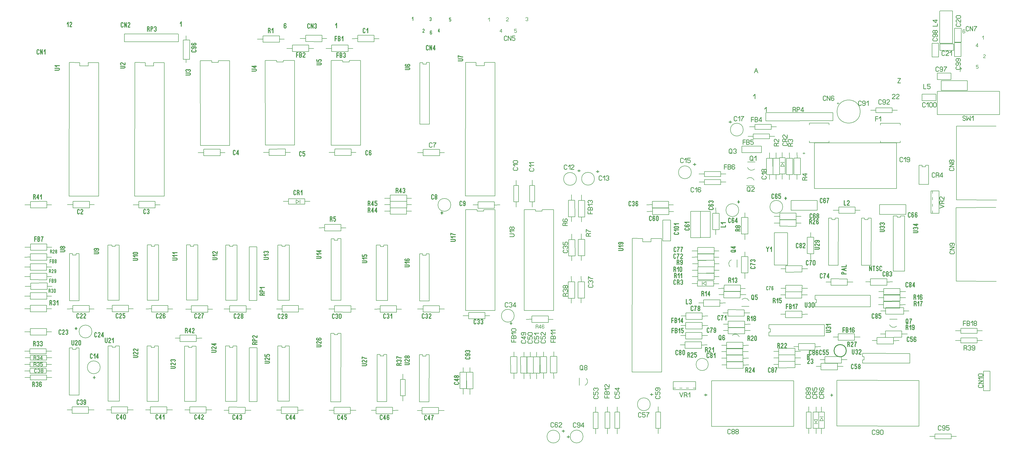
<source format=gbr>
%FSLAX34Y34*%
%MOMM*%
%LNSILK_TOP*%
G71*
G01*
%ADD10C, 0.318*%
%ADD11C, 0.238*%
%ADD12C, 0.222*%
%ADD13C, 0.167*%
%ADD14C, 0.150*%
%ADD15C, 0.300*%
%LPD*%
G54D10*
X280062Y384784D02*
X279173Y382561D01*
X277396Y381450D01*
X275618Y381450D01*
X273840Y382561D01*
X272951Y384784D01*
X272951Y395894D01*
X273840Y398117D01*
X275618Y399228D01*
X277396Y399228D01*
X279173Y398117D01*
X280062Y395894D01*
G54D10*
X286284Y395894D02*
X287173Y398117D01*
X288951Y399228D01*
X290728Y399228D01*
X292506Y398117D01*
X293395Y395894D01*
X293395Y393672D01*
X292506Y391450D01*
X290728Y390339D01*
X292506Y389228D01*
X293395Y387006D01*
X293395Y384784D01*
X292506Y382561D01*
X290728Y381450D01*
X288951Y381450D01*
X287173Y382561D01*
X286284Y384784D01*
G54D10*
X299617Y384784D02*
X300506Y382561D01*
X302284Y381450D01*
X304062Y381450D01*
X305839Y382561D01*
X306728Y384784D01*
X306728Y390339D01*
X306728Y391450D01*
X304062Y389228D01*
X302284Y389228D01*
X300506Y390339D01*
X299617Y392561D01*
X299617Y395894D01*
X300506Y398117D01*
X302284Y399228D01*
X304062Y399228D01*
X305839Y398117D01*
X306728Y395894D01*
X306728Y390339D01*
G54D10*
X434562Y327384D02*
X433673Y325161D01*
X431896Y324050D01*
X430118Y324050D01*
X428340Y325161D01*
X427451Y327384D01*
X427451Y338494D01*
X428340Y340717D01*
X430118Y341828D01*
X431896Y341828D01*
X433673Y340717D01*
X434562Y338494D01*
G54D10*
X446117Y324050D02*
X446117Y341828D01*
X440784Y330717D01*
X440784Y328494D01*
X447895Y328494D01*
G54D10*
X461228Y338494D02*
X461228Y327384D01*
X460339Y325161D01*
X458562Y324050D01*
X456784Y324050D01*
X455006Y325161D01*
X454117Y327384D01*
X454117Y338494D01*
X455006Y340717D01*
X456784Y341828D01*
X458562Y341828D01*
X460339Y340717D01*
X461228Y338494D01*
G54D10*
X586995Y327384D02*
X586106Y325161D01*
X584328Y324050D01*
X582551Y324050D01*
X580773Y325161D01*
X579884Y327384D01*
X579884Y338494D01*
X580773Y340717D01*
X582551Y341828D01*
X584328Y341828D01*
X586106Y340717D01*
X586995Y338494D01*
G54D10*
X598550Y324050D02*
X598550Y341828D01*
X593217Y330717D01*
X593217Y328494D01*
X600328Y328494D01*
G54D10*
X606550Y335161D02*
X610994Y341828D01*
X610994Y324050D01*
G54D10*
X104006Y459939D02*
X106673Y457717D01*
X107562Y455494D01*
X107562Y451050D01*
G54D10*
X100451Y451050D02*
X100451Y468828D01*
X104896Y468828D01*
X106673Y467717D01*
X107562Y465494D01*
X107562Y463272D01*
X106673Y461050D01*
X104896Y459939D01*
X100451Y459939D01*
G54D10*
X113784Y465494D02*
X114673Y467717D01*
X116451Y468828D01*
X118228Y468828D01*
X120006Y467717D01*
X120895Y465494D01*
X120895Y463272D01*
X120006Y461050D01*
X118228Y459939D01*
X120006Y458828D01*
X120895Y456606D01*
X120895Y454384D01*
X120006Y452161D01*
X118228Y451050D01*
X116451Y451050D01*
X114673Y452161D01*
X113784Y454384D01*
G54D10*
X134228Y465494D02*
X133339Y467717D01*
X131562Y468828D01*
X129784Y468828D01*
X128006Y467717D01*
X127117Y465494D01*
X127117Y459939D01*
X127117Y458828D01*
X129784Y461050D01*
X131562Y461050D01*
X133339Y459939D01*
X134228Y457717D01*
X134228Y454384D01*
X133339Y452161D01*
X131562Y451050D01*
X129784Y451050D01*
X128006Y452161D01*
X127117Y454384D01*
X127117Y459939D01*
G54D11*
X115275Y508470D02*
X114275Y506804D01*
X112275Y505970D01*
X110275Y505970D01*
X108275Y506804D01*
X107275Y508470D01*
X107275Y516804D01*
X108275Y518470D01*
X110275Y519304D01*
X112275Y519304D01*
X114275Y518470D01*
X115275Y516804D01*
G54D11*
X119942Y516804D02*
X120942Y518470D01*
X122942Y519304D01*
X124942Y519304D01*
X126942Y518470D01*
X127942Y516804D01*
X127942Y515137D01*
X126942Y513470D01*
X124942Y512637D01*
X126942Y511804D01*
X127942Y510137D01*
X127942Y508470D01*
X126942Y506804D01*
X124942Y505970D01*
X122942Y505970D01*
X120942Y506804D01*
X119942Y508470D01*
G54D11*
X137609Y512637D02*
X135609Y512637D01*
X133609Y513470D01*
X132609Y515137D01*
X132609Y516804D01*
X133609Y518470D01*
X135609Y519304D01*
X137609Y519304D01*
X139609Y518470D01*
X140609Y516804D01*
X140609Y515137D01*
X139609Y513470D01*
X137609Y512637D01*
X139609Y511804D01*
X140609Y510137D01*
X140609Y508470D01*
X139609Y506804D01*
X137609Y505970D01*
X135609Y505970D01*
X133609Y506804D01*
X132609Y508470D01*
X132609Y510137D01*
X133609Y511804D01*
X135609Y512637D01*
G54D11*
X109130Y537732D02*
X112130Y536065D01*
X113130Y534398D01*
X113130Y531065D01*
G54D11*
X105130Y531065D02*
X105130Y544398D01*
X110130Y544398D01*
X112130Y543565D01*
X113130Y541898D01*
X113130Y540232D01*
X112130Y538565D01*
X110130Y537732D01*
X105130Y537732D01*
G54D11*
X117797Y541898D02*
X118797Y543565D01*
X120797Y544398D01*
X122797Y544398D01*
X124797Y543565D01*
X125797Y541898D01*
X125797Y540232D01*
X124797Y538565D01*
X122797Y537732D01*
X124797Y536898D01*
X125797Y535232D01*
X125797Y533565D01*
X124797Y531898D01*
X122797Y531065D01*
X120797Y531065D01*
X118797Y531898D01*
X117797Y533565D01*
G54D11*
X138464Y544398D02*
X130464Y544398D01*
X130464Y538565D01*
X131464Y538565D01*
X133464Y539398D01*
X135464Y539398D01*
X137464Y538565D01*
X138464Y536898D01*
X138464Y533565D01*
X137464Y531898D01*
X135464Y531065D01*
X133464Y531065D01*
X131464Y531898D01*
X130464Y533565D01*
G54D11*
X108494Y563203D02*
X111494Y561536D01*
X112494Y559870D01*
X112494Y556536D01*
G54D11*
X104494Y556536D02*
X104494Y569870D01*
X109494Y569870D01*
X111494Y569036D01*
X112494Y567370D01*
X112494Y565703D01*
X111494Y564036D01*
X109494Y563203D01*
X104494Y563203D01*
G54D11*
X117161Y567370D02*
X118161Y569036D01*
X120161Y569870D01*
X122161Y569870D01*
X124161Y569036D01*
X125161Y567370D01*
X125161Y565703D01*
X124161Y564036D01*
X122161Y563203D01*
X124161Y562370D01*
X125161Y560703D01*
X125161Y559036D01*
X124161Y557370D01*
X122161Y556536D01*
X120161Y556536D01*
X118161Y557370D01*
X117161Y559036D01*
G54D11*
X135828Y556536D02*
X135828Y569870D01*
X129828Y561536D01*
X129828Y559870D01*
X137828Y559870D01*
G54D10*
X107506Y618039D02*
X110173Y615817D01*
X111062Y613594D01*
X111062Y609150D01*
G54D10*
X103951Y609150D02*
X103951Y626928D01*
X108396Y626928D01*
X110173Y625817D01*
X111062Y623594D01*
X111062Y621372D01*
X110173Y619150D01*
X108396Y618039D01*
X103951Y618039D01*
G54D10*
X117284Y623594D02*
X118173Y625817D01*
X119951Y626928D01*
X121728Y626928D01*
X123506Y625817D01*
X124395Y623594D01*
X124395Y621372D01*
X123506Y619150D01*
X121728Y618039D01*
X123506Y616928D01*
X124395Y614706D01*
X124395Y612484D01*
X123506Y610261D01*
X121728Y609150D01*
X119951Y609150D01*
X118173Y610261D01*
X117284Y612484D01*
G54D10*
X130617Y623594D02*
X131506Y625817D01*
X133284Y626928D01*
X135062Y626928D01*
X136839Y625817D01*
X137728Y623594D01*
X137728Y621372D01*
X136839Y619150D01*
X135062Y618039D01*
X136839Y616928D01*
X137728Y614706D01*
X137728Y612484D01*
X136839Y610261D01*
X135062Y609150D01*
X133284Y609150D01*
X131506Y610261D01*
X130617Y612484D01*
G54D10*
X210462Y657684D02*
X209573Y655461D01*
X207796Y654350D01*
X206018Y654350D01*
X204240Y655461D01*
X203351Y657684D01*
X203351Y668794D01*
X204240Y671017D01*
X206018Y672128D01*
X207796Y672128D01*
X209573Y671017D01*
X210462Y668794D01*
G54D10*
X223795Y654350D02*
X216684Y654350D01*
X216684Y655461D01*
X217573Y657684D01*
X222906Y664350D01*
X223795Y666572D01*
X223795Y668794D01*
X222906Y671017D01*
X221128Y672128D01*
X219351Y672128D01*
X217573Y671017D01*
X216684Y668794D01*
G54D10*
X230017Y668794D02*
X230906Y671017D01*
X232684Y672128D01*
X234462Y672128D01*
X236239Y671017D01*
X237128Y668794D01*
X237128Y666572D01*
X236239Y664350D01*
X234462Y663239D01*
X236239Y662128D01*
X237128Y659906D01*
X237128Y657684D01*
X236239Y655461D01*
X234462Y654350D01*
X232684Y654350D01*
X230906Y655461D01*
X230017Y657684D01*
G54D10*
X253351Y630228D02*
X253351Y615784D01*
X254240Y613561D01*
X256018Y612450D01*
X257796Y612450D01*
X259573Y613561D01*
X260462Y615784D01*
X260462Y630228D01*
G54D10*
X273795Y612450D02*
X266684Y612450D01*
X266684Y613561D01*
X267573Y615784D01*
X272906Y622450D01*
X273795Y624672D01*
X273795Y626894D01*
X272906Y629117D01*
X271128Y630228D01*
X269351Y630228D01*
X267573Y629117D01*
X266684Y626894D01*
G54D10*
X287128Y626894D02*
X287128Y615784D01*
X286239Y613561D01*
X284462Y612450D01*
X282684Y612450D01*
X280906Y613561D01*
X280017Y615784D01*
X280017Y626894D01*
X280906Y629117D01*
X282684Y630228D01*
X284462Y630228D01*
X286239Y629117D01*
X287128Y626894D01*
G54D10*
X382884Y639928D02*
X382884Y625484D01*
X383773Y623261D01*
X385551Y622150D01*
X387328Y622150D01*
X389106Y623261D01*
X389995Y625484D01*
X389995Y639928D01*
G54D10*
X403328Y622150D02*
X396217Y622150D01*
X396217Y623261D01*
X397106Y625484D01*
X402439Y632150D01*
X403328Y634372D01*
X403328Y636594D01*
X402439Y638817D01*
X400662Y639928D01*
X398884Y639928D01*
X397106Y638817D01*
X396217Y636594D01*
G54D10*
X409550Y633261D02*
X413994Y639928D01*
X413994Y622150D01*
G54D10*
X331821Y564084D02*
X330932Y561861D01*
X329154Y560750D01*
X327377Y560750D01*
X325599Y561861D01*
X324710Y564084D01*
X324710Y575194D01*
X325599Y577417D01*
X327377Y578528D01*
X329154Y578528D01*
X330932Y577417D01*
X331821Y575194D01*
G54D10*
X338043Y571861D02*
X342488Y578528D01*
X342488Y560750D01*
G54D10*
X354042Y560750D02*
X354042Y578528D01*
X348709Y567417D01*
X348709Y565194D01*
X355820Y565194D01*
G54D10*
X265428Y677028D02*
X272539Y677028D01*
G54D10*
X268984Y681472D02*
X268984Y672584D01*
G54D10*
X279962Y720584D02*
X279073Y718361D01*
X277296Y717250D01*
X275518Y717250D01*
X273740Y718361D01*
X272851Y720584D01*
X272851Y731694D01*
X273740Y733917D01*
X275518Y735028D01*
X277296Y735028D01*
X279073Y733917D01*
X279962Y731694D01*
G54D10*
X293295Y717250D02*
X286184Y717250D01*
X286184Y718361D01*
X287073Y720584D01*
X292406Y727250D01*
X293295Y729472D01*
X293295Y731694D01*
X292406Y733917D01*
X290628Y735028D01*
X288851Y735028D01*
X287073Y733917D01*
X286184Y731694D01*
G54D10*
X306628Y717250D02*
X299517Y717250D01*
X299517Y718361D01*
X300406Y720584D01*
X305739Y727250D01*
X306628Y729472D01*
X306628Y731694D01*
X305739Y733917D01*
X303962Y735028D01*
X302184Y735028D01*
X300406Y733917D01*
X299517Y731694D01*
G54D10*
X348987Y646884D02*
X348098Y644661D01*
X346320Y643550D01*
X344543Y643550D01*
X342765Y644661D01*
X341876Y646884D01*
X341876Y657994D01*
X342765Y660217D01*
X344543Y661328D01*
X346320Y661328D01*
X348098Y660217D01*
X348987Y657994D01*
G54D10*
X362320Y643550D02*
X355209Y643550D01*
X355209Y644661D01*
X356098Y646884D01*
X361431Y653550D01*
X362320Y655772D01*
X362320Y657994D01*
X361431Y660217D01*
X359654Y661328D01*
X357876Y661328D01*
X356098Y660217D01*
X355209Y657994D01*
G54D10*
X373875Y643550D02*
X373875Y661328D01*
X368542Y650217D01*
X368542Y647994D01*
X375653Y647994D01*
G54D10*
X432162Y720984D02*
X431273Y718761D01*
X429496Y717650D01*
X427718Y717650D01*
X425940Y718761D01*
X425051Y720984D01*
X425051Y732094D01*
X425940Y734317D01*
X427718Y735428D01*
X429496Y735428D01*
X431273Y734317D01*
X432162Y732094D01*
G54D10*
X445495Y717650D02*
X438384Y717650D01*
X438384Y718761D01*
X439273Y720984D01*
X444606Y727650D01*
X445495Y729872D01*
X445495Y732094D01*
X444606Y734317D01*
X442828Y735428D01*
X441051Y735428D01*
X439273Y734317D01*
X438384Y732094D01*
G54D10*
X458828Y735428D02*
X451717Y735428D01*
X451717Y727650D01*
X452606Y727650D01*
X454384Y728761D01*
X456162Y728761D01*
X457939Y727650D01*
X458828Y725428D01*
X458828Y720984D01*
X457939Y718761D01*
X456162Y717650D01*
X454384Y717650D01*
X452606Y718761D01*
X451717Y720984D01*
G54D10*
X491572Y563851D02*
X506016Y563851D01*
X508239Y564740D01*
X509350Y566518D01*
X509350Y568296D01*
X508239Y570073D01*
X506016Y570962D01*
X491572Y570962D01*
G54D10*
X509350Y584295D02*
X509350Y577184D01*
X508239Y577184D01*
X506016Y578073D01*
X499350Y583406D01*
X497128Y584295D01*
X494906Y584295D01*
X492684Y583406D01*
X491572Y581628D01*
X491572Y579851D01*
X492684Y578073D01*
X494906Y577184D01*
G54D10*
X509350Y597628D02*
X509350Y590517D01*
X508239Y590517D01*
X506016Y591406D01*
X499350Y596739D01*
X497128Y597628D01*
X494906Y597628D01*
X492684Y596739D01*
X491572Y594962D01*
X491572Y593184D01*
X492684Y591406D01*
X494906Y590517D01*
G54D10*
X588362Y720584D02*
X587473Y718361D01*
X585696Y717250D01*
X583918Y717250D01*
X582140Y718361D01*
X581251Y720584D01*
X581251Y731694D01*
X582140Y733917D01*
X583918Y735028D01*
X585696Y735028D01*
X587473Y733917D01*
X588362Y731694D01*
G54D10*
X601695Y717250D02*
X594584Y717250D01*
X594584Y718361D01*
X595473Y720584D01*
X600806Y727250D01*
X601695Y729472D01*
X601695Y731694D01*
X600806Y733917D01*
X599028Y735028D01*
X597251Y735028D01*
X595473Y733917D01*
X594584Y731694D01*
G54D10*
X615028Y731694D02*
X614139Y733917D01*
X612362Y735028D01*
X610584Y735028D01*
X608806Y733917D01*
X607917Y731694D01*
X607917Y726139D01*
X607917Y725028D01*
X610584Y727250D01*
X612362Y727250D01*
X614139Y726139D01*
X615028Y723917D01*
X615028Y720584D01*
X614139Y718361D01*
X612362Y717250D01*
X610584Y717250D01*
X608806Y718361D01*
X607917Y720584D01*
X607917Y726139D01*
G54D10*
X737992Y720584D02*
X737103Y718361D01*
X735326Y717250D01*
X733548Y717250D01*
X731770Y718361D01*
X730881Y720584D01*
X730881Y731694D01*
X731770Y733917D01*
X733548Y735028D01*
X735326Y735028D01*
X737103Y733917D01*
X737992Y731694D01*
G54D10*
X751325Y717250D02*
X744214Y717250D01*
X744214Y718361D01*
X745103Y720584D01*
X750436Y727250D01*
X751325Y729472D01*
X751325Y731694D01*
X750436Y733917D01*
X748658Y735028D01*
X746881Y735028D01*
X745103Y733917D01*
X744214Y731694D01*
G54D10*
X757547Y735028D02*
X764658Y735028D01*
X763769Y732806D01*
X761992Y729472D01*
X760214Y725028D01*
X759325Y721694D01*
X759325Y717250D01*
G54D10*
X890962Y719984D02*
X890073Y717761D01*
X888296Y716650D01*
X886518Y716650D01*
X884740Y717761D01*
X883851Y719984D01*
X883851Y731094D01*
X884740Y733317D01*
X886518Y734428D01*
X888296Y734428D01*
X890073Y733317D01*
X890962Y731094D01*
G54D10*
X904295Y716650D02*
X897184Y716650D01*
X897184Y717761D01*
X898073Y719984D01*
X903406Y726650D01*
X904295Y728872D01*
X904295Y731094D01*
X903406Y733317D01*
X901628Y734428D01*
X899851Y734428D01*
X898073Y733317D01*
X897184Y731094D01*
G54D10*
X914962Y725539D02*
X913184Y725539D01*
X911406Y726650D01*
X910517Y728872D01*
X910517Y731094D01*
X911406Y733317D01*
X913184Y734428D01*
X914962Y734428D01*
X916739Y733317D01*
X917628Y731094D01*
X917628Y728872D01*
X916739Y726650D01*
X914962Y725539D01*
X916739Y724428D01*
X917628Y722206D01*
X917628Y719984D01*
X916739Y717761D01*
X914962Y716650D01*
X913184Y716650D01*
X911406Y717761D01*
X910517Y719984D01*
X910517Y722206D01*
X911406Y724428D01*
X913184Y725539D01*
G54D10*
X698106Y669039D02*
X700773Y666817D01*
X701662Y664594D01*
X701662Y660150D01*
G54D10*
X694551Y660150D02*
X694551Y677928D01*
X698996Y677928D01*
X700773Y676817D01*
X701662Y674594D01*
X701662Y672372D01*
X700773Y670150D01*
X698996Y669039D01*
X694551Y669039D01*
G54D10*
X713217Y660150D02*
X713217Y677928D01*
X707884Y666817D01*
X707884Y664594D01*
X714995Y664594D01*
G54D10*
X728328Y660150D02*
X721217Y660150D01*
X721217Y661261D01*
X722106Y663484D01*
X727439Y670150D01*
X728328Y672372D01*
X728328Y674594D01*
X727439Y676817D01*
X725662Y677928D01*
X723884Y677928D01*
X722106Y676817D01*
X721217Y674594D01*
G54D10*
X637072Y521951D02*
X651516Y521951D01*
X653739Y522840D01*
X654850Y524618D01*
X654850Y526396D01*
X653739Y528173D01*
X651516Y529062D01*
X637072Y529062D01*
G54D10*
X654850Y542395D02*
X654850Y535284D01*
X653739Y535284D01*
X651516Y536173D01*
X644850Y541506D01*
X642628Y542395D01*
X640406Y542395D01*
X638184Y541506D01*
X637072Y539728D01*
X637072Y537951D01*
X638184Y536173D01*
X640406Y535284D01*
G54D10*
X640406Y548617D02*
X638184Y549506D01*
X637072Y551284D01*
X637072Y553062D01*
X638184Y554839D01*
X640406Y555728D01*
X642628Y555728D01*
X644850Y554839D01*
X645961Y553062D01*
X647072Y554839D01*
X649294Y555728D01*
X651516Y555728D01*
X653739Y554839D01*
X654850Y553062D01*
X654850Y551284D01*
X653739Y549506D01*
X651516Y548617D01*
G54D10*
X796172Y584876D02*
X810616Y584876D01*
X812839Y585765D01*
X813950Y587543D01*
X813950Y589320D01*
X812839Y591098D01*
X810616Y591987D01*
X796172Y591987D01*
G54D10*
X813950Y605320D02*
X813950Y598209D01*
X812839Y598209D01*
X810616Y599098D01*
X803950Y604431D01*
X801728Y605320D01*
X799506Y605320D01*
X797284Y604431D01*
X796172Y602654D01*
X796172Y600876D01*
X797284Y599098D01*
X799506Y598209D01*
G54D10*
X813950Y616875D02*
X796172Y616875D01*
X807284Y611542D01*
X809506Y611542D01*
X809506Y618653D01*
G54D10*
X992987Y809540D02*
X995210Y812206D01*
X997432Y813095D01*
X1001876Y813095D01*
G54D10*
X1001876Y805984D02*
X984098Y805984D01*
X984098Y810428D01*
X985210Y812206D01*
X987432Y813095D01*
X989654Y813095D01*
X991876Y812206D01*
X992987Y810428D01*
X992987Y805984D01*
G54D10*
X1001876Y819317D02*
X984098Y819317D01*
X984098Y823762D01*
X985210Y825539D01*
X987432Y826428D01*
X989654Y826428D01*
X991876Y825539D01*
X992987Y823762D01*
X992987Y819317D01*
G54D10*
X990765Y832650D02*
X984098Y837094D01*
X1001876Y837094D01*
G54D10*
X963861Y618906D02*
X966084Y621573D01*
X968306Y622462D01*
X972750Y622462D01*
G54D10*
X972750Y615351D02*
X954972Y615351D01*
X954972Y619796D01*
X956084Y621573D01*
X958306Y622462D01*
X960528Y622462D01*
X962750Y621573D01*
X963861Y619796D01*
X963861Y615351D01*
G54D10*
X972750Y628684D02*
X954972Y628684D01*
X954972Y633128D01*
X956084Y634906D01*
X958306Y635795D01*
X960528Y635795D01*
X962750Y634906D01*
X963861Y633128D01*
X963861Y628684D01*
G54D10*
X972750Y649128D02*
X972750Y642017D01*
X971639Y642017D01*
X969416Y642906D01*
X962750Y648239D01*
X960528Y649128D01*
X958306Y649128D01*
X956084Y648239D01*
X954972Y646462D01*
X954972Y644684D01*
X956084Y642906D01*
X958306Y642017D01*
G54D10*
X1003572Y541951D02*
X1018016Y541951D01*
X1020239Y542840D01*
X1021350Y544618D01*
X1021350Y546396D01*
X1020239Y548173D01*
X1018016Y549062D01*
X1003572Y549062D01*
G54D10*
X1021350Y562395D02*
X1021350Y555284D01*
X1020239Y555284D01*
X1018016Y556173D01*
X1011350Y561506D01*
X1009128Y562395D01*
X1006906Y562395D01*
X1004684Y561506D01*
X1003572Y559728D01*
X1003572Y557951D01*
X1004684Y556173D01*
X1006906Y555284D01*
G54D10*
X1003572Y575728D02*
X1003572Y568617D01*
X1011350Y568617D01*
X1011350Y569506D01*
X1010239Y571284D01*
X1010239Y573062D01*
X1011350Y574839D01*
X1013572Y575728D01*
X1018016Y575728D01*
X1020239Y574839D01*
X1021350Y573062D01*
X1021350Y571284D01*
X1020239Y569506D01*
X1018016Y568617D01*
G54D10*
X1203972Y605651D02*
X1218417Y605651D01*
X1220639Y606540D01*
X1221750Y608318D01*
X1221750Y610096D01*
X1220639Y611873D01*
X1218417Y612762D01*
X1203972Y612762D01*
G54D10*
X1221750Y626095D02*
X1221750Y618984D01*
X1220639Y618984D01*
X1218417Y619873D01*
X1211750Y625206D01*
X1209528Y626095D01*
X1207306Y626095D01*
X1205084Y625206D01*
X1203972Y623428D01*
X1203972Y621651D01*
X1205084Y619873D01*
X1207306Y618984D01*
G54D10*
X1207306Y639428D02*
X1205084Y638539D01*
X1203972Y636762D01*
X1203972Y634984D01*
X1205084Y633206D01*
X1207306Y632317D01*
X1212861Y632317D01*
X1213972Y632317D01*
X1211750Y634984D01*
X1211750Y636762D01*
X1212861Y638539D01*
X1215084Y639428D01*
X1218417Y639428D01*
X1220639Y638539D01*
X1221750Y636762D01*
X1221750Y634984D01*
X1220639Y633206D01*
X1218417Y632317D01*
X1212861Y632317D01*
G54D10*
X1061962Y719384D02*
X1061073Y717161D01*
X1059296Y716050D01*
X1057518Y716050D01*
X1055740Y717161D01*
X1054851Y719384D01*
X1054851Y730494D01*
X1055740Y732717D01*
X1057518Y733828D01*
X1059296Y733828D01*
X1061073Y732717D01*
X1061962Y730494D01*
G54D10*
X1075295Y716050D02*
X1068184Y716050D01*
X1068184Y717161D01*
X1069073Y719384D01*
X1074406Y726050D01*
X1075295Y728272D01*
X1075295Y730494D01*
X1074406Y732717D01*
X1072628Y733828D01*
X1070851Y733828D01*
X1069073Y732717D01*
X1068184Y730494D01*
G54D10*
X1081517Y719384D02*
X1082406Y717161D01*
X1084184Y716050D01*
X1085962Y716050D01*
X1087739Y717161D01*
X1088628Y719384D01*
X1088628Y724939D01*
X1088628Y726050D01*
X1085962Y723828D01*
X1084184Y723828D01*
X1082406Y724939D01*
X1081517Y727161D01*
X1081517Y730494D01*
X1082406Y732717D01*
X1084184Y733828D01*
X1085962Y733828D01*
X1087739Y732717D01*
X1088628Y730494D01*
X1088628Y724939D01*
G54D10*
X1272462Y719384D02*
X1271573Y717161D01*
X1269796Y716050D01*
X1268018Y716050D01*
X1266240Y717161D01*
X1265351Y719384D01*
X1265351Y730494D01*
X1266240Y732717D01*
X1268018Y733828D01*
X1269796Y733828D01*
X1271573Y732717D01*
X1272462Y730494D01*
G54D10*
X1278684Y730494D02*
X1279573Y732717D01*
X1281351Y733828D01*
X1283128Y733828D01*
X1284906Y732717D01*
X1285795Y730494D01*
X1285795Y728272D01*
X1284906Y726050D01*
X1283128Y724939D01*
X1284906Y723828D01*
X1285795Y721606D01*
X1285795Y719384D01*
X1284906Y717161D01*
X1283128Y716050D01*
X1281351Y716050D01*
X1279573Y717161D01*
X1278684Y719384D01*
G54D10*
X1299128Y730494D02*
X1299128Y719384D01*
X1298239Y717161D01*
X1296462Y716050D01*
X1294684Y716050D01*
X1292906Y717161D01*
X1292017Y719384D01*
X1292017Y730494D01*
X1292906Y732717D01*
X1294684Y733828D01*
X1296462Y733828D01*
X1298239Y732717D01*
X1299128Y730494D01*
G54D10*
X737362Y326784D02*
X736473Y324561D01*
X734696Y323450D01*
X732918Y323450D01*
X731140Y324561D01*
X730251Y326784D01*
X730251Y337894D01*
X731140Y340117D01*
X732918Y341228D01*
X734696Y341228D01*
X736473Y340117D01*
X737362Y337894D01*
G54D10*
X748917Y323450D02*
X748917Y341228D01*
X743584Y330117D01*
X743584Y327894D01*
X750695Y327894D01*
G54D10*
X764028Y323450D02*
X756917Y323450D01*
X756917Y324561D01*
X757806Y326784D01*
X763139Y333450D01*
X764028Y335672D01*
X764028Y337894D01*
X763139Y340117D01*
X761362Y341228D01*
X759584Y341228D01*
X757806Y340117D01*
X756917Y337894D01*
G54D10*
X886062Y326184D02*
X885173Y323961D01*
X883396Y322850D01*
X881618Y322850D01*
X879840Y323961D01*
X878951Y326184D01*
X878951Y337294D01*
X879840Y339517D01*
X881618Y340628D01*
X883396Y340628D01*
X885173Y339517D01*
X886062Y337294D01*
G54D10*
X897617Y322850D02*
X897617Y340628D01*
X892284Y329517D01*
X892284Y327294D01*
X899395Y327294D01*
G54D10*
X905617Y337294D02*
X906506Y339517D01*
X908284Y340628D01*
X910062Y340628D01*
X911839Y339517D01*
X912728Y337294D01*
X912728Y335072D01*
X911839Y332850D01*
X910062Y331739D01*
X911839Y330628D01*
X912728Y328406D01*
X912728Y326184D01*
X911839Y323961D01*
X910062Y322850D01*
X908284Y322850D01*
X906506Y323961D01*
X905617Y326184D01*
G54D10*
X1093187Y326484D02*
X1092298Y324261D01*
X1090520Y323150D01*
X1088743Y323150D01*
X1086965Y324261D01*
X1086076Y326484D01*
X1086076Y337594D01*
X1086965Y339817D01*
X1088743Y340928D01*
X1090520Y340928D01*
X1092298Y339817D01*
X1093187Y337594D01*
G54D10*
X1104742Y323150D02*
X1104742Y340928D01*
X1099409Y329817D01*
X1099409Y327594D01*
X1106520Y327594D01*
G54D10*
X1118076Y323150D02*
X1118076Y340928D01*
X1112742Y329817D01*
X1112742Y327594D01*
X1119853Y327594D01*
G54D10*
X1293462Y325684D02*
X1292573Y323461D01*
X1290796Y322350D01*
X1289018Y322350D01*
X1287240Y323461D01*
X1286351Y325684D01*
X1286351Y336794D01*
X1287240Y339017D01*
X1289018Y340128D01*
X1290796Y340128D01*
X1292573Y339017D01*
X1293462Y336794D01*
G54D10*
X1305018Y322350D02*
X1305018Y340128D01*
X1299684Y329017D01*
X1299684Y326794D01*
X1306795Y326794D01*
G54D10*
X1320128Y340128D02*
X1313017Y340128D01*
X1313017Y332350D01*
X1313906Y332350D01*
X1315684Y333461D01*
X1317462Y333461D01*
X1319239Y332350D01*
X1320128Y330128D01*
X1320128Y325684D01*
X1319239Y323461D01*
X1317462Y322350D01*
X1315684Y322350D01*
X1313906Y323461D01*
X1313017Y325684D01*
G54D10*
X1458562Y325684D02*
X1457673Y323461D01*
X1455896Y322350D01*
X1454118Y322350D01*
X1452340Y323461D01*
X1451451Y325684D01*
X1451451Y336794D01*
X1452340Y339017D01*
X1454118Y340128D01*
X1455896Y340128D01*
X1457673Y339017D01*
X1458562Y336794D01*
G54D10*
X1470118Y322350D02*
X1470118Y340128D01*
X1464784Y329017D01*
X1464784Y326794D01*
X1471895Y326794D01*
G54D10*
X1485228Y336794D02*
X1484339Y339017D01*
X1482562Y340128D01*
X1480784Y340128D01*
X1479006Y339017D01*
X1478117Y336794D01*
X1478117Y331239D01*
X1478117Y330128D01*
X1480784Y332350D01*
X1482562Y332350D01*
X1484339Y331239D01*
X1485228Y329017D01*
X1485228Y325684D01*
X1484339Y323461D01*
X1482562Y322350D01*
X1480784Y322350D01*
X1479006Y323461D01*
X1478117Y325684D01*
X1478117Y331239D01*
G54D10*
X1631092Y324384D02*
X1630203Y322161D01*
X1628426Y321050D01*
X1626648Y321050D01*
X1624870Y322161D01*
X1623981Y324384D01*
X1623981Y335494D01*
X1624870Y337717D01*
X1626648Y338828D01*
X1628426Y338828D01*
X1630203Y337717D01*
X1631092Y335494D01*
G54D10*
X1642648Y321050D02*
X1642648Y338828D01*
X1637314Y327717D01*
X1637314Y325494D01*
X1644425Y325494D01*
G54D10*
X1650647Y338828D02*
X1657758Y338828D01*
X1656869Y336606D01*
X1655092Y333272D01*
X1653314Y328828D01*
X1652425Y325494D01*
X1652425Y321050D01*
G54D10*
X1471795Y719784D02*
X1470906Y717561D01*
X1469128Y716450D01*
X1467351Y716450D01*
X1465573Y717561D01*
X1464684Y719784D01*
X1464684Y730894D01*
X1465573Y733117D01*
X1467351Y734228D01*
X1469128Y734228D01*
X1470906Y733117D01*
X1471795Y730894D01*
G54D10*
X1478017Y730894D02*
X1478906Y733117D01*
X1480684Y734228D01*
X1482462Y734228D01*
X1484239Y733117D01*
X1485128Y730894D01*
X1485128Y728672D01*
X1484239Y726450D01*
X1482462Y725339D01*
X1484239Y724228D01*
X1485128Y722006D01*
X1485128Y719784D01*
X1484239Y717561D01*
X1482462Y716450D01*
X1480684Y716450D01*
X1478906Y717561D01*
X1478017Y719784D01*
G54D10*
X1491350Y727561D02*
X1495794Y734228D01*
X1495794Y716450D01*
G54D10*
X1621862Y719784D02*
X1620973Y717561D01*
X1619196Y716450D01*
X1617418Y716450D01*
X1615640Y717561D01*
X1614751Y719784D01*
X1614751Y730894D01*
X1615640Y733117D01*
X1617418Y734228D01*
X1619196Y734228D01*
X1620973Y733117D01*
X1621862Y730894D01*
G54D10*
X1628084Y730894D02*
X1628973Y733117D01*
X1630751Y734228D01*
X1632528Y734228D01*
X1634306Y733117D01*
X1635195Y730894D01*
X1635195Y728672D01*
X1634306Y726450D01*
X1632528Y725339D01*
X1634306Y724228D01*
X1635195Y722006D01*
X1635195Y719784D01*
X1634306Y717561D01*
X1632528Y716450D01*
X1630751Y716450D01*
X1628973Y717561D01*
X1628084Y719784D01*
G54D10*
X1648528Y716450D02*
X1641417Y716450D01*
X1641417Y717561D01*
X1642306Y719784D01*
X1647639Y726450D01*
X1648528Y728672D01*
X1648528Y730894D01*
X1647639Y733117D01*
X1645862Y734228D01*
X1644084Y734228D01*
X1642306Y733117D01*
X1641417Y730894D01*
G54D10*
X1823162Y697884D02*
X1822273Y695661D01*
X1820496Y694550D01*
X1818718Y694550D01*
X1816940Y695661D01*
X1816051Y697884D01*
X1816051Y708994D01*
X1816940Y711217D01*
X1818718Y712328D01*
X1820496Y712328D01*
X1822273Y711217D01*
X1823162Y708994D01*
G54D10*
X1829384Y708994D02*
X1830273Y711217D01*
X1832051Y712328D01*
X1833828Y712328D01*
X1835606Y711217D01*
X1836495Y708994D01*
X1836495Y706772D01*
X1835606Y704550D01*
X1833828Y703439D01*
X1835606Y702328D01*
X1836495Y700106D01*
X1836495Y697884D01*
X1835606Y695661D01*
X1833828Y694550D01*
X1832051Y694550D01*
X1830273Y695661D01*
X1829384Y697884D01*
G54D10*
X1842717Y708994D02*
X1843606Y711217D01*
X1845384Y712328D01*
X1847162Y712328D01*
X1848939Y711217D01*
X1849828Y708994D01*
X1849828Y706772D01*
X1848939Y704550D01*
X1847162Y703439D01*
X1848939Y702328D01*
X1849828Y700106D01*
X1849828Y697884D01*
X1848939Y695661D01*
X1847162Y694550D01*
X1845384Y694550D01*
X1843606Y695661D01*
X1842717Y697884D01*
G54D12*
X1947117Y764084D02*
X1945784Y761861D01*
X1943117Y760750D01*
X1940450Y760750D01*
X1937784Y761861D01*
X1936450Y764084D01*
X1936450Y775194D01*
X1937784Y777417D01*
X1940450Y778528D01*
X1943117Y778528D01*
X1945784Y777417D01*
X1947117Y775194D01*
G54D12*
X1952006Y775194D02*
X1953340Y777417D01*
X1956006Y778528D01*
X1958673Y778528D01*
X1961340Y777417D01*
X1962673Y775194D01*
X1962673Y772972D01*
X1961340Y770750D01*
X1958673Y769639D01*
X1961340Y768528D01*
X1962673Y766306D01*
X1962673Y764084D01*
X1961340Y761861D01*
X1958673Y760750D01*
X1956006Y760750D01*
X1953340Y761861D01*
X1952006Y764084D01*
G54D12*
X1975562Y760750D02*
X1975562Y778528D01*
X1967562Y767417D01*
X1967562Y765194D01*
X1978229Y765194D01*
G54D13*
X2060750Y684717D02*
X2063750Y683050D01*
X2064750Y681384D01*
X2064750Y678050D01*
G54D13*
X2056750Y678050D02*
X2056750Y691384D01*
X2061750Y691384D01*
X2063750Y690550D01*
X2064750Y688884D01*
X2064750Y687217D01*
X2063750Y685550D01*
X2061750Y684717D01*
X2056750Y684717D01*
G54D13*
X2074417Y678050D02*
X2074417Y691384D01*
X2068417Y683050D01*
X2068417Y681384D01*
X2076417Y681384D01*
G54D13*
X2088084Y688884D02*
X2087084Y690550D01*
X2085084Y691384D01*
X2083084Y691384D01*
X2081084Y690550D01*
X2080084Y688884D01*
X2080084Y684717D01*
X2080084Y683884D01*
X2083084Y685550D01*
X2085084Y685550D01*
X2087084Y684717D01*
X2088084Y683050D01*
X2088084Y680550D01*
X2087084Y678884D01*
X2085084Y678050D01*
X2083084Y678050D01*
X2081084Y678884D01*
X2080084Y680550D01*
X2080084Y684717D01*
G54D12*
X1978650Y624450D02*
X1960872Y624450D01*
X1960872Y633784D01*
G54D12*
X1969761Y624450D02*
X1969761Y633784D01*
G54D12*
X1978650Y638672D02*
X1960872Y638672D01*
X1960872Y645339D01*
X1961984Y648006D01*
X1964206Y649339D01*
X1966428Y649339D01*
X1968650Y648006D01*
X1969761Y645339D01*
X1970872Y648006D01*
X1973094Y649339D01*
X1975317Y649339D01*
X1977539Y648006D01*
X1978650Y645339D01*
X1978650Y638672D01*
G54D12*
X1969761Y638672D02*
X1969761Y645339D01*
G54D12*
X1967539Y654228D02*
X1960872Y660895D01*
X1978650Y660895D01*
G54D12*
X1964206Y676451D02*
X1975317Y676451D01*
X1977539Y675118D01*
X1978650Y672451D01*
X1978650Y669784D01*
X1977539Y667118D01*
X1975317Y665784D01*
X1964206Y665784D01*
X1961984Y667118D01*
X1960872Y669784D01*
X1960872Y672451D01*
X1961984Y675118D01*
X1964206Y676451D01*
G54D12*
X2013717Y630917D02*
X2015939Y629584D01*
X2017050Y626917D01*
X2017050Y624250D01*
X2015939Y621584D01*
X2013717Y620250D01*
X2002606Y620250D01*
X2000384Y621584D01*
X1999272Y624250D01*
X1999272Y626917D01*
X2000384Y629584D01*
X2002606Y630917D01*
G54D12*
X2017050Y643806D02*
X1999272Y643806D01*
X2010384Y635806D01*
X2012606Y635806D01*
X2012606Y646473D01*
G54D12*
X2013717Y651362D02*
X2015939Y652696D01*
X2017050Y655362D01*
X2017050Y658029D01*
X2015939Y660696D01*
X2013717Y662029D01*
X2008161Y662029D01*
X2007050Y662029D01*
X2009272Y658029D01*
X2009272Y655362D01*
X2008161Y652696D01*
X2005939Y651362D01*
X2002606Y651362D01*
X2000384Y652696D01*
X1999272Y655362D01*
X1999272Y658029D01*
X2000384Y660696D01*
X2002606Y662029D01*
X2008161Y662029D01*
G54D12*
X2039117Y630517D02*
X2041339Y629184D01*
X2042450Y626517D01*
X2042450Y623850D01*
X2041339Y621184D01*
X2039117Y619850D01*
X2028006Y619850D01*
X2025784Y621184D01*
X2024672Y623850D01*
X2024672Y626517D01*
X2025784Y629184D01*
X2028006Y630517D01*
G54D12*
X2024672Y646073D02*
X2024672Y635406D01*
X2032450Y635406D01*
X2032450Y636740D01*
X2031339Y639406D01*
X2031339Y642073D01*
X2032450Y644740D01*
X2034672Y646073D01*
X2039117Y646073D01*
X2041339Y644740D01*
X2042450Y642073D01*
X2042450Y639406D01*
X2041339Y636740D01*
X2039117Y635406D01*
G54D12*
X2028006Y661629D02*
X2039117Y661629D01*
X2041339Y660296D01*
X2042450Y657629D01*
X2042450Y654962D01*
X2041339Y652296D01*
X2039117Y650962D01*
X2028006Y650962D01*
X2025784Y652296D01*
X2024672Y654962D01*
X2024672Y657629D01*
X2025784Y660296D01*
X2028006Y661629D01*
G54D12*
X2064417Y631717D02*
X2066639Y630384D01*
X2067750Y627717D01*
X2067750Y625050D01*
X2066639Y622384D01*
X2064417Y621050D01*
X2053306Y621050D01*
X2051084Y622384D01*
X2049972Y625050D01*
X2049972Y627717D01*
X2051084Y630384D01*
X2053306Y631717D01*
G54D12*
X2049972Y647273D02*
X2049972Y636606D01*
X2057750Y636606D01*
X2057750Y637940D01*
X2056639Y640606D01*
X2056639Y643273D01*
X2057750Y645940D01*
X2059972Y647273D01*
X2064417Y647273D01*
X2066639Y645940D01*
X2067750Y643273D01*
X2067750Y640606D01*
X2066639Y637940D01*
X2064417Y636606D01*
G54D12*
X2056639Y652162D02*
X2049972Y658829D01*
X2067750Y658829D01*
G54D12*
X2089716Y631317D02*
X2091939Y629983D01*
X2093050Y627317D01*
X2093050Y624650D01*
X2091939Y621984D01*
X2089716Y620650D01*
X2078606Y620650D01*
X2076384Y621984D01*
X2075272Y624650D01*
X2075272Y627317D01*
X2076384Y629983D01*
X2078606Y631317D01*
G54D12*
X2075272Y646873D02*
X2075272Y636206D01*
X2083050Y636206D01*
X2083050Y637539D01*
X2081939Y640206D01*
X2081939Y642873D01*
X2083050Y645539D01*
X2085272Y646873D01*
X2089716Y646873D01*
X2091939Y645539D01*
X2093050Y642873D01*
X2093050Y640206D01*
X2091939Y637539D01*
X2089716Y636206D01*
G54D12*
X2093050Y662429D02*
X2093050Y651762D01*
X2091939Y651762D01*
X2089716Y653095D01*
X2083050Y661095D01*
X2080828Y662429D01*
X2078606Y662429D01*
X2076384Y661095D01*
X2075272Y658429D01*
X2075272Y655762D01*
X2076384Y653095D01*
X2078606Y651762D01*
G54D12*
X2131850Y623150D02*
X2114072Y623150D01*
X2114072Y632483D01*
G54D12*
X2122961Y623150D02*
X2122961Y632483D01*
G54D12*
X2131850Y637372D02*
X2114072Y637372D01*
X2114072Y644039D01*
X2115184Y646705D01*
X2117406Y648039D01*
X2119628Y648039D01*
X2121850Y646705D01*
X2122961Y644039D01*
X2124072Y646705D01*
X2126294Y648039D01*
X2128516Y648039D01*
X2130739Y646705D01*
X2131850Y644039D01*
X2131850Y637372D01*
G54D12*
X2122961Y637372D02*
X2122961Y644039D01*
G54D12*
X2120739Y652928D02*
X2114072Y659595D01*
X2131850Y659595D01*
G54D12*
X2120739Y664484D02*
X2114072Y671151D01*
X2131850Y671151D01*
G54D12*
X2232583Y518984D02*
X2239250Y515650D01*
G54D12*
X2237917Y530094D02*
X2237917Y518984D01*
X2236583Y516761D01*
X2233917Y515650D01*
X2231250Y515650D01*
X2228583Y516761D01*
X2227250Y518984D01*
X2227250Y530094D01*
X2228583Y532317D01*
X2231250Y533428D01*
X2233917Y533428D01*
X2236583Y532317D01*
X2237917Y530094D01*
G54D12*
X2250806Y524539D02*
X2248139Y524539D01*
X2245472Y525650D01*
X2244139Y527872D01*
X2244139Y530094D01*
X2245472Y532317D01*
X2248139Y533428D01*
X2250806Y533428D01*
X2253472Y532317D01*
X2254806Y530094D01*
X2254806Y527872D01*
X2253472Y525650D01*
X2250806Y524539D01*
X2253472Y523428D01*
X2254806Y521206D01*
X2254806Y518984D01*
X2253472Y516761D01*
X2250806Y515650D01*
X2248139Y515650D01*
X2245472Y516761D01*
X2244139Y518984D01*
X2244139Y521206D01*
X2245472Y523428D01*
X2248139Y524539D01*
G54D12*
X2125017Y296584D02*
X2123683Y294361D01*
X2121017Y293250D01*
X2118350Y293250D01*
X2115683Y294361D01*
X2114350Y296584D01*
X2114350Y307694D01*
X2115683Y309917D01*
X2118350Y311028D01*
X2121017Y311028D01*
X2123683Y309917D01*
X2125017Y307694D01*
G54D12*
X2140573Y307694D02*
X2139239Y309917D01*
X2136573Y311028D01*
X2133906Y311028D01*
X2131239Y309917D01*
X2129906Y307694D01*
X2129906Y302139D01*
X2129906Y301028D01*
X2133906Y303250D01*
X2136573Y303250D01*
X2139239Y302139D01*
X2140573Y299917D01*
X2140573Y296584D01*
X2139239Y294361D01*
X2136573Y293250D01*
X2133906Y293250D01*
X2131239Y294361D01*
X2129906Y296584D01*
X2129906Y302139D01*
G54D12*
X2156129Y293250D02*
X2145462Y293250D01*
X2145462Y294361D01*
X2146795Y296584D01*
X2154795Y303250D01*
X2156129Y305472D01*
X2156129Y307694D01*
X2154795Y309917D01*
X2152129Y311028D01*
X2149462Y311028D01*
X2146795Y309917D01*
X2145462Y307694D01*
G54D12*
X2211517Y296184D02*
X2210183Y293961D01*
X2207517Y292850D01*
X2204850Y292850D01*
X2202183Y293961D01*
X2200850Y296184D01*
X2200850Y307294D01*
X2202183Y309517D01*
X2204850Y310628D01*
X2207517Y310628D01*
X2210183Y309517D01*
X2211517Y307294D01*
G54D12*
X2216406Y296184D02*
X2217739Y293961D01*
X2220406Y292850D01*
X2223073Y292850D01*
X2225739Y293961D01*
X2227073Y296184D01*
X2227073Y301739D01*
X2227073Y302850D01*
X2223073Y300628D01*
X2220406Y300628D01*
X2217739Y301739D01*
X2216406Y303961D01*
X2216406Y307294D01*
X2217739Y309517D01*
X2220406Y310628D01*
X2223073Y310628D01*
X2225739Y309517D01*
X2227073Y307294D01*
X2227073Y301739D01*
G54D12*
X2239962Y292850D02*
X2239962Y310628D01*
X2231962Y299517D01*
X2231962Y297294D01*
X2242629Y297294D01*
G54D12*
X2294616Y414917D02*
X2296839Y413583D01*
X2297950Y410917D01*
X2297950Y408250D01*
X2296839Y405583D01*
X2294616Y404250D01*
X2283506Y404250D01*
X2281284Y405583D01*
X2280172Y408250D01*
X2280172Y410917D01*
X2281284Y413583D01*
X2283506Y414917D01*
G54D12*
X2280172Y430473D02*
X2280172Y419806D01*
X2287950Y419806D01*
X2287950Y421139D01*
X2286839Y423806D01*
X2286839Y426473D01*
X2287950Y429139D01*
X2290172Y430473D01*
X2294616Y430473D01*
X2296839Y429139D01*
X2297950Y426473D01*
X2297950Y423806D01*
X2296839Y421139D01*
X2294616Y419806D01*
G54D12*
X2283506Y435362D02*
X2281284Y436695D01*
X2280172Y439362D01*
X2280172Y442029D01*
X2281284Y444695D01*
X2283506Y446029D01*
X2285728Y446029D01*
X2287950Y444695D01*
X2289061Y442029D01*
X2290172Y444695D01*
X2292394Y446029D01*
X2294616Y446029D01*
X2296839Y444695D01*
X2297950Y442029D01*
X2297950Y439362D01*
X2296839Y436695D01*
X2294616Y435362D01*
G54D12*
X2341050Y406950D02*
X2323272Y406950D01*
X2323272Y416283D01*
G54D12*
X2332161Y406950D02*
X2332161Y416283D01*
G54D12*
X2341050Y421172D02*
X2323272Y421172D01*
X2323272Y427839D01*
X2324384Y430505D01*
X2326606Y431839D01*
X2328828Y431839D01*
X2331050Y430505D01*
X2332161Y427839D01*
X2333272Y430505D01*
X2335494Y431839D01*
X2337716Y431839D01*
X2339939Y430505D01*
X2341050Y427839D01*
X2341050Y421172D01*
G54D12*
X2332161Y421172D02*
X2332161Y427839D01*
G54D12*
X2329939Y436728D02*
X2323272Y443395D01*
X2341050Y443395D01*
G54D12*
X2341050Y458951D02*
X2341050Y448284D01*
X2339939Y448284D01*
X2337716Y449617D01*
X2331050Y457617D01*
X2328828Y458951D01*
X2326606Y458951D01*
X2324384Y457617D01*
X2323272Y454951D01*
X2323272Y452284D01*
X2324384Y449617D01*
X2326606Y448284D01*
G54D12*
X2377316Y415717D02*
X2379539Y414383D01*
X2380650Y411717D01*
X2380650Y409050D01*
X2379539Y406383D01*
X2377316Y405050D01*
X2366206Y405050D01*
X2363984Y406383D01*
X2362872Y409050D01*
X2362872Y411717D01*
X2363984Y414383D01*
X2366206Y415717D01*
G54D12*
X2362872Y431273D02*
X2362872Y420606D01*
X2370650Y420606D01*
X2370650Y421939D01*
X2369539Y424606D01*
X2369539Y427273D01*
X2370650Y429939D01*
X2372872Y431273D01*
X2377316Y431273D01*
X2379539Y429939D01*
X2380650Y427273D01*
X2380650Y424606D01*
X2379539Y421939D01*
X2377316Y420606D01*
G54D12*
X2380650Y444162D02*
X2362872Y444162D01*
X2373984Y436162D01*
X2376206Y436162D01*
X2376206Y446829D01*
G54D10*
X1796917Y565062D02*
X1799139Y564173D01*
X1800250Y562396D01*
X1800250Y560618D01*
X1799139Y558840D01*
X1796917Y557951D01*
X1785806Y557951D01*
X1783584Y558840D01*
X1782472Y560618D01*
X1782472Y562396D01*
X1783584Y564173D01*
X1785806Y565062D01*
G54D10*
X1796917Y571284D02*
X1799139Y572173D01*
X1800250Y573951D01*
X1800250Y575728D01*
X1799139Y577506D01*
X1796917Y578395D01*
X1791361Y578395D01*
X1790250Y578395D01*
X1792472Y575728D01*
X1792472Y573951D01*
X1791361Y572173D01*
X1789139Y571284D01*
X1785806Y571284D01*
X1783584Y572173D01*
X1782472Y573951D01*
X1782472Y575728D01*
X1783584Y577506D01*
X1785806Y578395D01*
X1791361Y578395D01*
G54D10*
X1785806Y584617D02*
X1783584Y585506D01*
X1782472Y587284D01*
X1782472Y589062D01*
X1783584Y590839D01*
X1785806Y591728D01*
X1788028Y591728D01*
X1790250Y590839D01*
X1791361Y589062D01*
X1792472Y590839D01*
X1794694Y591728D01*
X1796917Y591728D01*
X1799139Y590839D01*
X1800250Y589062D01*
X1800250Y587284D01*
X1799139Y585506D01*
X1796917Y584617D01*
G54D10*
X1753017Y466762D02*
X1755239Y465873D01*
X1756350Y464096D01*
X1756350Y462318D01*
X1755239Y460540D01*
X1753017Y459651D01*
X1741906Y459651D01*
X1739684Y460540D01*
X1738572Y462318D01*
X1738572Y464096D01*
X1739684Y465873D01*
X1741906Y466762D01*
G54D10*
X1756350Y478318D02*
X1738572Y478318D01*
X1749684Y472984D01*
X1751906Y472984D01*
X1751906Y480095D01*
G54D10*
X1747461Y490762D02*
X1747461Y488984D01*
X1746350Y487206D01*
X1744128Y486317D01*
X1741906Y486317D01*
X1739684Y487206D01*
X1738572Y488984D01*
X1738572Y490762D01*
X1739684Y492539D01*
X1741906Y493428D01*
X1744128Y493428D01*
X1746350Y492539D01*
X1747461Y490762D01*
X1748572Y492539D01*
X1750794Y493428D01*
X1753017Y493428D01*
X1755239Y492539D01*
X1756350Y490762D01*
X1756350Y488984D01*
X1755239Y487206D01*
X1753017Y486317D01*
X1750794Y486317D01*
X1748572Y487206D01*
X1747461Y488984D01*
G54D10*
X1546972Y536051D02*
X1561417Y536051D01*
X1563639Y536940D01*
X1564750Y538718D01*
X1564750Y540496D01*
X1563639Y542273D01*
X1561417Y543162D01*
X1546972Y543162D01*
G54D10*
X1564750Y556495D02*
X1564750Y549384D01*
X1563639Y549384D01*
X1561417Y550273D01*
X1554750Y555606D01*
X1552528Y556495D01*
X1550306Y556495D01*
X1548084Y555606D01*
X1546972Y553828D01*
X1546972Y552051D01*
X1548084Y550273D01*
X1550306Y549384D01*
G54D10*
X1555861Y567162D02*
X1555861Y565384D01*
X1554750Y563606D01*
X1552528Y562717D01*
X1550306Y562717D01*
X1548084Y563606D01*
X1546972Y565384D01*
X1546972Y567162D01*
X1548084Y568939D01*
X1550306Y569828D01*
X1552528Y569828D01*
X1554750Y568939D01*
X1555861Y567162D01*
X1556972Y568939D01*
X1559194Y569828D01*
X1561417Y569828D01*
X1563639Y568939D01*
X1564750Y567162D01*
X1564750Y565384D01*
X1563639Y563606D01*
X1561417Y562717D01*
X1559194Y562717D01*
X1556972Y563606D01*
X1555861Y565384D01*
G54D10*
X1524261Y537436D02*
X1526484Y540103D01*
X1528706Y540992D01*
X1533150Y540992D01*
G54D10*
X1533150Y533881D02*
X1515372Y533881D01*
X1515372Y538326D01*
X1516484Y540103D01*
X1518706Y540992D01*
X1520928Y540992D01*
X1523150Y540103D01*
X1524261Y538326D01*
X1524261Y533881D01*
G54D10*
X1518706Y547214D02*
X1516484Y548103D01*
X1515372Y549881D01*
X1515372Y551658D01*
X1516484Y553436D01*
X1518706Y554325D01*
X1520928Y554325D01*
X1523150Y553436D01*
X1524261Y551658D01*
X1525372Y553436D01*
X1527594Y554325D01*
X1529817Y554325D01*
X1532039Y553436D01*
X1533150Y551658D01*
X1533150Y549881D01*
X1532039Y548103D01*
X1529817Y547214D01*
G54D10*
X1515372Y560547D02*
X1515372Y567658D01*
X1517594Y566769D01*
X1520928Y564992D01*
X1525372Y563214D01*
X1528706Y562325D01*
X1533150Y562325D01*
G54D12*
X1981717Y1304117D02*
X1983939Y1302783D01*
X1985050Y1300117D01*
X1985050Y1297450D01*
X1983939Y1294783D01*
X1981717Y1293450D01*
X1970606Y1293450D01*
X1968383Y1294783D01*
X1967272Y1297450D01*
X1967272Y1300117D01*
X1968383Y1302783D01*
X1970606Y1304117D01*
G54D12*
X1973939Y1309006D02*
X1967272Y1315673D01*
X1985050Y1315673D01*
G54D12*
X1970606Y1331229D02*
X1981717Y1331229D01*
X1983939Y1329895D01*
X1985050Y1327229D01*
X1985050Y1324562D01*
X1983939Y1321895D01*
X1981717Y1320562D01*
X1970606Y1320562D01*
X1968383Y1321895D01*
X1967272Y1324562D01*
X1967272Y1327229D01*
X1968383Y1329895D01*
X1970606Y1331229D01*
G54D12*
X2044917Y1300817D02*
X2047139Y1299483D01*
X2048250Y1296817D01*
X2048250Y1294150D01*
X2047139Y1291483D01*
X2044917Y1290150D01*
X2033806Y1290150D01*
X2031583Y1291483D01*
X2030472Y1294150D01*
X2030472Y1296817D01*
X2031583Y1299483D01*
X2033806Y1300817D01*
G54D12*
X2037139Y1305706D02*
X2030472Y1312373D01*
X2048250Y1312373D01*
G54D12*
X2037139Y1317262D02*
X2030472Y1323929D01*
X2048250Y1323929D01*
G54D12*
X1652317Y1386383D02*
X1650984Y1384161D01*
X1648317Y1383050D01*
X1645650Y1383050D01*
X1642984Y1384161D01*
X1641650Y1386383D01*
X1641650Y1397494D01*
X1642984Y1399717D01*
X1645650Y1400828D01*
X1648317Y1400828D01*
X1650984Y1399717D01*
X1652317Y1397494D01*
G54D12*
X1657206Y1400828D02*
X1667873Y1400828D01*
X1666540Y1398606D01*
X1663873Y1395272D01*
X1661206Y1390828D01*
X1659873Y1387494D01*
X1659873Y1383050D01*
G54D10*
X1768150Y1158383D02*
X1767261Y1156161D01*
X1765484Y1155050D01*
X1763706Y1155050D01*
X1761928Y1156161D01*
X1761039Y1158383D01*
X1761039Y1169494D01*
X1761928Y1171717D01*
X1763706Y1172828D01*
X1765484Y1172828D01*
X1767261Y1171717D01*
X1768150Y1169494D01*
G54D10*
X1774372Y1158383D02*
X1775261Y1156161D01*
X1777039Y1155050D01*
X1778816Y1155050D01*
X1780594Y1156161D01*
X1781483Y1158383D01*
X1781483Y1163939D01*
X1781483Y1165050D01*
X1778816Y1162828D01*
X1777039Y1162828D01*
X1775261Y1163939D01*
X1774372Y1166161D01*
X1774372Y1169494D01*
X1775261Y1171717D01*
X1777039Y1172828D01*
X1778816Y1172828D01*
X1780594Y1171717D01*
X1781483Y1169494D01*
X1781483Y1163939D01*
G54D10*
X1658250Y1183583D02*
X1657361Y1181361D01*
X1655584Y1180250D01*
X1653806Y1180250D01*
X1652028Y1181361D01*
X1651139Y1183583D01*
X1651139Y1194694D01*
X1652028Y1196917D01*
X1653806Y1198028D01*
X1655584Y1198028D01*
X1657361Y1196917D01*
X1658250Y1194694D01*
G54D10*
X1668916Y1189139D02*
X1667139Y1189139D01*
X1665361Y1190250D01*
X1664472Y1192472D01*
X1664472Y1194694D01*
X1665361Y1196917D01*
X1667139Y1198028D01*
X1668916Y1198028D01*
X1670694Y1196917D01*
X1671583Y1194694D01*
X1671583Y1192472D01*
X1670694Y1190250D01*
X1668916Y1189139D01*
X1670694Y1188028D01*
X1671583Y1185806D01*
X1671583Y1183583D01*
X1670694Y1181361D01*
X1668916Y1180250D01*
X1667139Y1180250D01*
X1665361Y1181361D01*
X1664472Y1183583D01*
X1664472Y1185806D01*
X1665361Y1188028D01*
X1667139Y1189139D01*
G54D10*
X1516806Y1214439D02*
X1519473Y1212217D01*
X1520362Y1209994D01*
X1520362Y1205550D01*
G54D10*
X1513251Y1205550D02*
X1513251Y1223328D01*
X1517696Y1223328D01*
X1519473Y1222217D01*
X1520362Y1219994D01*
X1520362Y1217772D01*
X1519473Y1215550D01*
X1517696Y1214439D01*
X1513251Y1214439D01*
G54D10*
X1531918Y1205550D02*
X1531918Y1223328D01*
X1526584Y1212217D01*
X1526584Y1209994D01*
X1533695Y1209994D01*
G54D10*
X1539917Y1219994D02*
X1540806Y1222217D01*
X1542584Y1223328D01*
X1544362Y1223328D01*
X1546139Y1222217D01*
X1547028Y1219994D01*
X1547028Y1217772D01*
X1546139Y1215550D01*
X1544362Y1214439D01*
X1546139Y1213328D01*
X1547028Y1211106D01*
X1547028Y1208883D01*
X1546139Y1206661D01*
X1544362Y1205550D01*
X1542584Y1205550D01*
X1540806Y1206661D01*
X1539917Y1208883D01*
G54D10*
X1408006Y1163939D02*
X1410673Y1161717D01*
X1411562Y1159494D01*
X1411562Y1155050D01*
G54D10*
X1404451Y1155050D02*
X1404451Y1172828D01*
X1408896Y1172828D01*
X1410673Y1171717D01*
X1411562Y1169494D01*
X1411562Y1167272D01*
X1410673Y1165050D01*
X1408896Y1163939D01*
X1404451Y1163939D01*
G54D10*
X1423118Y1155050D02*
X1423118Y1172828D01*
X1417784Y1161717D01*
X1417784Y1159494D01*
X1424895Y1159494D01*
G54D10*
X1438228Y1172828D02*
X1431117Y1172828D01*
X1431117Y1165050D01*
X1432006Y1165050D01*
X1433784Y1166161D01*
X1435562Y1166161D01*
X1437339Y1165050D01*
X1438228Y1162828D01*
X1438228Y1158383D01*
X1437339Y1156161D01*
X1435562Y1155050D01*
X1433784Y1155050D01*
X1432006Y1156161D01*
X1431117Y1158383D01*
G54D10*
X1407932Y1138113D02*
X1410598Y1135891D01*
X1411487Y1133668D01*
X1411487Y1129224D01*
G54D10*
X1404376Y1129224D02*
X1404376Y1147002D01*
X1408820Y1147002D01*
X1410598Y1145891D01*
X1411487Y1143668D01*
X1411487Y1141446D01*
X1410598Y1139224D01*
X1408820Y1138113D01*
X1404376Y1138113D01*
G54D10*
X1423042Y1129224D02*
X1423042Y1147002D01*
X1417709Y1135891D01*
X1417709Y1133668D01*
X1424820Y1133668D01*
G54D10*
X1436376Y1129224D02*
X1436376Y1147002D01*
X1431042Y1135891D01*
X1431042Y1133668D01*
X1438153Y1133668D01*
G54D10*
X1402250Y1355583D02*
X1401361Y1353361D01*
X1399584Y1352250D01*
X1397806Y1352250D01*
X1396028Y1353361D01*
X1395139Y1355583D01*
X1395139Y1366694D01*
X1396028Y1368917D01*
X1397806Y1370028D01*
X1399584Y1370028D01*
X1401361Y1368917D01*
X1402250Y1366694D01*
G54D10*
X1415583Y1366694D02*
X1414694Y1368917D01*
X1412916Y1370028D01*
X1411139Y1370028D01*
X1409361Y1368917D01*
X1408472Y1366694D01*
X1408472Y1361139D01*
X1408472Y1360028D01*
X1411139Y1362250D01*
X1412916Y1362250D01*
X1414694Y1361139D01*
X1415583Y1358917D01*
X1415583Y1355583D01*
X1414694Y1353361D01*
X1412916Y1352250D01*
X1411139Y1352250D01*
X1409361Y1353361D01*
X1408472Y1355583D01*
X1408472Y1361139D01*
G54D10*
X1144550Y1351783D02*
X1143661Y1349561D01*
X1141884Y1348450D01*
X1140106Y1348450D01*
X1138328Y1349561D01*
X1137439Y1351783D01*
X1137439Y1362894D01*
X1138328Y1365117D01*
X1140106Y1366228D01*
X1141884Y1366228D01*
X1143661Y1365117D01*
X1144550Y1362894D01*
G54D10*
X1157883Y1366228D02*
X1150772Y1366228D01*
X1150772Y1358450D01*
X1151661Y1358450D01*
X1153439Y1359561D01*
X1155216Y1359561D01*
X1156994Y1358450D01*
X1157883Y1356228D01*
X1157883Y1351783D01*
X1156994Y1349561D01*
X1155216Y1348450D01*
X1153439Y1348450D01*
X1151661Y1349561D01*
X1150772Y1351783D01*
G54D10*
X1122995Y1200683D02*
X1122106Y1198461D01*
X1120328Y1197350D01*
X1118551Y1197350D01*
X1116773Y1198461D01*
X1115884Y1200683D01*
X1115884Y1211794D01*
X1116773Y1214017D01*
X1118551Y1215128D01*
X1120328Y1215128D01*
X1122106Y1214017D01*
X1122995Y1211794D01*
G54D10*
X1132772Y1206239D02*
X1135439Y1204017D01*
X1136328Y1201794D01*
X1136328Y1197350D01*
G54D10*
X1129217Y1197350D02*
X1129217Y1215128D01*
X1133662Y1215128D01*
X1135439Y1214017D01*
X1136328Y1211794D01*
X1136328Y1209572D01*
X1135439Y1207350D01*
X1133662Y1206239D01*
X1129217Y1206239D01*
G54D10*
X1142550Y1208461D02*
X1146994Y1215128D01*
X1146994Y1197350D01*
G54D10*
X1260794Y1103439D02*
X1263461Y1101217D01*
X1264350Y1098994D01*
X1264350Y1094550D01*
G54D10*
X1257239Y1094550D02*
X1257239Y1112328D01*
X1261684Y1112328D01*
X1263461Y1111217D01*
X1264350Y1108994D01*
X1264350Y1106772D01*
X1263461Y1104550D01*
X1261684Y1103439D01*
X1257239Y1103439D01*
G54D10*
X1277683Y1112328D02*
X1270572Y1112328D01*
X1270572Y1104550D01*
X1271461Y1104550D01*
X1273239Y1105661D01*
X1275016Y1105661D01*
X1276794Y1104550D01*
X1277683Y1102328D01*
X1277683Y1097883D01*
X1276794Y1095661D01*
X1275016Y1094550D01*
X1273239Y1094550D01*
X1271461Y1095661D01*
X1270572Y1097883D01*
G54D10*
X1687428Y1127028D02*
X1694539Y1127028D01*
G54D10*
X1690984Y1131472D02*
X1690984Y1122583D01*
G54D10*
X887276Y1356683D02*
X886387Y1354461D01*
X884610Y1353350D01*
X882832Y1353350D01*
X881054Y1354461D01*
X880165Y1356683D01*
X880165Y1367794D01*
X881054Y1370017D01*
X882832Y1371128D01*
X884610Y1371128D01*
X886387Y1370017D01*
X887276Y1367794D01*
G54D10*
X898831Y1353350D02*
X898831Y1371128D01*
X893498Y1360017D01*
X893498Y1357794D01*
X900609Y1357794D01*
G54D10*
X539550Y1126983D02*
X538661Y1124761D01*
X536884Y1123650D01*
X535106Y1123650D01*
X533328Y1124761D01*
X532439Y1126983D01*
X532439Y1138094D01*
X533328Y1140317D01*
X535106Y1141428D01*
X536884Y1141428D01*
X538661Y1140317D01*
X539550Y1138094D01*
G54D10*
X545772Y1138094D02*
X546661Y1140317D01*
X548439Y1141428D01*
X550216Y1141428D01*
X551994Y1140317D01*
X552883Y1138094D01*
X552883Y1135872D01*
X551994Y1133650D01*
X550216Y1132539D01*
X551994Y1131428D01*
X552883Y1129206D01*
X552883Y1126983D01*
X551994Y1124761D01*
X550216Y1123650D01*
X548439Y1123650D01*
X546661Y1124761D01*
X545772Y1126983D01*
G54D10*
X281850Y1126483D02*
X280961Y1124261D01*
X279184Y1123150D01*
X277406Y1123150D01*
X275628Y1124261D01*
X274739Y1126483D01*
X274739Y1137594D01*
X275628Y1139817D01*
X277406Y1140928D01*
X279184Y1140928D01*
X280961Y1139817D01*
X281850Y1137594D01*
G54D10*
X295183Y1123150D02*
X288072Y1123150D01*
X288072Y1124261D01*
X288961Y1126483D01*
X294294Y1133150D01*
X295183Y1135372D01*
X295183Y1137594D01*
X294294Y1139817D01*
X292516Y1140928D01*
X290739Y1140928D01*
X288961Y1139817D01*
X288072Y1137594D01*
G54D10*
X107340Y1189813D02*
X110006Y1187591D01*
X110895Y1185368D01*
X110895Y1180924D01*
G54D10*
X103784Y1180924D02*
X103784Y1198702D01*
X108228Y1198702D01*
X110006Y1197591D01*
X110895Y1195368D01*
X110895Y1193146D01*
X110006Y1190924D01*
X108228Y1189813D01*
X103784Y1189813D01*
G54D10*
X122450Y1180924D02*
X122450Y1198702D01*
X117117Y1187591D01*
X117117Y1185368D01*
X124228Y1185368D01*
G54D10*
X130450Y1192035D02*
X134894Y1198702D01*
X134894Y1180924D01*
G54D10*
X108558Y1016550D02*
X108558Y1034328D01*
X114780Y1034328D01*
G54D10*
X108558Y1025439D02*
X114780Y1025439D01*
G54D10*
X121002Y1016550D02*
X121002Y1034328D01*
X125446Y1034328D01*
X127224Y1033217D01*
X128113Y1030994D01*
X128113Y1028772D01*
X127224Y1026550D01*
X125446Y1025439D01*
X127224Y1024328D01*
X128113Y1022106D01*
X128113Y1019883D01*
X127224Y1017661D01*
X125446Y1016550D01*
X121002Y1016550D01*
G54D10*
X121002Y1025439D02*
X125446Y1025439D01*
G54D10*
X134335Y1034328D02*
X141446Y1034328D01*
X140557Y1032106D01*
X138780Y1028772D01*
X137002Y1024328D01*
X136113Y1020994D01*
X136113Y1016550D01*
G54D10*
X207972Y976039D02*
X222417Y976039D01*
X224639Y976928D01*
X225750Y978706D01*
X225750Y980484D01*
X224639Y982261D01*
X222417Y983150D01*
X207972Y983150D01*
G54D10*
X216861Y993816D02*
X216861Y992039D01*
X215750Y990261D01*
X213528Y989372D01*
X211306Y989372D01*
X209083Y990261D01*
X207972Y992039D01*
X207972Y993816D01*
X209083Y995594D01*
X211306Y996483D01*
X213528Y996483D01*
X215750Y995594D01*
X216861Y993816D01*
X217972Y995594D01*
X220194Y996483D01*
X222417Y996483D01*
X224639Y995594D01*
X225750Y993816D01*
X225750Y992039D01*
X224639Y990261D01*
X222417Y989372D01*
X220194Y989372D01*
X217972Y990261D01*
X216861Y992039D01*
G54D10*
X339272Y967739D02*
X353717Y967739D01*
X355939Y968628D01*
X357050Y970406D01*
X357050Y972184D01*
X355939Y973961D01*
X353717Y974850D01*
X339272Y974850D01*
G54D10*
X353717Y981072D02*
X355939Y981961D01*
X357050Y983739D01*
X357050Y985516D01*
X355939Y987294D01*
X353717Y988183D01*
X348161Y988183D01*
X347050Y988183D01*
X349272Y985516D01*
X349272Y983739D01*
X348161Y981961D01*
X345939Y981072D01*
X342606Y981072D01*
X340383Y981961D01*
X339272Y983739D01*
X339272Y985516D01*
X340383Y987294D01*
X342606Y988183D01*
X348161Y988183D01*
G54D10*
X490872Y942384D02*
X505316Y942384D01*
X507539Y943273D01*
X508650Y945051D01*
X508650Y946828D01*
X507539Y948606D01*
X505316Y949495D01*
X490872Y949495D01*
G54D10*
X497539Y955717D02*
X490872Y960162D01*
X508650Y960162D01*
G54D10*
X494206Y973494D02*
X505316Y973494D01*
X507539Y972605D01*
X508650Y970828D01*
X508650Y969050D01*
X507539Y967272D01*
X505316Y966383D01*
X494206Y966383D01*
X491984Y967272D01*
X490872Y969050D01*
X490872Y970828D01*
X491984Y972605D01*
X494206Y973494D01*
G54D10*
X644191Y943918D02*
X658636Y943918D01*
X660858Y944807D01*
X661969Y946585D01*
X661969Y948362D01*
X660858Y950140D01*
X658636Y951029D01*
X644191Y951029D01*
G54D10*
X650858Y957251D02*
X644191Y961696D01*
X661969Y961696D01*
G54D10*
X650858Y967917D02*
X644191Y972362D01*
X661969Y972362D01*
G54D10*
X799672Y945184D02*
X814116Y945184D01*
X816339Y946073D01*
X817450Y947851D01*
X817450Y949628D01*
X816339Y951406D01*
X814116Y952295D01*
X799672Y952295D01*
G54D10*
X806339Y958517D02*
X799672Y962962D01*
X817450Y962962D01*
G54D10*
X817450Y976294D02*
X817450Y969183D01*
X816339Y969183D01*
X814116Y970072D01*
X807450Y975405D01*
X805228Y976294D01*
X803006Y976294D01*
X800783Y975405D01*
X799672Y973628D01*
X799672Y971850D01*
X800783Y970072D01*
X803006Y969183D01*
G54D10*
X171040Y777039D02*
X173706Y774817D01*
X174595Y772594D01*
X174595Y768150D01*
G54D10*
X167484Y768150D02*
X167484Y785928D01*
X171928Y785928D01*
X173706Y784817D01*
X174595Y782594D01*
X174595Y780372D01*
X173706Y778150D01*
X171928Y777039D01*
X167484Y777039D01*
G54D10*
X180817Y782594D02*
X181706Y784817D01*
X183484Y785928D01*
X185262Y785928D01*
X187039Y784817D01*
X187928Y782594D01*
X187928Y780372D01*
X187039Y778150D01*
X185262Y777039D01*
X187039Y775928D01*
X187928Y773706D01*
X187928Y771484D01*
X187039Y769261D01*
X185262Y768150D01*
X183484Y768150D01*
X181706Y769261D01*
X180817Y771484D01*
G54D10*
X194150Y779261D02*
X198594Y785928D01*
X198594Y768150D01*
G54D11*
X171517Y977017D02*
X173517Y975350D01*
X174183Y973683D01*
X174183Y970350D01*
G54D11*
X168850Y970350D02*
X168850Y983683D01*
X172183Y983683D01*
X173517Y982850D01*
X174183Y981183D01*
X174183Y979517D01*
X173517Y977850D01*
X172183Y977017D01*
X168850Y977017D01*
G54D11*
X184183Y970350D02*
X178850Y970350D01*
X178850Y971183D01*
X179517Y972850D01*
X183517Y977850D01*
X184183Y979517D01*
X184183Y981183D01*
X183517Y982850D01*
X182183Y983683D01*
X180850Y983683D01*
X179517Y982850D01*
X178850Y981183D01*
G54D11*
X192183Y977017D02*
X190850Y977017D01*
X189517Y977850D01*
X188850Y979517D01*
X188850Y981183D01*
X189517Y982850D01*
X190850Y983683D01*
X192183Y983683D01*
X193517Y982850D01*
X194183Y981183D01*
X194183Y979517D01*
X193517Y977850D01*
X192183Y977017D01*
X193517Y976183D01*
X194183Y974517D01*
X194183Y972850D01*
X193517Y971183D01*
X192183Y970350D01*
X190850Y970350D01*
X189517Y971183D01*
X188850Y972850D01*
X188850Y974517D01*
X189517Y976183D01*
X190850Y977017D01*
G54D11*
X167584Y932450D02*
X167584Y945784D01*
X172251Y945784D01*
G54D11*
X167584Y939117D02*
X172251Y939117D01*
G54D11*
X176918Y932450D02*
X176918Y945784D01*
X180251Y945784D01*
X181585Y944950D01*
X182251Y943284D01*
X182251Y941617D01*
X181585Y939950D01*
X180251Y939117D01*
X181585Y938284D01*
X182251Y936617D01*
X182251Y934950D01*
X181585Y933284D01*
X180251Y932450D01*
X176918Y932450D01*
G54D11*
X176918Y939117D02*
X180251Y939117D01*
G54D11*
X190251Y939117D02*
X188918Y939117D01*
X187585Y939950D01*
X186918Y941617D01*
X186918Y943284D01*
X187585Y944950D01*
X188918Y945784D01*
X190251Y945784D01*
X191585Y944950D01*
X192251Y943284D01*
X192251Y941617D01*
X191585Y939950D01*
X190251Y939117D01*
X191585Y938284D01*
X192251Y936617D01*
X192251Y934950D01*
X191585Y933284D01*
X190251Y932450D01*
X188918Y932450D01*
X187585Y933284D01*
X186918Y934950D01*
X186918Y936617D01*
X187585Y938284D01*
X188918Y939117D01*
G54D11*
X167617Y900717D02*
X169617Y899050D01*
X170283Y897384D01*
X170283Y894050D01*
G54D11*
X164950Y894050D02*
X164950Y907384D01*
X168283Y907384D01*
X169617Y906550D01*
X170283Y904884D01*
X170283Y903217D01*
X169617Y901550D01*
X168283Y900717D01*
X164950Y900717D01*
G54D11*
X180283Y894050D02*
X174950Y894050D01*
X174950Y894884D01*
X175617Y896550D01*
X179617Y901550D01*
X180283Y903217D01*
X180283Y904884D01*
X179617Y906550D01*
X178283Y907384D01*
X176950Y907384D01*
X175617Y906550D01*
X174950Y904884D01*
G54D11*
X184950Y896550D02*
X185617Y894884D01*
X186950Y894050D01*
X188283Y894050D01*
X189617Y894884D01*
X190283Y896550D01*
X190283Y900717D01*
X190283Y901550D01*
X188283Y899884D01*
X186950Y899884D01*
X185617Y900717D01*
X184950Y902384D01*
X184950Y904884D01*
X185617Y906550D01*
X186950Y907384D01*
X188283Y907384D01*
X189617Y906550D01*
X190283Y904884D01*
X190283Y900717D01*
G54D11*
X165884Y856150D02*
X165884Y869484D01*
X170551Y869484D01*
G54D11*
X165884Y862817D02*
X170551Y862817D01*
G54D11*
X175218Y856150D02*
X175218Y869484D01*
X178551Y869484D01*
X179885Y868650D01*
X180551Y866984D01*
X180551Y865317D01*
X179885Y863650D01*
X178551Y862817D01*
X179885Y861984D01*
X180551Y860317D01*
X180551Y858650D01*
X179885Y856984D01*
X178551Y856150D01*
X175218Y856150D01*
G54D11*
X175218Y862817D02*
X178551Y862817D01*
G54D11*
X185218Y858650D02*
X185885Y856984D01*
X187218Y856150D01*
X188551Y856150D01*
X189885Y856984D01*
X190551Y858650D01*
X190551Y862817D01*
X190551Y863650D01*
X188551Y861984D01*
X187218Y861984D01*
X185885Y862817D01*
X185218Y864484D01*
X185218Y866984D01*
X185885Y868650D01*
X187218Y869484D01*
X188551Y869484D01*
X189885Y868650D01*
X190551Y866984D01*
X190551Y862817D01*
G54D11*
X166017Y824317D02*
X168017Y822650D01*
X168683Y820984D01*
X168683Y817650D01*
G54D11*
X163350Y817650D02*
X163350Y830984D01*
X166683Y830984D01*
X168017Y830150D01*
X168683Y828484D01*
X168683Y826817D01*
X168017Y825150D01*
X166683Y824317D01*
X163350Y824317D01*
G54D11*
X173350Y828484D02*
X174017Y830150D01*
X175350Y830984D01*
X176683Y830984D01*
X178017Y830150D01*
X178683Y828484D01*
X178683Y826817D01*
X178017Y825150D01*
X176683Y824317D01*
X178017Y823484D01*
X178683Y821817D01*
X178683Y820150D01*
X178017Y818484D01*
X176683Y817650D01*
X175350Y817650D01*
X174017Y818484D01*
X173350Y820150D01*
G54D11*
X188683Y828484D02*
X188683Y820150D01*
X188017Y818484D01*
X186683Y817650D01*
X185350Y817650D01*
X184017Y818484D01*
X183350Y820150D01*
X183350Y828484D01*
X184017Y830150D01*
X185350Y830984D01*
X186683Y830984D01*
X188017Y830150D01*
X188683Y828484D01*
G54D10*
X124829Y1748483D02*
X123940Y1746261D01*
X122162Y1745150D01*
X120385Y1745150D01*
X118607Y1746261D01*
X117718Y1748483D01*
X117718Y1759594D01*
X118607Y1761817D01*
X120385Y1762928D01*
X122162Y1762928D01*
X123940Y1761817D01*
X124829Y1759594D01*
G54D10*
X131051Y1745150D02*
X131051Y1762928D01*
X138162Y1745150D01*
X138162Y1762928D01*
G54D10*
X144384Y1756261D02*
X148828Y1762928D01*
X148828Y1745150D01*
G54D10*
X234576Y1863361D02*
X239020Y1870028D01*
X239020Y1852250D01*
G54D10*
X252353Y1852250D02*
X245242Y1852250D01*
X245242Y1853361D01*
X246131Y1855583D01*
X251464Y1862250D01*
X252353Y1864472D01*
X252353Y1866694D01*
X251464Y1868917D01*
X249686Y1870028D01*
X247909Y1870028D01*
X246131Y1868917D01*
X245242Y1866694D01*
G54D10*
X451662Y1853983D02*
X450773Y1851761D01*
X448996Y1850650D01*
X447218Y1850650D01*
X445440Y1851761D01*
X444551Y1853983D01*
X444551Y1865094D01*
X445440Y1867317D01*
X447218Y1868428D01*
X448996Y1868428D01*
X450773Y1867317D01*
X451662Y1865094D01*
G54D10*
X457884Y1850650D02*
X457884Y1868428D01*
X464995Y1850650D01*
X464995Y1868428D01*
G54D10*
X478328Y1850650D02*
X471217Y1850650D01*
X471217Y1851761D01*
X472106Y1853983D01*
X477439Y1860650D01*
X478328Y1862872D01*
X478328Y1865094D01*
X477439Y1867317D01*
X475662Y1868428D01*
X473884Y1868428D01*
X472106Y1867317D01*
X471217Y1865094D01*
G54D10*
X550306Y1843539D02*
X552973Y1841317D01*
X553862Y1839094D01*
X553862Y1834650D01*
G54D10*
X546751Y1834650D02*
X546751Y1852428D01*
X551196Y1852428D01*
X552973Y1851317D01*
X553862Y1849094D01*
X553862Y1846872D01*
X552973Y1844650D01*
X551196Y1843539D01*
X546751Y1843539D01*
G54D10*
X560084Y1834650D02*
X560084Y1852428D01*
X564528Y1852428D01*
X566306Y1851317D01*
X567195Y1849094D01*
X567195Y1846872D01*
X566306Y1844650D01*
X564528Y1843539D01*
X560084Y1843539D01*
G54D10*
X573417Y1849094D02*
X574306Y1851317D01*
X576084Y1852428D01*
X577862Y1852428D01*
X579639Y1851317D01*
X580528Y1849094D01*
X580528Y1846872D01*
X579639Y1844650D01*
X577862Y1843539D01*
X579639Y1842428D01*
X580528Y1840206D01*
X580528Y1837983D01*
X579639Y1835761D01*
X577862Y1834650D01*
X576084Y1834650D01*
X574306Y1835761D01*
X573417Y1837983D01*
G54D10*
X673565Y1865117D02*
X678010Y1871784D01*
X678010Y1854006D01*
G54D10*
X187091Y1683073D02*
X201536Y1683073D01*
X203758Y1683962D01*
X204869Y1685740D01*
X204869Y1687517D01*
X203758Y1689295D01*
X201536Y1690184D01*
X187091Y1690184D01*
G54D10*
X193758Y1696406D02*
X187091Y1700850D01*
X204869Y1700850D01*
G54D10*
X441472Y1690840D02*
X455917Y1690840D01*
X458139Y1691729D01*
X459250Y1693507D01*
X459250Y1695284D01*
X458139Y1697062D01*
X455917Y1697951D01*
X441472Y1697951D01*
G54D10*
X459250Y1711284D02*
X459250Y1704173D01*
X458139Y1704173D01*
X455917Y1705062D01*
X449250Y1710395D01*
X447028Y1711284D01*
X444806Y1711284D01*
X442583Y1710395D01*
X441472Y1708617D01*
X441472Y1706840D01*
X442583Y1705062D01*
X444806Y1704173D01*
G54D10*
X695872Y1664440D02*
X710316Y1664440D01*
X712539Y1665329D01*
X713650Y1667107D01*
X713650Y1668884D01*
X712539Y1670662D01*
X710316Y1671551D01*
X695872Y1671551D01*
G54D10*
X699206Y1677773D02*
X696984Y1678662D01*
X695872Y1680440D01*
X695872Y1682217D01*
X696984Y1683995D01*
X699206Y1684884D01*
X701428Y1684884D01*
X703650Y1683995D01*
X704761Y1682217D01*
X705872Y1683995D01*
X708094Y1684884D01*
X710316Y1684884D01*
X712539Y1683995D01*
X713650Y1682217D01*
X713650Y1680440D01*
X712539Y1678662D01*
X710316Y1677773D01*
G54D10*
X732317Y1761162D02*
X734539Y1760273D01*
X735650Y1758495D01*
X735650Y1756718D01*
X734539Y1754940D01*
X732317Y1754051D01*
X721206Y1754051D01*
X718983Y1754940D01*
X717872Y1756718D01*
X717872Y1758495D01*
X718983Y1760273D01*
X721206Y1761162D01*
G54D10*
X732317Y1767384D02*
X734539Y1768273D01*
X735650Y1770051D01*
X735650Y1771828D01*
X734539Y1773606D01*
X732317Y1774495D01*
X726761Y1774495D01*
X725650Y1774495D01*
X727872Y1771828D01*
X727872Y1770051D01*
X726761Y1768273D01*
X724539Y1767384D01*
X721206Y1767384D01*
X718983Y1768273D01*
X717872Y1770051D01*
X717872Y1771828D01*
X718983Y1773606D01*
X721206Y1774495D01*
X726761Y1774495D01*
G54D10*
X721206Y1787828D02*
X718983Y1786939D01*
X717872Y1785161D01*
X717872Y1783384D01*
X718983Y1781606D01*
X721206Y1780717D01*
X726761Y1780717D01*
X727872Y1780717D01*
X725650Y1783384D01*
X725650Y1785161D01*
X726761Y1786939D01*
X728983Y1787828D01*
X732317Y1787828D01*
X734539Y1786939D01*
X735650Y1785161D01*
X735650Y1783384D01*
X734539Y1781606D01*
X732317Y1780717D01*
X726761Y1780717D01*
G54D10*
X1019928Y1837113D02*
X1022594Y1834891D01*
X1023483Y1832668D01*
X1023483Y1828224D01*
G54D10*
X1016372Y1828224D02*
X1016372Y1846002D01*
X1020816Y1846002D01*
X1022594Y1844891D01*
X1023483Y1842668D01*
X1023483Y1840446D01*
X1022594Y1838224D01*
X1020816Y1837113D01*
X1016372Y1837113D01*
G54D10*
X1029705Y1839335D02*
X1034150Y1846002D01*
X1034150Y1828224D01*
G54D10*
X1085139Y1861194D02*
X1084250Y1863417D01*
X1082472Y1864528D01*
X1080695Y1864528D01*
X1078917Y1863417D01*
X1078028Y1861194D01*
X1078028Y1855639D01*
X1078028Y1854528D01*
X1080695Y1856750D01*
X1082472Y1856750D01*
X1084250Y1855639D01*
X1085139Y1853417D01*
X1085139Y1850083D01*
X1084250Y1847861D01*
X1082472Y1846750D01*
X1080695Y1846750D01*
X1078917Y1847861D01*
X1078028Y1850083D01*
X1078028Y1855639D01*
G54D10*
X1277090Y1858519D02*
X1281535Y1865186D01*
X1281535Y1847408D01*
G54D10*
X1176662Y1849283D02*
X1175773Y1847061D01*
X1173996Y1845950D01*
X1172218Y1845950D01*
X1170440Y1847061D01*
X1169551Y1849283D01*
X1169551Y1860394D01*
X1170440Y1862617D01*
X1172218Y1863728D01*
X1173996Y1863728D01*
X1175773Y1862617D01*
X1176662Y1860394D01*
G54D10*
X1182884Y1845950D02*
X1182884Y1863728D01*
X1189995Y1845950D01*
X1189995Y1863728D01*
G54D10*
X1196217Y1860394D02*
X1197106Y1862617D01*
X1198884Y1863728D01*
X1200662Y1863728D01*
X1202439Y1862617D01*
X1203328Y1860394D01*
X1203328Y1858172D01*
X1202439Y1855950D01*
X1200662Y1854839D01*
X1202439Y1853728D01*
X1203328Y1851506D01*
X1203328Y1849283D01*
X1202439Y1847061D01*
X1200662Y1845950D01*
X1198884Y1845950D01*
X1197106Y1847061D01*
X1196217Y1849283D01*
G54D10*
X1275862Y1796750D02*
X1275862Y1814528D01*
X1282084Y1814528D01*
G54D10*
X1275862Y1805639D02*
X1282084Y1805639D01*
G54D10*
X1288306Y1796750D02*
X1288306Y1814528D01*
X1292750Y1814528D01*
X1294528Y1813417D01*
X1295417Y1811194D01*
X1295417Y1808972D01*
X1294528Y1806750D01*
X1292750Y1805639D01*
X1294528Y1804528D01*
X1295417Y1802306D01*
X1295417Y1800083D01*
X1294528Y1797861D01*
X1292750Y1796750D01*
X1288306Y1796750D01*
G54D10*
X1288306Y1805639D02*
X1292750Y1805639D01*
G54D10*
X1301639Y1807861D02*
X1306084Y1814528D01*
X1306084Y1796750D01*
G54D10*
X1392083Y1831483D02*
X1391194Y1829261D01*
X1389416Y1828150D01*
X1387639Y1828150D01*
X1385861Y1829261D01*
X1384972Y1831483D01*
X1384972Y1842594D01*
X1385861Y1844817D01*
X1387639Y1845928D01*
X1389416Y1845928D01*
X1391194Y1844817D01*
X1392083Y1842594D01*
G54D10*
X1398305Y1839261D02*
X1402750Y1845928D01*
X1402750Y1828150D01*
G54D10*
X1282928Y1732450D02*
X1282928Y1750228D01*
X1289150Y1750228D01*
G54D10*
X1282928Y1741339D02*
X1289150Y1741339D01*
G54D10*
X1295372Y1732450D02*
X1295372Y1750228D01*
X1299816Y1750228D01*
X1301594Y1749117D01*
X1302483Y1746894D01*
X1302483Y1744672D01*
X1301594Y1742450D01*
X1299816Y1741339D01*
X1301594Y1740228D01*
X1302483Y1738006D01*
X1302483Y1735783D01*
X1301594Y1733561D01*
X1299816Y1732450D01*
X1295372Y1732450D01*
G54D10*
X1295372Y1741339D02*
X1299816Y1741339D01*
G54D10*
X1308705Y1746894D02*
X1309594Y1749117D01*
X1311372Y1750228D01*
X1313150Y1750228D01*
X1314927Y1749117D01*
X1315816Y1746894D01*
X1315816Y1744672D01*
X1314927Y1742450D01*
X1313150Y1741339D01*
X1314927Y1740228D01*
X1315816Y1738006D01*
X1315816Y1735783D01*
X1314927Y1733561D01*
X1313150Y1732450D01*
X1311372Y1732450D01*
X1309594Y1733561D01*
X1308705Y1735783D01*
G54D10*
X1125728Y1733150D02*
X1125728Y1750928D01*
X1131950Y1750928D01*
G54D10*
X1125728Y1742039D02*
X1131950Y1742039D01*
G54D10*
X1138172Y1733150D02*
X1138172Y1750928D01*
X1142616Y1750928D01*
X1144394Y1749817D01*
X1145283Y1747594D01*
X1145283Y1745372D01*
X1144394Y1743150D01*
X1142616Y1742039D01*
X1144394Y1740928D01*
X1145283Y1738706D01*
X1145283Y1736483D01*
X1144394Y1734261D01*
X1142616Y1733150D01*
X1138172Y1733150D01*
G54D10*
X1138172Y1742039D02*
X1142616Y1742039D01*
G54D10*
X1158616Y1733150D02*
X1151505Y1733150D01*
X1151505Y1734261D01*
X1152394Y1736483D01*
X1157727Y1743150D01*
X1158616Y1745372D01*
X1158616Y1747594D01*
X1157727Y1749817D01*
X1155950Y1750928D01*
X1154172Y1750928D01*
X1152394Y1749817D01*
X1151505Y1747594D01*
G54D10*
X952075Y1679565D02*
X966520Y1679565D01*
X968742Y1680454D01*
X969853Y1682232D01*
X969853Y1684009D01*
X968742Y1685787D01*
X966520Y1686676D01*
X952075Y1686676D01*
G54D10*
X969853Y1698231D02*
X952075Y1698231D01*
X963186Y1692898D01*
X965408Y1692898D01*
X965408Y1700009D01*
G54D10*
X1204972Y1703839D02*
X1219417Y1703839D01*
X1221639Y1704728D01*
X1222750Y1706506D01*
X1222750Y1708284D01*
X1221639Y1710061D01*
X1219417Y1710950D01*
X1204972Y1710950D01*
G54D10*
X1204972Y1724283D02*
X1204972Y1717172D01*
X1212750Y1717172D01*
X1212750Y1718061D01*
X1211639Y1719839D01*
X1211639Y1721616D01*
X1212750Y1723394D01*
X1214972Y1724283D01*
X1219417Y1724283D01*
X1221639Y1723394D01*
X1222750Y1721616D01*
X1222750Y1719839D01*
X1221639Y1718061D01*
X1219417Y1717172D01*
G54D11*
X1574336Y1884746D02*
X1577670Y1889746D01*
X1577670Y1876413D01*
G54D11*
X1643594Y1886183D02*
X1644261Y1887850D01*
X1645594Y1888683D01*
X1646928Y1888683D01*
X1648261Y1887850D01*
X1648928Y1886183D01*
X1648928Y1884517D01*
X1648261Y1882850D01*
X1646928Y1882017D01*
X1648261Y1881183D01*
X1648928Y1879517D01*
X1648928Y1877850D01*
X1648261Y1876183D01*
X1646928Y1875350D01*
X1645594Y1875350D01*
X1644261Y1876183D01*
X1643594Y1877850D01*
G54D11*
X1725218Y1886983D02*
X1719884Y1886983D01*
X1719884Y1881150D01*
X1720551Y1881150D01*
X1721884Y1881983D01*
X1723218Y1881983D01*
X1724551Y1881150D01*
X1725218Y1879483D01*
X1725218Y1876150D01*
X1724551Y1874483D01*
X1723218Y1873650D01*
X1721884Y1873650D01*
X1720551Y1874483D01*
X1719884Y1876150D01*
G54D11*
X1621918Y1830250D02*
X1616584Y1830250D01*
X1616584Y1831083D01*
X1617251Y1832750D01*
X1621251Y1837750D01*
X1621918Y1839417D01*
X1621918Y1841083D01*
X1621251Y1842750D01*
X1619918Y1843583D01*
X1618584Y1843583D01*
X1617251Y1842750D01*
X1616584Y1841083D01*
G54D11*
X1650518Y1834483D02*
X1649851Y1836150D01*
X1648518Y1836983D01*
X1647184Y1836983D01*
X1645851Y1836150D01*
X1645184Y1834483D01*
X1645184Y1830317D01*
X1645184Y1829483D01*
X1647184Y1831150D01*
X1648518Y1831150D01*
X1649851Y1830317D01*
X1650518Y1828650D01*
X1650518Y1826150D01*
X1649851Y1824483D01*
X1648518Y1823650D01*
X1647184Y1823650D01*
X1645851Y1824483D01*
X1645184Y1826150D01*
X1645184Y1830317D01*
G54D11*
X1680007Y1830826D02*
X1680007Y1844159D01*
X1676007Y1835826D01*
X1676007Y1834159D01*
X1681340Y1834159D01*
G54D10*
X1637887Y1764883D02*
X1636998Y1762661D01*
X1635220Y1761550D01*
X1633443Y1761550D01*
X1631665Y1762661D01*
X1630776Y1764883D01*
X1630776Y1775994D01*
X1631665Y1778217D01*
X1633443Y1779328D01*
X1635220Y1779328D01*
X1636998Y1778217D01*
X1637887Y1775994D01*
G54D10*
X1644109Y1761550D02*
X1644109Y1779328D01*
X1651220Y1761550D01*
X1651220Y1779328D01*
G54D10*
X1662776Y1761550D02*
X1662776Y1779328D01*
X1657442Y1768217D01*
X1657442Y1765994D01*
X1664553Y1765994D01*
G54D12*
X1943517Y1801783D02*
X1942184Y1799561D01*
X1939517Y1798450D01*
X1936850Y1798450D01*
X1934184Y1799561D01*
X1932850Y1801783D01*
X1932850Y1812894D01*
X1934184Y1815117D01*
X1936850Y1816228D01*
X1939517Y1816228D01*
X1942184Y1815117D01*
X1943517Y1812894D01*
G54D12*
X1948406Y1798450D02*
X1948406Y1816228D01*
X1959073Y1798450D01*
X1959073Y1816228D01*
G54D12*
X1974629Y1816228D02*
X1963962Y1816228D01*
X1963962Y1808450D01*
X1965296Y1808450D01*
X1967962Y1809561D01*
X1970629Y1809561D01*
X1973296Y1808450D01*
X1974629Y1806228D01*
X1974629Y1801783D01*
X1973296Y1799561D01*
X1970629Y1798450D01*
X1967962Y1798450D01*
X1965296Y1799561D01*
X1963962Y1801783D01*
G54D13*
X1870750Y1881483D02*
X1875750Y1886483D01*
X1875750Y1873150D01*
G54D13*
X1949650Y1874250D02*
X1941650Y1874250D01*
X1941650Y1875083D01*
X1942650Y1876750D01*
X1948650Y1881750D01*
X1949650Y1883417D01*
X1949650Y1885083D01*
X1948650Y1886750D01*
X1946650Y1887583D01*
X1944650Y1887583D01*
X1942650Y1886750D01*
X1941650Y1885083D01*
G54D13*
X2016950Y1885583D02*
X2017950Y1887250D01*
X2019950Y1888083D01*
X2021950Y1888083D01*
X2023950Y1887250D01*
X2024950Y1885583D01*
X2024950Y1883917D01*
X2023950Y1882250D01*
X2021950Y1881417D01*
X2023950Y1880583D01*
X2024950Y1878917D01*
X2024950Y1877250D01*
X2023950Y1875583D01*
X2021950Y1874750D01*
X2019950Y1874750D01*
X2017950Y1875583D01*
X2016950Y1877250D01*
G54D13*
X1922350Y1829750D02*
X1922350Y1843083D01*
X1916350Y1834750D01*
X1916350Y1833083D01*
X1924350Y1833083D01*
G54D13*
X1980950Y1842483D02*
X1972950Y1842483D01*
X1972950Y1836650D01*
X1973950Y1836650D01*
X1975950Y1837483D01*
X1977950Y1837483D01*
X1979950Y1836650D01*
X1980950Y1834983D01*
X1980950Y1831650D01*
X1979950Y1829983D01*
X1977950Y1829150D01*
X1975950Y1829150D01*
X1973950Y1829983D01*
X1972950Y1831650D01*
G54D10*
X1754072Y1719369D02*
X1768517Y1719369D01*
X1770739Y1720258D01*
X1771850Y1722036D01*
X1771850Y1723814D01*
X1770739Y1725591D01*
X1768517Y1726480D01*
X1754072Y1726480D01*
G54D10*
X1754072Y1732702D02*
X1754072Y1739813D01*
X1756294Y1738924D01*
X1759628Y1737146D01*
X1764072Y1735369D01*
X1767406Y1734480D01*
X1771850Y1734480D01*
G54D10*
X1548572Y1684839D02*
X1563017Y1684839D01*
X1565239Y1685728D01*
X1566350Y1687506D01*
X1566350Y1689284D01*
X1565239Y1691061D01*
X1563017Y1691950D01*
X1548572Y1691950D01*
G54D10*
X1551906Y1705283D02*
X1549684Y1704394D01*
X1548572Y1702616D01*
X1548572Y1700839D01*
X1549684Y1699061D01*
X1551906Y1698172D01*
X1557461Y1698172D01*
X1558572Y1698172D01*
X1556350Y1700839D01*
X1556350Y1702616D01*
X1557461Y1704394D01*
X1559684Y1705283D01*
X1563017Y1705283D01*
X1565239Y1704394D01*
X1566350Y1702616D01*
X1566350Y1700839D01*
X1565239Y1699061D01*
X1563017Y1698172D01*
X1557461Y1698172D01*
G54D12*
X1959072Y692050D02*
X1959072Y702717D01*
G54D12*
X1954628Y697384D02*
X1963517Y697384D01*
G54D12*
X339272Y481350D02*
X339272Y492017D01*
G54D12*
X334828Y486684D02*
X343716Y486684D01*
G54D10*
X999172Y946284D02*
X1013616Y946284D01*
X1015839Y947173D01*
X1016950Y948951D01*
X1016950Y950728D01*
X1015839Y952506D01*
X1013616Y953395D01*
X999172Y953395D01*
G54D10*
X1005839Y959617D02*
X999172Y964062D01*
X1016950Y964062D01*
G54D10*
X1002506Y970283D02*
X1000283Y971172D01*
X999172Y972950D01*
X999172Y974728D01*
X1000283Y976505D01*
X1002506Y977394D01*
X1004728Y977394D01*
X1006950Y976505D01*
X1008061Y974728D01*
X1009172Y976505D01*
X1011394Y977394D01*
X1013616Y977394D01*
X1015839Y976505D01*
X1016950Y974728D01*
X1016950Y972950D01*
X1015839Y971172D01*
X1013616Y970283D01*
G54D10*
X1204075Y950010D02*
X1218520Y950010D01*
X1220742Y950899D01*
X1221853Y952677D01*
X1221853Y954454D01*
X1220742Y956232D01*
X1218520Y957121D01*
X1204075Y957121D01*
G54D10*
X1210742Y963343D02*
X1204075Y967788D01*
X1221853Y967788D01*
G54D10*
X1221853Y979342D02*
X1204075Y979342D01*
X1215186Y974009D01*
X1217408Y974009D01*
X1217408Y981120D01*
G54D10*
X1381572Y933084D02*
X1396017Y933084D01*
X1398239Y933973D01*
X1399350Y935751D01*
X1399350Y937528D01*
X1398239Y939306D01*
X1396017Y940195D01*
X1381572Y940195D01*
G54D10*
X1388239Y946417D02*
X1381572Y950862D01*
X1399350Y950862D01*
G54D10*
X1381572Y964194D02*
X1381572Y957083D01*
X1389350Y957083D01*
X1389350Y957972D01*
X1388239Y959750D01*
X1388239Y961528D01*
X1389350Y963305D01*
X1391572Y964194D01*
X1396017Y964194D01*
X1398239Y963305D01*
X1399350Y961528D01*
X1399350Y959750D01*
X1398239Y957972D01*
X1396017Y957083D01*
G54D10*
X1546972Y917084D02*
X1561417Y917084D01*
X1563639Y917973D01*
X1564750Y919751D01*
X1564750Y921528D01*
X1563639Y923306D01*
X1561417Y924195D01*
X1546972Y924195D01*
G54D10*
X1553639Y930417D02*
X1546972Y934862D01*
X1564750Y934862D01*
G54D10*
X1550306Y948194D02*
X1548084Y947305D01*
X1546972Y945528D01*
X1546972Y943750D01*
X1548084Y941972D01*
X1550306Y941083D01*
X1555861Y941083D01*
X1556972Y941083D01*
X1554750Y943750D01*
X1554750Y945528D01*
X1555861Y947305D01*
X1558084Y948194D01*
X1561417Y948194D01*
X1563639Y947305D01*
X1564750Y945528D01*
X1564750Y943750D01*
X1563639Y941972D01*
X1561417Y941083D01*
X1555861Y941083D01*
G54D10*
X1725572Y1016514D02*
X1740017Y1016514D01*
X1742239Y1017403D01*
X1743350Y1019181D01*
X1743350Y1020958D01*
X1742239Y1022736D01*
X1740017Y1023625D01*
X1725572Y1023625D01*
G54D10*
X1732239Y1029847D02*
X1725572Y1034292D01*
X1743350Y1034292D01*
G54D10*
X1725572Y1040513D02*
X1725572Y1047624D01*
X1727794Y1046735D01*
X1731128Y1044958D01*
X1735572Y1043180D01*
X1738906Y1042291D01*
X1743350Y1042291D01*
G54D12*
X1953572Y1035250D02*
X1968017Y1035250D01*
X1970239Y1036583D01*
X1971350Y1039250D01*
X1971350Y1041917D01*
X1970239Y1044583D01*
X1968017Y1045917D01*
X1953572Y1045917D01*
G54D12*
X1960239Y1050806D02*
X1953572Y1057473D01*
X1971350Y1057473D01*
G54D12*
X1962461Y1069029D02*
X1962461Y1066362D01*
X1961350Y1063695D01*
X1959128Y1062362D01*
X1956906Y1062362D01*
X1954683Y1063695D01*
X1953572Y1066362D01*
X1953572Y1069029D01*
X1954683Y1071695D01*
X1956906Y1073029D01*
X1959128Y1073029D01*
X1961350Y1071695D01*
X1962461Y1069029D01*
X1963572Y1071695D01*
X1965794Y1073029D01*
X1968017Y1073029D01*
X1970239Y1071695D01*
X1971350Y1069029D01*
X1971350Y1066362D01*
X1970239Y1063695D01*
X1968017Y1062362D01*
X1965794Y1062362D01*
X1963572Y1063695D01*
X1962461Y1066362D01*
G54D12*
X2169061Y1083383D02*
X2171283Y1087383D01*
X2173506Y1088717D01*
X2177950Y1088717D01*
G54D12*
X2177950Y1078050D02*
X2160172Y1078050D01*
X2160172Y1084717D01*
X2161283Y1087383D01*
X2163506Y1088717D01*
X2165728Y1088717D01*
X2167950Y1087383D01*
X2169061Y1084717D01*
X2169061Y1078050D01*
G54D12*
X2163506Y1104273D02*
X2161283Y1102939D01*
X2160172Y1100273D01*
X2160172Y1097606D01*
X2161283Y1094939D01*
X2163506Y1093606D01*
X2169061Y1093606D01*
X2170172Y1093606D01*
X2167950Y1097606D01*
X2167950Y1100273D01*
X2169061Y1102939D01*
X2171283Y1104273D01*
X2174617Y1104273D01*
X2176839Y1102939D01*
X2177950Y1100273D01*
X2177950Y1097606D01*
X2176839Y1094939D01*
X2174617Y1093606D01*
X2169061Y1093606D01*
G54D12*
X2276050Y1124250D02*
X2258272Y1124250D01*
X2258272Y1133583D01*
G54D12*
X2267161Y1124250D02*
X2267161Y1133583D01*
G54D12*
X2276050Y1138472D02*
X2258272Y1138472D01*
X2258272Y1145139D01*
X2259383Y1147805D01*
X2261606Y1149139D01*
X2263828Y1149139D01*
X2266050Y1147805D01*
X2267161Y1145139D01*
X2268272Y1147805D01*
X2270494Y1149139D01*
X2272717Y1149139D01*
X2274939Y1147805D01*
X2276050Y1145139D01*
X2276050Y1138472D01*
G54D12*
X2267161Y1138472D02*
X2267161Y1145139D01*
G54D12*
X2264939Y1154028D02*
X2258272Y1160695D01*
X2276050Y1160695D01*
G54D12*
X2261606Y1165584D02*
X2259383Y1166917D01*
X2258272Y1169584D01*
X2258272Y1172251D01*
X2259383Y1174917D01*
X2261606Y1176251D01*
X2263828Y1176251D01*
X2266050Y1174917D01*
X2267161Y1172251D01*
X2268272Y1174917D01*
X2270494Y1176251D01*
X2272717Y1176251D01*
X2274939Y1174917D01*
X2276050Y1172251D01*
X2276050Y1169584D01*
X2274939Y1166917D01*
X2272717Y1165584D01*
G54D12*
X2260261Y1042083D02*
X2262483Y1046083D01*
X2264706Y1047417D01*
X2269150Y1047417D01*
G54D12*
X2269150Y1036750D02*
X2251372Y1036750D01*
X2251372Y1043417D01*
X2252483Y1046083D01*
X2254706Y1047417D01*
X2256928Y1047417D01*
X2259150Y1046083D01*
X2260261Y1043417D01*
X2260261Y1036750D01*
G54D12*
X2251372Y1052306D02*
X2251372Y1062973D01*
X2253594Y1061639D01*
X2256928Y1058973D01*
X2261372Y1056306D01*
X2264706Y1054973D01*
X2269150Y1054973D01*
G54D12*
X2176217Y983117D02*
X2178439Y981783D01*
X2179550Y979117D01*
X2179550Y976450D01*
X2178439Y973783D01*
X2176217Y972450D01*
X2165106Y972450D01*
X2162883Y973783D01*
X2161772Y976450D01*
X2161772Y979117D01*
X2162883Y981783D01*
X2165106Y983117D01*
G54D12*
X2165106Y988006D02*
X2162883Y989339D01*
X2161772Y992006D01*
X2161772Y994673D01*
X2162883Y997339D01*
X2165106Y998673D01*
X2167328Y998673D01*
X2169550Y997339D01*
X2170661Y994673D01*
X2171772Y997339D01*
X2173994Y998673D01*
X2176217Y998673D01*
X2178439Y997339D01*
X2179550Y994673D01*
X2179550Y992006D01*
X2178439Y989339D01*
X2176217Y988006D01*
G54D12*
X2161772Y1014229D02*
X2161772Y1003562D01*
X2169550Y1003562D01*
X2169550Y1004895D01*
X2168439Y1007562D01*
X2168439Y1010229D01*
X2169550Y1012895D01*
X2171772Y1014229D01*
X2176217Y1014229D01*
X2178439Y1012895D01*
X2179550Y1010229D01*
X2179550Y1007562D01*
X2178439Y1004895D01*
X2176217Y1003562D01*
G54D12*
X2170161Y808683D02*
X2172384Y812683D01*
X2174606Y814017D01*
X2179050Y814017D01*
G54D12*
X2179050Y803350D02*
X2161272Y803350D01*
X2161272Y810017D01*
X2162384Y812683D01*
X2164606Y814017D01*
X2166828Y814017D01*
X2169050Y812683D01*
X2170161Y810017D01*
X2170161Y803350D01*
G54D12*
X2164606Y818906D02*
X2162384Y820239D01*
X2161272Y822906D01*
X2161272Y825573D01*
X2162384Y828239D01*
X2164606Y829573D01*
X2166828Y829573D01*
X2169050Y828239D01*
X2170161Y825573D01*
X2171272Y828239D01*
X2173494Y829573D01*
X2175716Y829573D01*
X2177939Y828239D01*
X2179050Y825573D01*
X2179050Y822906D01*
X2177939Y820239D01*
X2175716Y818906D01*
G54D12*
X2170161Y841129D02*
X2170161Y838462D01*
X2169050Y835795D01*
X2166828Y834462D01*
X2164606Y834462D01*
X2162384Y835795D01*
X2161272Y838462D01*
X2161272Y841129D01*
X2162384Y843795D01*
X2164606Y845129D01*
X2166828Y845129D01*
X2169050Y843795D01*
X2170161Y841129D01*
X2171272Y843795D01*
X2173494Y845129D01*
X2175716Y845129D01*
X2177939Y843795D01*
X2179050Y841129D01*
X2179050Y838462D01*
X2177939Y835795D01*
X2175716Y834462D01*
X2173494Y834462D01*
X2171272Y835795D01*
X2170161Y838462D01*
G54D12*
X2274016Y848117D02*
X2276239Y846783D01*
X2277350Y844117D01*
X2277350Y841450D01*
X2276239Y838783D01*
X2274016Y837450D01*
X2262906Y837450D01*
X2260684Y838783D01*
X2259572Y841450D01*
X2259572Y844117D01*
X2260684Y846783D01*
X2262906Y848117D01*
G54D12*
X2262906Y853006D02*
X2260684Y854339D01*
X2259572Y857006D01*
X2259572Y859673D01*
X2260684Y862339D01*
X2262906Y863673D01*
X2265128Y863673D01*
X2267350Y862339D01*
X2268461Y859673D01*
X2269572Y862339D01*
X2271794Y863673D01*
X2274016Y863673D01*
X2276239Y862339D01*
X2277350Y859673D01*
X2277350Y857006D01*
X2276239Y854339D01*
X2274016Y853006D01*
G54D12*
X2259572Y868562D02*
X2259572Y879229D01*
X2261794Y877895D01*
X2265128Y875229D01*
X2269572Y872562D01*
X2272906Y871229D01*
X2277350Y871229D01*
G54D12*
X2176617Y1300183D02*
X2175283Y1297961D01*
X2172617Y1296850D01*
X2169950Y1296850D01*
X2167283Y1297961D01*
X2165950Y1300183D01*
X2165950Y1311294D01*
X2167283Y1313517D01*
X2169950Y1314628D01*
X2172617Y1314628D01*
X2175283Y1313517D01*
X2176617Y1311294D01*
G54D12*
X2181506Y1307961D02*
X2188173Y1314628D01*
X2188173Y1296850D01*
G54D12*
X2203729Y1296850D02*
X2193062Y1296850D01*
X2193062Y1297961D01*
X2194395Y1300183D01*
X2202395Y1306850D01*
X2203729Y1309072D01*
X2203729Y1311294D01*
X2202395Y1313517D01*
X2199729Y1314628D01*
X2197062Y1314628D01*
X2194395Y1313517D01*
X2193062Y1311294D01*
G54D12*
X2218050Y1291328D02*
X2228717Y1291328D01*
G54D12*
X2223383Y1295772D02*
X2223383Y1286883D01*
G54D12*
X2290350Y1288428D02*
X2301017Y1288428D01*
G54D12*
X2295683Y1292872D02*
X2295683Y1283983D01*
G54D12*
X2311817Y1257583D02*
X2310483Y1255361D01*
X2307817Y1254250D01*
X2305150Y1254250D01*
X2302483Y1255361D01*
X2301150Y1257583D01*
X2301150Y1268694D01*
X2302483Y1270917D01*
X2305150Y1272028D01*
X2307817Y1272028D01*
X2310483Y1270917D01*
X2311817Y1268694D01*
G54D12*
X2316706Y1265361D02*
X2323373Y1272028D01*
X2323373Y1254250D01*
G54D12*
X2328262Y1268694D02*
X2329595Y1270917D01*
X2332262Y1272028D01*
X2334929Y1272028D01*
X2337595Y1270917D01*
X2338929Y1268694D01*
X2338929Y1266472D01*
X2337595Y1264250D01*
X2334929Y1263139D01*
X2337595Y1262028D01*
X2338929Y1259806D01*
X2338929Y1257583D01*
X2337595Y1255361D01*
X2334929Y1254250D01*
X2332262Y1254250D01*
X2329595Y1255361D01*
X2328262Y1257583D01*
G54D12*
X2628517Y1326083D02*
X2627183Y1323861D01*
X2624517Y1322750D01*
X2621850Y1322750D01*
X2619183Y1323861D01*
X2617850Y1326083D01*
X2617850Y1337194D01*
X2619183Y1339417D01*
X2621850Y1340528D01*
X2624517Y1340528D01*
X2627183Y1339417D01*
X2628517Y1337194D01*
G54D12*
X2633406Y1333861D02*
X2640073Y1340528D01*
X2640073Y1322750D01*
G54D12*
X2655629Y1340528D02*
X2644962Y1340528D01*
X2644962Y1332750D01*
X2646295Y1332750D01*
X2648962Y1333861D01*
X2651629Y1333861D01*
X2654295Y1332750D01*
X2655629Y1330528D01*
X2655629Y1326083D01*
X2654295Y1323861D01*
X2651629Y1322750D01*
X2648962Y1322750D01*
X2646295Y1323861D01*
X2644962Y1326083D01*
G54D12*
X2669217Y1212183D02*
X2667883Y1209961D01*
X2665217Y1208850D01*
X2662550Y1208850D01*
X2659883Y1209961D01*
X2658550Y1212183D01*
X2658550Y1223294D01*
X2659883Y1225517D01*
X2662550Y1226628D01*
X2665217Y1226628D01*
X2667883Y1225517D01*
X2669217Y1223294D01*
G54D12*
X2674106Y1219961D02*
X2680773Y1226628D01*
X2680773Y1208850D01*
G54D12*
X2696329Y1223294D02*
X2694995Y1225517D01*
X2692329Y1226628D01*
X2689662Y1226628D01*
X2686995Y1225517D01*
X2685662Y1223294D01*
X2685662Y1217739D01*
X2685662Y1216628D01*
X2689662Y1218850D01*
X2692329Y1218850D01*
X2694995Y1217739D01*
X2696329Y1215517D01*
X2696329Y1212183D01*
X2694995Y1209961D01*
X2692329Y1208850D01*
X2689662Y1208850D01*
X2686995Y1209961D01*
X2685662Y1212183D01*
X2685662Y1217739D01*
G54D12*
X2788150Y1297750D02*
X2788150Y1315528D01*
X2797483Y1315528D01*
G54D12*
X2788150Y1306639D02*
X2797483Y1306639D01*
G54D12*
X2802372Y1297750D02*
X2802372Y1315528D01*
X2809039Y1315528D01*
X2811705Y1314417D01*
X2813039Y1312194D01*
X2813039Y1309972D01*
X2811705Y1307750D01*
X2809039Y1306639D01*
X2811705Y1305528D01*
X2813039Y1303306D01*
X2813039Y1301083D01*
X2811705Y1298861D01*
X2809039Y1297750D01*
X2802372Y1297750D01*
G54D12*
X2802372Y1306639D02*
X2809039Y1306639D01*
G54D12*
X2828595Y1312194D02*
X2827261Y1314417D01*
X2824595Y1315528D01*
X2821928Y1315528D01*
X2819261Y1314417D01*
X2817928Y1312194D01*
X2817928Y1306639D01*
X2817928Y1305528D01*
X2821928Y1307750D01*
X2824595Y1307750D01*
X2827261Y1306639D01*
X2828595Y1304417D01*
X2828595Y1301083D01*
X2827261Y1298861D01*
X2824595Y1297750D01*
X2821928Y1297750D01*
X2819261Y1298861D01*
X2817928Y1301083D01*
X2817928Y1306639D01*
G54D12*
X2812083Y1362183D02*
X2818750Y1358850D01*
G54D12*
X2817417Y1373294D02*
X2817417Y1362183D01*
X2816083Y1359961D01*
X2813417Y1358850D01*
X2810750Y1358850D01*
X2808083Y1359961D01*
X2806750Y1362183D01*
X2806750Y1373294D01*
X2808083Y1375517D01*
X2810750Y1376628D01*
X2813417Y1376628D01*
X2816083Y1375517D01*
X2817417Y1373294D01*
G54D12*
X2823639Y1373294D02*
X2824972Y1375517D01*
X2827639Y1376628D01*
X2830306Y1376628D01*
X2832972Y1375517D01*
X2834306Y1373294D01*
X2834306Y1371072D01*
X2832972Y1368850D01*
X2830306Y1367739D01*
X2832972Y1366628D01*
X2834306Y1364406D01*
X2834306Y1362183D01*
X2832972Y1359961D01*
X2830306Y1358850D01*
X2827639Y1358850D01*
X2824972Y1359961D01*
X2823639Y1362183D01*
G54D12*
X2882383Y1214083D02*
X2889050Y1210750D01*
G54D12*
X2887717Y1225194D02*
X2887717Y1214083D01*
X2886383Y1211861D01*
X2883717Y1210750D01*
X2881050Y1210750D01*
X2878383Y1211861D01*
X2877050Y1214083D01*
X2877050Y1225194D01*
X2878383Y1227417D01*
X2881050Y1228528D01*
X2883717Y1228528D01*
X2886383Y1227417D01*
X2887717Y1225194D01*
G54D12*
X2904606Y1210750D02*
X2893939Y1210750D01*
X2893939Y1211861D01*
X2895272Y1214083D01*
X2903272Y1220750D01*
X2904606Y1222972D01*
X2904606Y1225194D01*
X2903272Y1227417D01*
X2900606Y1228528D01*
X2897939Y1228528D01*
X2895272Y1227417D01*
X2893939Y1225194D01*
G54D12*
X2893483Y1334383D02*
X2900150Y1331050D01*
G54D12*
X2898817Y1345494D02*
X2898817Y1334383D01*
X2897483Y1332161D01*
X2894817Y1331050D01*
X2892150Y1331050D01*
X2889483Y1332161D01*
X2888150Y1334383D01*
X2888150Y1345494D01*
X2889483Y1347717D01*
X2892150Y1348828D01*
X2894817Y1348828D01*
X2897483Y1347717D01*
X2898817Y1345494D01*
G54D12*
X2905039Y1342161D02*
X2911706Y1348828D01*
X2911706Y1331050D01*
G54D12*
X2860450Y1394050D02*
X2860450Y1411828D01*
X2869783Y1411828D01*
G54D12*
X2860450Y1402939D02*
X2869783Y1402939D01*
G54D12*
X2874672Y1394050D02*
X2874672Y1411828D01*
X2881339Y1411828D01*
X2884005Y1410717D01*
X2885339Y1408494D01*
X2885339Y1406272D01*
X2884005Y1404050D01*
X2881339Y1402939D01*
X2884005Y1401828D01*
X2885339Y1399606D01*
X2885339Y1397383D01*
X2884005Y1395161D01*
X2881339Y1394050D01*
X2874672Y1394050D01*
G54D12*
X2874672Y1402939D02*
X2881339Y1402939D01*
G54D12*
X2900895Y1411828D02*
X2890228Y1411828D01*
X2890228Y1404050D01*
X2891561Y1404050D01*
X2894228Y1405161D01*
X2896895Y1405161D01*
X2899561Y1404050D01*
X2900895Y1401828D01*
X2900895Y1397383D01*
X2899561Y1395161D01*
X2896895Y1394050D01*
X2894228Y1394050D01*
X2891561Y1395161D01*
X2890228Y1397383D01*
G54D12*
X2836817Y1489083D02*
X2835483Y1486861D01*
X2832817Y1485750D01*
X2830150Y1485750D01*
X2827483Y1486861D01*
X2826150Y1489083D01*
X2826150Y1500194D01*
X2827483Y1502417D01*
X2830150Y1503528D01*
X2832817Y1503528D01*
X2835483Y1502417D01*
X2836817Y1500194D01*
G54D12*
X2841706Y1496861D02*
X2848373Y1503528D01*
X2848373Y1485750D01*
G54D12*
X2853262Y1503528D02*
X2863929Y1503528D01*
X2862595Y1501306D01*
X2859929Y1497972D01*
X2857262Y1493528D01*
X2855929Y1490194D01*
X2855929Y1485750D01*
G54D12*
X2805750Y1481428D02*
X2816417Y1481428D01*
G54D12*
X2811083Y1485872D02*
X2811083Y1476983D01*
G54D12*
X2667150Y1316328D02*
X2677817Y1316328D01*
G54D12*
X2672483Y1320772D02*
X2672483Y1311883D01*
G54D12*
X2892850Y1481950D02*
X2892850Y1499728D01*
X2902183Y1499728D01*
G54D12*
X2892850Y1490839D02*
X2902183Y1490839D01*
G54D12*
X2907072Y1481950D02*
X2907072Y1499728D01*
X2913739Y1499728D01*
X2916405Y1498617D01*
X2917739Y1496394D01*
X2917739Y1494172D01*
X2916405Y1491950D01*
X2913739Y1490839D01*
X2916405Y1489728D01*
X2917739Y1487506D01*
X2917739Y1485283D01*
X2916405Y1483061D01*
X2913739Y1481950D01*
X2907072Y1481950D01*
G54D12*
X2907072Y1490839D02*
X2913739Y1490839D01*
G54D12*
X2930628Y1481950D02*
X2930628Y1499728D01*
X2922628Y1488617D01*
X2922628Y1486394D01*
X2933295Y1486394D01*
G54D12*
X3060183Y1529739D02*
X3064183Y1527517D01*
X3065517Y1525294D01*
X3065517Y1520850D01*
G54D12*
X3054850Y1520850D02*
X3054850Y1538628D01*
X3061517Y1538628D01*
X3064183Y1537517D01*
X3065517Y1535294D01*
X3065517Y1533072D01*
X3064183Y1530850D01*
X3061517Y1529739D01*
X3054850Y1529739D01*
G54D12*
X3070406Y1520850D02*
X3070406Y1538628D01*
X3077073Y1538628D01*
X3079739Y1537517D01*
X3081073Y1535294D01*
X3081073Y1533072D01*
X3079739Y1530850D01*
X3077073Y1529739D01*
X3070406Y1529739D01*
G54D12*
X3093962Y1520850D02*
X3093962Y1538628D01*
X3085962Y1527517D01*
X3085962Y1525294D01*
X3096629Y1525294D01*
G54D12*
X2944650Y1531961D02*
X2951317Y1538628D01*
X2951317Y1520850D01*
G54D12*
X2900250Y1582961D02*
X2906917Y1589628D01*
X2906917Y1571850D01*
G54D12*
X2904850Y1672750D02*
X2911517Y1690528D01*
X2918183Y1672750D01*
G54D12*
X2907517Y1679417D02*
X2915517Y1679417D01*
G54D12*
X3462250Y1651628D02*
X3472917Y1651628D01*
X3462250Y1633850D01*
X3472917Y1633850D01*
G54D12*
X3451617Y1571850D02*
X3440950Y1571850D01*
X3440950Y1572961D01*
X3442283Y1575183D01*
X3450283Y1581850D01*
X3451617Y1584072D01*
X3451617Y1586294D01*
X3450283Y1588517D01*
X3447617Y1589628D01*
X3444950Y1589628D01*
X3442283Y1588517D01*
X3440950Y1586294D01*
G54D12*
X3467173Y1571850D02*
X3456506Y1571850D01*
X3456506Y1572961D01*
X3457839Y1575183D01*
X3465839Y1581850D01*
X3467173Y1584072D01*
X3467173Y1586294D01*
X3465839Y1588517D01*
X3463173Y1589628D01*
X3460506Y1589628D01*
X3457839Y1588517D01*
X3456506Y1586294D01*
G54D12*
X3398817Y1553883D02*
X3397483Y1551661D01*
X3394817Y1550550D01*
X3392150Y1550550D01*
X3389483Y1551661D01*
X3388150Y1553883D01*
X3388150Y1564994D01*
X3389483Y1567217D01*
X3392150Y1568328D01*
X3394817Y1568328D01*
X3397483Y1567217D01*
X3398817Y1564994D01*
G54D12*
X3403706Y1553883D02*
X3405039Y1551661D01*
X3407706Y1550550D01*
X3410373Y1550550D01*
X3413039Y1551661D01*
X3414373Y1553883D01*
X3414373Y1559439D01*
X3414373Y1560550D01*
X3410373Y1558328D01*
X3407706Y1558328D01*
X3405039Y1559439D01*
X3403706Y1561661D01*
X3403706Y1564994D01*
X3405039Y1567217D01*
X3407706Y1568328D01*
X3410373Y1568328D01*
X3413039Y1567217D01*
X3414373Y1564994D01*
X3414373Y1559439D01*
G54D12*
X3429929Y1550550D02*
X3419262Y1550550D01*
X3419262Y1551661D01*
X3420595Y1553883D01*
X3428595Y1560550D01*
X3429929Y1562772D01*
X3429929Y1564994D01*
X3428595Y1567217D01*
X3425929Y1568328D01*
X3423262Y1568328D01*
X3420595Y1567217D01*
X3419262Y1564994D01*
G54D12*
X3320117Y1549183D02*
X3318783Y1546961D01*
X3316117Y1545850D01*
X3313450Y1545850D01*
X3310783Y1546961D01*
X3309450Y1549183D01*
X3309450Y1560294D01*
X3310783Y1562517D01*
X3313450Y1563628D01*
X3316117Y1563628D01*
X3318783Y1562517D01*
X3320117Y1560294D01*
G54D12*
X3325006Y1549183D02*
X3326339Y1546961D01*
X3329006Y1545850D01*
X3331673Y1545850D01*
X3334339Y1546961D01*
X3335673Y1549183D01*
X3335673Y1554739D01*
X3335673Y1555850D01*
X3331673Y1553628D01*
X3329006Y1553628D01*
X3326339Y1554739D01*
X3325006Y1556961D01*
X3325006Y1560294D01*
X3326339Y1562517D01*
X3329006Y1563628D01*
X3331673Y1563628D01*
X3334339Y1562517D01*
X3335673Y1560294D01*
X3335673Y1554739D01*
G54D12*
X3340562Y1556961D02*
X3347229Y1563628D01*
X3347229Y1545850D01*
G54D12*
X3183117Y1568683D02*
X3181783Y1566461D01*
X3179117Y1565350D01*
X3176450Y1565350D01*
X3173783Y1566461D01*
X3172450Y1568683D01*
X3172450Y1579794D01*
X3173783Y1582017D01*
X3176450Y1583128D01*
X3179117Y1583128D01*
X3181783Y1582017D01*
X3183117Y1579794D01*
G54D12*
X3188006Y1565350D02*
X3188006Y1583128D01*
X3198673Y1565350D01*
X3198673Y1583128D01*
G54D12*
X3214229Y1579794D02*
X3212895Y1582017D01*
X3210229Y1583128D01*
X3207562Y1583128D01*
X3204895Y1582017D01*
X3203562Y1579794D01*
X3203562Y1574239D01*
X3203562Y1573128D01*
X3207562Y1575350D01*
X3210229Y1575350D01*
X3212895Y1574239D01*
X3214229Y1572017D01*
X3214229Y1568683D01*
X3212895Y1566461D01*
X3210229Y1565350D01*
X3207562Y1565350D01*
X3204895Y1566461D01*
X3203562Y1568683D01*
X3203562Y1574239D01*
G54D12*
X2947817Y1270417D02*
X2950039Y1269083D01*
X2951150Y1266417D01*
X2951150Y1263750D01*
X2950039Y1261083D01*
X2947817Y1259750D01*
X2936706Y1259750D01*
X2934483Y1261083D01*
X2933372Y1263750D01*
X2933372Y1266417D01*
X2934483Y1269083D01*
X2936706Y1270417D01*
G54D12*
X2940039Y1275306D02*
X2933372Y1281973D01*
X2951150Y1281973D01*
G54D12*
X2942261Y1293529D02*
X2942261Y1290862D01*
X2941150Y1288195D01*
X2938928Y1286862D01*
X2936706Y1286862D01*
X2934483Y1288195D01*
X2933372Y1290862D01*
X2933372Y1293529D01*
X2934483Y1296195D01*
X2936706Y1297529D01*
X2938928Y1297529D01*
X2941150Y1296195D01*
X2942261Y1293529D01*
X2943372Y1296195D01*
X2945594Y1297529D01*
X2947817Y1297529D01*
X2950039Y1296195D01*
X2951150Y1293529D01*
X2951150Y1290862D01*
X2950039Y1288195D01*
X2947817Y1286862D01*
X2945594Y1286862D01*
X2943372Y1288195D01*
X2942261Y1290862D01*
G54D12*
X2990361Y1393783D02*
X2992583Y1397783D01*
X2994806Y1399117D01*
X2999250Y1399117D01*
G54D12*
X2999250Y1388450D02*
X2981472Y1388450D01*
X2981472Y1395117D01*
X2982583Y1397783D01*
X2984806Y1399117D01*
X2987028Y1399117D01*
X2989250Y1397783D01*
X2990361Y1395117D01*
X2990361Y1388450D01*
G54D12*
X2999250Y1414673D02*
X2999250Y1404006D01*
X2998139Y1404006D01*
X2995917Y1405339D01*
X2989250Y1413339D01*
X2987028Y1414673D01*
X2984806Y1414673D01*
X2982583Y1413339D01*
X2981472Y1410673D01*
X2981472Y1408006D01*
X2982583Y1405339D01*
X2984806Y1404006D01*
G54D12*
X3029317Y1400117D02*
X3031539Y1398783D01*
X3032650Y1396117D01*
X3032650Y1393450D01*
X3031539Y1390783D01*
X3029317Y1389450D01*
X3018206Y1389450D01*
X3015983Y1390783D01*
X3014872Y1393450D01*
X3014872Y1396117D01*
X3015983Y1398783D01*
X3018206Y1400117D01*
G54D12*
X3023761Y1410339D02*
X3025983Y1414339D01*
X3028206Y1415673D01*
X3032650Y1415673D01*
G54D12*
X3032650Y1405006D02*
X3014872Y1405006D01*
X3014872Y1411673D01*
X3015983Y1414339D01*
X3018206Y1415673D01*
X3020428Y1415673D01*
X3022650Y1414339D01*
X3023761Y1411673D01*
X3023761Y1405006D01*
G54D12*
X3032650Y1431229D02*
X3032650Y1420562D01*
X3031539Y1420562D01*
X3029317Y1421895D01*
X3022650Y1429895D01*
X3020428Y1431229D01*
X3018206Y1431229D01*
X3015983Y1429895D01*
X3014872Y1427229D01*
X3014872Y1424562D01*
X3015983Y1421895D01*
X3018206Y1420562D01*
G54D12*
X3045061Y1392883D02*
X3047283Y1396883D01*
X3049506Y1398217D01*
X3053950Y1398217D01*
G54D12*
X3053950Y1387550D02*
X3036172Y1387550D01*
X3036172Y1394217D01*
X3037283Y1396883D01*
X3039506Y1398217D01*
X3041728Y1398217D01*
X3043950Y1396883D01*
X3045061Y1394217D01*
X3045061Y1387550D01*
G54D12*
X3039506Y1403106D02*
X3037283Y1404439D01*
X3036172Y1407106D01*
X3036172Y1409773D01*
X3037283Y1412439D01*
X3039506Y1413773D01*
X3041728Y1413773D01*
X3043950Y1412439D01*
X3045061Y1409773D01*
X3046172Y1412439D01*
X3048394Y1413773D01*
X3050617Y1413773D01*
X3052839Y1412439D01*
X3053950Y1409773D01*
X3053950Y1407106D01*
X3052839Y1404439D01*
X3050617Y1403106D01*
G54D12*
X3100561Y1260483D02*
X3102783Y1264483D01*
X3105006Y1265817D01*
X3109450Y1265817D01*
G54D12*
X3109450Y1255150D02*
X3091672Y1255150D01*
X3091672Y1261817D01*
X3092783Y1264483D01*
X3095006Y1265817D01*
X3097228Y1265817D01*
X3099450Y1264483D01*
X3100561Y1261817D01*
X3100561Y1255150D01*
G54D12*
X3109450Y1278706D02*
X3091672Y1278706D01*
X3102783Y1270706D01*
X3105006Y1270706D01*
X3105006Y1281373D01*
G54D12*
X3481117Y1329583D02*
X3479783Y1327361D01*
X3477117Y1326250D01*
X3474450Y1326250D01*
X3471783Y1327361D01*
X3470450Y1329583D01*
X3470450Y1340694D01*
X3471783Y1342917D01*
X3474450Y1344028D01*
X3477117Y1344028D01*
X3479783Y1342917D01*
X3481117Y1340694D01*
G54D12*
X3486006Y1337361D02*
X3492673Y1344028D01*
X3492673Y1326250D01*
G54D12*
X3497562Y1329583D02*
X3498895Y1327361D01*
X3501562Y1326250D01*
X3504229Y1326250D01*
X3506895Y1327361D01*
X3508229Y1329583D01*
X3508229Y1335139D01*
X3508229Y1336250D01*
X3504229Y1334028D01*
X3501562Y1334028D01*
X3498895Y1335139D01*
X3497562Y1337361D01*
X3497562Y1340694D01*
X3498895Y1342917D01*
X3501562Y1344028D01*
X3504229Y1344028D01*
X3506895Y1342917D01*
X3508229Y1340694D01*
X3508229Y1335139D01*
G54D12*
X3375250Y1484750D02*
X3375250Y1502528D01*
X3384583Y1502528D01*
G54D12*
X3375250Y1493639D02*
X3384583Y1493639D01*
G54D12*
X3389472Y1495861D02*
X3396139Y1502528D01*
X3396139Y1484750D01*
G54D12*
X3606117Y1269383D02*
X3604783Y1267161D01*
X3602117Y1266050D01*
X3599450Y1266050D01*
X3596783Y1267161D01*
X3595450Y1269383D01*
X3595450Y1280494D01*
X3596783Y1282717D01*
X3599450Y1283828D01*
X3602117Y1283828D01*
X3604783Y1282717D01*
X3606117Y1280494D01*
G54D12*
X3616339Y1274939D02*
X3620339Y1272717D01*
X3621673Y1270494D01*
X3621673Y1266050D01*
G54D12*
X3611006Y1266050D02*
X3611006Y1283828D01*
X3617673Y1283828D01*
X3620339Y1282717D01*
X3621673Y1280494D01*
X3621673Y1278272D01*
X3620339Y1276050D01*
X3617673Y1274939D01*
X3611006Y1274939D01*
G54D12*
X3634562Y1266050D02*
X3634562Y1283828D01*
X3626562Y1272717D01*
X3626562Y1270494D01*
X3637229Y1270494D01*
G54D12*
X3569017Y1542583D02*
X3567683Y1540361D01*
X3565017Y1539250D01*
X3562350Y1539250D01*
X3559683Y1540361D01*
X3558350Y1542583D01*
X3558350Y1553694D01*
X3559683Y1555917D01*
X3562350Y1557028D01*
X3565017Y1557028D01*
X3567683Y1555917D01*
X3569017Y1553694D01*
G54D12*
X3573906Y1550361D02*
X3580573Y1557028D01*
X3580573Y1539250D01*
G54D12*
X3596129Y1553694D02*
X3596129Y1542583D01*
X3594795Y1540361D01*
X3592129Y1539250D01*
X3589462Y1539250D01*
X3586795Y1540361D01*
X3585462Y1542583D01*
X3585462Y1553694D01*
X3586795Y1555917D01*
X3589462Y1557028D01*
X3592129Y1557028D01*
X3594795Y1555917D01*
X3596129Y1553694D01*
G54D12*
X3611685Y1553694D02*
X3611685Y1542583D01*
X3610351Y1540361D01*
X3607685Y1539250D01*
X3605018Y1539250D01*
X3602351Y1540361D01*
X3601018Y1542583D01*
X3601018Y1553694D01*
X3602351Y1555917D01*
X3605018Y1557028D01*
X3607685Y1557028D01*
X3610351Y1555917D01*
X3611685Y1553694D01*
G54D12*
X3563050Y1628328D02*
X3563050Y1610550D01*
X3572383Y1610550D01*
G54D12*
X3587939Y1628328D02*
X3577272Y1628328D01*
X3577272Y1620550D01*
X3578605Y1620550D01*
X3581272Y1621661D01*
X3583939Y1621661D01*
X3586605Y1620550D01*
X3587939Y1618328D01*
X3587939Y1613883D01*
X3586605Y1611661D01*
X3583939Y1610550D01*
X3581272Y1610550D01*
X3578605Y1611661D01*
X3577272Y1613883D01*
G54D12*
X3620917Y1681483D02*
X3619583Y1679261D01*
X3616917Y1678150D01*
X3614250Y1678150D01*
X3611583Y1679261D01*
X3610250Y1681483D01*
X3610250Y1692594D01*
X3611583Y1694817D01*
X3614250Y1695928D01*
X3616917Y1695928D01*
X3619583Y1694817D01*
X3620917Y1692594D01*
G54D12*
X3625806Y1681483D02*
X3627139Y1679261D01*
X3629806Y1678150D01*
X3632473Y1678150D01*
X3635139Y1679261D01*
X3636473Y1681483D01*
X3636473Y1687039D01*
X3636473Y1688150D01*
X3632473Y1685928D01*
X3629806Y1685928D01*
X3627139Y1687039D01*
X3625806Y1689261D01*
X3625806Y1692594D01*
X3627139Y1694817D01*
X3629806Y1695928D01*
X3632473Y1695928D01*
X3635139Y1694817D01*
X3636473Y1692594D01*
X3636473Y1687039D01*
G54D12*
X3641362Y1695928D02*
X3652029Y1695928D01*
X3650695Y1693706D01*
X3648029Y1690372D01*
X3645362Y1685928D01*
X3644029Y1682594D01*
X3644029Y1678150D01*
G54D12*
X3702317Y1697117D02*
X3704539Y1695783D01*
X3705650Y1693117D01*
X3705650Y1690450D01*
X3704539Y1687783D01*
X3702317Y1686450D01*
X3691206Y1686450D01*
X3688983Y1687783D01*
X3687872Y1690450D01*
X3687872Y1693117D01*
X3688983Y1695783D01*
X3691206Y1697117D01*
G54D12*
X3702317Y1702006D02*
X3704539Y1703339D01*
X3705650Y1706006D01*
X3705650Y1708673D01*
X3704539Y1711339D01*
X3702317Y1712673D01*
X3696761Y1712673D01*
X3695650Y1712673D01*
X3697872Y1708673D01*
X3697872Y1706006D01*
X3696761Y1703339D01*
X3694539Y1702006D01*
X3691206Y1702006D01*
X3688983Y1703339D01*
X3687872Y1706006D01*
X3687872Y1708673D01*
X3688983Y1711339D01*
X3691206Y1712673D01*
X3696761Y1712673D01*
G54D12*
X3702317Y1717562D02*
X3704539Y1718895D01*
X3705650Y1721562D01*
X3705650Y1724229D01*
X3704539Y1726895D01*
X3702317Y1728229D01*
X3696761Y1728229D01*
X3695650Y1728229D01*
X3697872Y1724229D01*
X3697872Y1721562D01*
X3696761Y1718895D01*
X3694539Y1717562D01*
X3691206Y1717562D01*
X3688983Y1718895D01*
X3687872Y1721562D01*
X3687872Y1724229D01*
X3688983Y1726895D01*
X3691206Y1728229D01*
X3696761Y1728229D01*
G54D12*
X3612417Y1807317D02*
X3614639Y1805983D01*
X3615750Y1803317D01*
X3615750Y1800650D01*
X3614639Y1797983D01*
X3612417Y1796650D01*
X3601306Y1796650D01*
X3599083Y1797983D01*
X3597972Y1800650D01*
X3597972Y1803317D01*
X3599083Y1805983D01*
X3601306Y1807317D01*
G54D12*
X3612417Y1812206D02*
X3614639Y1813539D01*
X3615750Y1816206D01*
X3615750Y1818873D01*
X3614639Y1821539D01*
X3612417Y1822873D01*
X3606861Y1822873D01*
X3605750Y1822873D01*
X3607972Y1818873D01*
X3607972Y1816206D01*
X3606861Y1813539D01*
X3604639Y1812206D01*
X3601306Y1812206D01*
X3599083Y1813539D01*
X3597972Y1816206D01*
X3597972Y1818873D01*
X3599083Y1821539D01*
X3601306Y1822873D01*
X3606861Y1822873D01*
G54D12*
X3606861Y1834429D02*
X3606861Y1831762D01*
X3605750Y1829095D01*
X3603528Y1827762D01*
X3601306Y1827762D01*
X3599083Y1829095D01*
X3597972Y1831762D01*
X3597972Y1834429D01*
X3599083Y1837095D01*
X3601306Y1838429D01*
X3603528Y1838429D01*
X3605750Y1837095D01*
X3606861Y1834429D01*
X3607972Y1837095D01*
X3610194Y1838429D01*
X3612417Y1838429D01*
X3614639Y1837095D01*
X3615750Y1834429D01*
X3615750Y1831762D01*
X3614639Y1829095D01*
X3612417Y1827762D01*
X3610194Y1827762D01*
X3607972Y1829095D01*
X3606861Y1831762D01*
G54D12*
X3597972Y1854950D02*
X3615750Y1854950D01*
X3615750Y1864283D01*
G54D12*
X3615750Y1877172D02*
X3597972Y1877172D01*
X3609083Y1869172D01*
X3611306Y1869172D01*
X3611306Y1879839D01*
G54D12*
X3703217Y1864717D02*
X3705439Y1863383D01*
X3706550Y1860717D01*
X3706550Y1858050D01*
X3705439Y1855383D01*
X3703217Y1854050D01*
X3692106Y1854050D01*
X3689883Y1855383D01*
X3688772Y1858050D01*
X3688772Y1860717D01*
X3689883Y1863383D01*
X3692106Y1864717D01*
G54D12*
X3706550Y1880273D02*
X3706550Y1869606D01*
X3705439Y1869606D01*
X3703217Y1870939D01*
X3696550Y1878939D01*
X3694328Y1880273D01*
X3692106Y1880273D01*
X3689883Y1878939D01*
X3688772Y1876273D01*
X3688772Y1873606D01*
X3689883Y1870939D01*
X3692106Y1869606D01*
G54D12*
X3692106Y1895829D02*
X3703217Y1895829D01*
X3705439Y1894495D01*
X3706550Y1891829D01*
X3706550Y1889162D01*
X3705439Y1886495D01*
X3703217Y1885162D01*
X3692106Y1885162D01*
X3689883Y1886495D01*
X3688772Y1889162D01*
X3688772Y1891829D01*
X3689883Y1894495D01*
X3692106Y1895829D01*
G54D12*
X3714850Y1490683D02*
X3716183Y1488461D01*
X3718850Y1487350D01*
X3721517Y1487350D01*
X3724183Y1488461D01*
X3725517Y1490683D01*
X3725517Y1492906D01*
X3724183Y1495128D01*
X3721517Y1496239D01*
X3718850Y1496239D01*
X3716183Y1497350D01*
X3714850Y1499572D01*
X3714850Y1501794D01*
X3716183Y1504017D01*
X3718850Y1505128D01*
X3721517Y1505128D01*
X3724183Y1504017D01*
X3725517Y1501794D01*
G54D12*
X3730406Y1505128D02*
X3730406Y1487350D01*
X3737073Y1498461D01*
X3743739Y1487350D01*
X3743739Y1505128D01*
G54D12*
X3748628Y1498461D02*
X3755295Y1505128D01*
X3755295Y1487350D01*
G54D12*
X2156850Y277728D02*
X2167517Y277728D01*
G54D12*
X2162183Y282172D02*
X2162183Y273284D01*
G54D12*
X2176350Y255528D02*
X2187017Y255528D01*
G54D12*
X2181683Y259972D02*
X2181683Y251084D01*
G54D12*
X2500250Y420328D02*
X2510917Y420328D01*
G54D12*
X2505583Y424772D02*
X2505583Y415884D01*
G54D12*
X2464717Y335284D02*
X2463383Y333061D01*
X2460717Y331950D01*
X2458050Y331950D01*
X2455383Y333061D01*
X2454050Y335284D01*
X2454050Y346394D01*
X2455383Y348617D01*
X2458050Y349728D01*
X2460717Y349728D01*
X2463383Y348617D01*
X2464717Y346394D01*
G54D12*
X2480273Y349728D02*
X2469606Y349728D01*
X2469606Y341950D01*
X2470939Y341950D01*
X2473606Y343061D01*
X2476273Y343061D01*
X2478939Y341950D01*
X2480273Y339728D01*
X2480273Y335284D01*
X2478939Y333061D01*
X2476273Y331950D01*
X2473606Y331950D01*
X2470939Y333061D01*
X2469606Y335284D01*
G54D12*
X2485162Y349728D02*
X2495829Y349728D01*
X2494495Y347506D01*
X2491829Y344172D01*
X2489162Y339728D01*
X2487829Y336394D01*
X2487829Y331950D01*
G54D12*
X2614150Y427528D02*
X2620817Y409750D01*
X2627483Y427528D01*
G54D12*
X2637705Y418639D02*
X2641705Y416417D01*
X2643039Y414194D01*
X2643039Y409750D01*
G54D12*
X2632372Y409750D02*
X2632372Y427528D01*
X2639039Y427528D01*
X2641705Y426417D01*
X2643039Y424194D01*
X2643039Y421972D01*
X2641705Y419750D01*
X2639039Y418639D01*
X2632372Y418639D01*
G54D12*
X2647928Y420861D02*
X2654595Y427528D01*
X2654595Y409750D01*
G54D12*
X2811817Y270484D02*
X2810483Y268261D01*
X2807817Y267150D01*
X2805150Y267150D01*
X2802483Y268261D01*
X2801150Y270484D01*
X2801150Y281594D01*
X2802483Y283817D01*
X2805150Y284928D01*
X2807817Y284928D01*
X2810483Y283817D01*
X2811817Y281594D01*
G54D12*
X2823373Y276039D02*
X2820706Y276039D01*
X2818039Y277150D01*
X2816706Y279372D01*
X2816706Y281594D01*
X2818039Y283817D01*
X2820706Y284928D01*
X2823373Y284928D01*
X2826039Y283817D01*
X2827373Y281594D01*
X2827373Y279372D01*
X2826039Y277150D01*
X2823373Y276039D01*
X2826039Y274928D01*
X2827373Y272706D01*
X2827373Y270484D01*
X2826039Y268261D01*
X2823373Y267150D01*
X2820706Y267150D01*
X2818039Y268261D01*
X2816706Y270484D01*
X2816706Y272706D01*
X2818039Y274928D01*
X2820706Y276039D01*
G54D12*
X2838929Y276039D02*
X2836262Y276039D01*
X2833595Y277150D01*
X2832262Y279372D01*
X2832262Y281594D01*
X2833595Y283817D01*
X2836262Y284928D01*
X2838929Y284928D01*
X2841595Y283817D01*
X2842929Y281594D01*
X2842929Y279372D01*
X2841595Y277150D01*
X2838929Y276039D01*
X2841595Y274928D01*
X2842929Y272706D01*
X2842929Y270484D01*
X2841595Y268261D01*
X2838929Y267150D01*
X2836262Y267150D01*
X2833595Y268261D01*
X2832262Y270484D01*
X2832262Y272706D01*
X2833595Y274928D01*
X2836262Y276039D01*
G54D12*
X2710450Y418528D02*
X2721117Y418528D01*
G54D12*
X2715783Y422972D02*
X2715783Y414084D01*
G54D12*
X3120016Y415817D02*
X3122239Y414483D01*
X3123350Y411817D01*
X3123350Y409150D01*
X3122239Y406483D01*
X3120016Y405150D01*
X3108906Y405150D01*
X3106684Y406483D01*
X3105572Y409150D01*
X3105572Y411817D01*
X3106684Y414483D01*
X3108906Y415817D01*
G54D12*
X3114461Y427373D02*
X3114461Y424706D01*
X3113350Y422039D01*
X3111128Y420706D01*
X3108906Y420706D01*
X3106684Y422039D01*
X3105572Y424706D01*
X3105572Y427373D01*
X3106684Y430039D01*
X3108906Y431373D01*
X3111128Y431373D01*
X3113350Y430039D01*
X3114461Y427373D01*
X3115572Y430039D01*
X3117794Y431373D01*
X3120016Y431373D01*
X3122239Y430039D01*
X3123350Y427373D01*
X3123350Y424706D01*
X3122239Y422039D01*
X3120016Y420706D01*
X3117794Y420706D01*
X3115572Y422039D01*
X3114461Y424706D01*
G54D12*
X3120016Y436262D02*
X3122239Y437595D01*
X3123350Y440262D01*
X3123350Y442929D01*
X3122239Y445595D01*
X3120016Y446929D01*
X3114461Y446929D01*
X3113350Y446929D01*
X3115572Y442929D01*
X3115572Y440262D01*
X3114461Y437595D01*
X3112239Y436262D01*
X3108906Y436262D01*
X3106684Y437595D01*
X3105572Y440262D01*
X3105572Y442929D01*
X3106684Y445595D01*
X3108906Y446929D01*
X3114461Y446929D01*
G54D12*
X3145016Y415817D02*
X3147239Y414483D01*
X3148350Y411817D01*
X3148350Y409150D01*
X3147239Y406483D01*
X3145016Y405150D01*
X3133906Y405150D01*
X3131684Y406483D01*
X3130572Y409150D01*
X3130572Y411817D01*
X3131684Y414483D01*
X3133906Y415817D01*
G54D12*
X3139461Y426039D02*
X3141684Y430039D01*
X3143906Y431373D01*
X3148350Y431373D01*
G54D12*
X3148350Y420706D02*
X3130572Y420706D01*
X3130572Y427373D01*
X3131684Y430039D01*
X3133906Y431373D01*
X3136128Y431373D01*
X3138350Y430039D01*
X3139461Y427373D01*
X3139461Y420706D01*
G54D12*
X3130572Y446929D02*
X3130572Y436262D01*
X3138350Y436262D01*
X3138350Y437595D01*
X3137239Y440262D01*
X3137239Y442929D01*
X3138350Y445595D01*
X3140572Y446929D01*
X3145016Y446929D01*
X3147239Y445595D01*
X3148350Y442929D01*
X3148350Y440262D01*
X3147239Y437595D01*
X3145016Y436262D01*
G54D12*
X3171916Y415817D02*
X3174139Y414483D01*
X3175250Y411817D01*
X3175250Y409150D01*
X3174139Y406483D01*
X3171916Y405150D01*
X3160806Y405150D01*
X3158584Y406483D01*
X3157472Y409150D01*
X3157472Y411817D01*
X3158584Y414483D01*
X3160806Y415817D01*
G54D12*
X3166361Y426039D02*
X3168584Y430039D01*
X3170806Y431373D01*
X3175250Y431373D01*
G54D12*
X3175250Y420706D02*
X3157472Y420706D01*
X3157472Y427373D01*
X3158584Y430039D01*
X3160806Y431373D01*
X3163028Y431373D01*
X3165250Y430039D01*
X3166361Y427373D01*
X3166361Y420706D01*
G54D12*
X3160806Y446929D02*
X3158584Y445595D01*
X3157472Y442929D01*
X3157472Y440262D01*
X3158584Y437595D01*
X3160806Y436262D01*
X3166361Y436262D01*
X3167472Y436262D01*
X3165250Y440262D01*
X3165250Y442929D01*
X3166361Y445595D01*
X3168584Y446929D01*
X3171916Y446929D01*
X3174139Y445595D01*
X3175250Y442929D01*
X3175250Y440262D01*
X3174139Y437595D01*
X3171916Y436262D01*
X3166361Y436262D01*
G54D12*
X3205472Y412350D02*
X3205472Y423017D01*
G54D12*
X3201028Y417683D02*
X3209916Y417683D01*
G54D12*
X3373817Y267784D02*
X3372483Y265561D01*
X3369817Y264450D01*
X3367150Y264450D01*
X3364483Y265561D01*
X3363150Y267784D01*
X3363150Y278894D01*
X3364483Y281117D01*
X3367150Y282228D01*
X3369817Y282228D01*
X3372483Y281117D01*
X3373817Y278894D01*
G54D12*
X3378706Y267784D02*
X3380039Y265561D01*
X3382706Y264450D01*
X3385373Y264450D01*
X3388039Y265561D01*
X3389373Y267784D01*
X3389373Y273339D01*
X3389373Y274450D01*
X3385373Y272228D01*
X3382706Y272228D01*
X3380039Y273339D01*
X3378706Y275561D01*
X3378706Y278894D01*
X3380039Y281117D01*
X3382706Y282228D01*
X3385373Y282228D01*
X3388039Y281117D01*
X3389373Y278894D01*
X3389373Y273339D01*
G54D12*
X3404929Y278894D02*
X3404929Y267784D01*
X3403595Y265561D01*
X3400929Y264450D01*
X3398262Y264450D01*
X3395595Y265561D01*
X3394262Y267784D01*
X3394262Y278894D01*
X3395595Y281117D01*
X3398262Y282228D01*
X3400929Y282228D01*
X3403595Y281117D01*
X3404929Y278894D01*
G54D12*
X3630317Y284384D02*
X3628983Y282161D01*
X3626317Y281050D01*
X3623650Y281050D01*
X3620983Y282161D01*
X3619650Y284384D01*
X3619650Y295494D01*
X3620983Y297717D01*
X3623650Y298828D01*
X3626317Y298828D01*
X3628983Y297717D01*
X3630317Y295494D01*
G54D12*
X3635206Y284384D02*
X3636539Y282161D01*
X3639206Y281050D01*
X3641873Y281050D01*
X3644539Y282161D01*
X3645873Y284384D01*
X3645873Y289939D01*
X3645873Y291050D01*
X3641873Y288828D01*
X3639206Y288828D01*
X3636539Y289939D01*
X3635206Y292161D01*
X3635206Y295494D01*
X3636539Y297717D01*
X3639206Y298828D01*
X3641873Y298828D01*
X3644539Y297717D01*
X3645873Y295494D01*
X3645873Y289939D01*
G54D12*
X3661429Y298828D02*
X3650762Y298828D01*
X3650762Y291050D01*
X3652095Y291050D01*
X3654762Y292161D01*
X3657429Y292161D01*
X3660095Y291050D01*
X3661429Y288828D01*
X3661429Y284384D01*
X3660095Y282161D01*
X3657429Y281050D01*
X3654762Y281050D01*
X3652095Y282161D01*
X3650762Y284384D01*
G54D12*
X3789516Y458417D02*
X3791739Y457083D01*
X3792850Y454417D01*
X3792850Y451750D01*
X3791739Y449083D01*
X3789516Y447750D01*
X3778406Y447750D01*
X3776184Y449083D01*
X3775072Y451750D01*
X3775072Y454417D01*
X3776184Y457083D01*
X3778406Y458417D01*
G54D12*
X3792850Y463306D02*
X3775072Y463306D01*
X3792850Y473973D01*
X3775072Y473973D01*
G54D12*
X3781739Y478862D02*
X3775072Y485529D01*
X3792850Y485529D01*
G54D12*
X3778406Y501085D02*
X3789516Y501085D01*
X3791739Y499751D01*
X3792850Y497085D01*
X3792850Y494418D01*
X3791739Y491751D01*
X3789516Y490418D01*
X3778406Y490418D01*
X3776184Y491751D01*
X3775072Y494418D01*
X3775072Y497085D01*
X3776184Y499751D01*
X3778406Y501085D01*
G54D12*
X3724783Y601839D02*
X3728783Y599617D01*
X3730117Y597394D01*
X3730117Y592950D01*
G54D12*
X3719450Y592950D02*
X3719450Y610728D01*
X3726117Y610728D01*
X3728783Y609617D01*
X3730117Y607394D01*
X3730117Y605172D01*
X3728783Y602950D01*
X3726117Y601839D01*
X3719450Y601839D01*
G54D12*
X3735006Y607394D02*
X3736339Y609617D01*
X3739006Y610728D01*
X3741673Y610728D01*
X3744339Y609617D01*
X3745673Y607394D01*
X3745673Y605172D01*
X3744339Y602950D01*
X3741673Y601839D01*
X3744339Y600728D01*
X3745673Y598506D01*
X3745673Y596284D01*
X3744339Y594061D01*
X3741673Y592950D01*
X3739006Y592950D01*
X3736339Y594061D01*
X3735006Y596284D01*
G54D12*
X3750562Y596284D02*
X3751895Y594061D01*
X3754562Y592950D01*
X3757229Y592950D01*
X3759895Y594061D01*
X3761229Y596284D01*
X3761229Y601839D01*
X3761229Y602950D01*
X3757229Y600728D01*
X3754562Y600728D01*
X3751895Y601839D01*
X3750562Y604061D01*
X3750562Y607394D01*
X3751895Y609617D01*
X3754562Y610728D01*
X3757229Y610728D01*
X3759895Y609617D01*
X3761229Y607394D01*
X3761229Y601839D01*
G54D12*
X3716750Y688350D02*
X3716750Y706128D01*
X3726083Y706128D01*
G54D12*
X3716750Y697239D02*
X3726083Y697239D01*
G54D12*
X3730972Y688350D02*
X3730972Y706128D01*
X3737639Y706128D01*
X3740305Y705017D01*
X3741639Y702794D01*
X3741639Y700572D01*
X3740305Y698350D01*
X3737639Y697239D01*
X3740305Y696128D01*
X3741639Y693906D01*
X3741639Y691684D01*
X3740305Y689461D01*
X3737639Y688350D01*
X3730972Y688350D01*
G54D12*
X3730972Y697239D02*
X3737639Y697239D01*
G54D12*
X3746528Y699461D02*
X3753195Y706128D01*
X3753195Y688350D01*
G54D12*
X3764751Y697239D02*
X3762084Y697239D01*
X3759417Y698350D01*
X3758084Y700572D01*
X3758084Y702794D01*
X3759417Y705017D01*
X3762084Y706128D01*
X3764751Y706128D01*
X3767417Y705017D01*
X3768751Y702794D01*
X3768751Y700572D01*
X3767417Y698350D01*
X3764751Y697239D01*
X3767417Y696128D01*
X3768751Y693906D01*
X3768751Y691684D01*
X3767417Y689461D01*
X3764751Y688350D01*
X3762084Y688350D01*
X3759417Y689461D01*
X3758084Y691684D01*
X3758084Y693906D01*
X3759417Y696128D01*
X3762084Y697239D01*
G54D12*
X3679117Y978617D02*
X3681339Y977283D01*
X3682450Y974617D01*
X3682450Y971950D01*
X3681339Y969283D01*
X3679117Y967950D01*
X3668006Y967950D01*
X3665783Y969283D01*
X3664672Y971950D01*
X3664672Y974617D01*
X3665783Y977283D01*
X3668006Y978617D01*
G54D12*
X3682450Y983506D02*
X3664672Y983506D01*
X3682450Y994173D01*
X3664672Y994173D01*
G54D12*
X3679117Y999062D02*
X3681339Y1000395D01*
X3682450Y1003062D01*
X3682450Y1005729D01*
X3681339Y1008395D01*
X3679117Y1009729D01*
X3673561Y1009729D01*
X3672450Y1009729D01*
X3674672Y1005729D01*
X3674672Y1003062D01*
X3673561Y1000395D01*
X3671339Y999062D01*
X3668006Y999062D01*
X3665783Y1000395D01*
X3664672Y1003062D01*
X3664672Y1005729D01*
X3665783Y1008395D01*
X3668006Y1009729D01*
X3673561Y1009729D01*
G54D12*
X3677317Y1302717D02*
X3679539Y1301383D01*
X3680650Y1298717D01*
X3680650Y1296050D01*
X3679539Y1293383D01*
X3677317Y1292050D01*
X3666206Y1292050D01*
X3663983Y1293383D01*
X3662872Y1296050D01*
X3662872Y1298717D01*
X3663983Y1301383D01*
X3666206Y1302717D01*
G54D12*
X3680650Y1307606D02*
X3662872Y1307606D01*
X3680650Y1318273D01*
X3662872Y1318273D01*
G54D12*
X3671761Y1329829D02*
X3671761Y1327162D01*
X3670650Y1324495D01*
X3668428Y1323162D01*
X3666206Y1323162D01*
X3663983Y1324495D01*
X3662872Y1327162D01*
X3662872Y1329829D01*
X3663983Y1332495D01*
X3666206Y1333829D01*
X3668428Y1333829D01*
X3670650Y1332495D01*
X3671761Y1329829D01*
X3672872Y1332495D01*
X3675094Y1333829D01*
X3677317Y1333829D01*
X3679539Y1332495D01*
X3680650Y1329829D01*
X3680650Y1327162D01*
X3679539Y1324495D01*
X3677317Y1323162D01*
X3675094Y1323162D01*
X3672872Y1324495D01*
X3671761Y1327162D01*
G54D12*
X3624872Y1145750D02*
X3642650Y1152417D01*
X3624872Y1159083D01*
G54D12*
X3633761Y1169305D02*
X3635983Y1173305D01*
X3638206Y1174639D01*
X3642650Y1174639D01*
G54D12*
X3642650Y1163972D02*
X3624872Y1163972D01*
X3624872Y1170639D01*
X3625983Y1173305D01*
X3628206Y1174639D01*
X3630428Y1174639D01*
X3632650Y1173305D01*
X3633761Y1170639D01*
X3633761Y1163972D01*
G54D12*
X3642650Y1190195D02*
X3642650Y1179528D01*
X3641539Y1179528D01*
X3639317Y1180861D01*
X3632650Y1188861D01*
X3630428Y1190195D01*
X3628206Y1190195D01*
X3625983Y1188861D01*
X3624872Y1186195D01*
X3624872Y1183528D01*
X3625983Y1180861D01*
X3628206Y1179528D01*
G54D12*
X3738017Y1838983D02*
X3736683Y1836761D01*
X3734017Y1835650D01*
X3731350Y1835650D01*
X3728683Y1836761D01*
X3727350Y1838983D01*
X3727350Y1850094D01*
X3728683Y1852317D01*
X3731350Y1853428D01*
X3734017Y1853428D01*
X3736683Y1852317D01*
X3738017Y1850094D01*
G54D12*
X3742906Y1835650D02*
X3742906Y1853428D01*
X3753573Y1835650D01*
X3753573Y1853428D01*
G54D12*
X3758462Y1853428D02*
X3769129Y1853428D01*
X3767795Y1851206D01*
X3765129Y1847872D01*
X3762462Y1843428D01*
X3761129Y1840094D01*
X3761129Y1835650D01*
G54D13*
X3723150Y1838583D02*
X3722150Y1840250D01*
X3720150Y1841083D01*
X3718150Y1841083D01*
X3716150Y1840250D01*
X3715150Y1838583D01*
X3715150Y1834417D01*
X3715150Y1833583D01*
X3718150Y1835250D01*
X3720150Y1835250D01*
X3722150Y1834417D01*
X3723150Y1832750D01*
X3723150Y1830250D01*
X3722150Y1828583D01*
X3720150Y1827750D01*
X3718150Y1827750D01*
X3716150Y1828583D01*
X3715150Y1830250D01*
X3715150Y1834417D01*
G54D13*
X3772650Y1773450D02*
X3772650Y1786783D01*
X3766650Y1778450D01*
X3766650Y1776783D01*
X3774650Y1776783D01*
G54D13*
X3790850Y1811083D02*
X3795850Y1816083D01*
X3795850Y1802750D01*
G54D13*
X3803150Y1730650D02*
X3795150Y1730650D01*
X3795150Y1731483D01*
X3796150Y1733150D01*
X3802150Y1738150D01*
X3803150Y1739817D01*
X3803150Y1741483D01*
X3802150Y1743150D01*
X3800150Y1743983D01*
X3798150Y1743983D01*
X3796150Y1743150D01*
X3795150Y1741483D01*
G54D13*
X3775350Y1702483D02*
X3767350Y1702483D01*
X3767350Y1696650D01*
X3768350Y1696650D01*
X3770350Y1697483D01*
X3772350Y1697483D01*
X3774350Y1696650D01*
X3775350Y1694983D01*
X3775350Y1691650D01*
X3774350Y1689983D01*
X3772350Y1689150D01*
X3770350Y1689150D01*
X3768350Y1689983D01*
X3767350Y1691650D01*
G54D13*
X3702750Y1690083D02*
X3710750Y1690083D01*
X3709750Y1688417D01*
X3707750Y1685917D01*
X3705750Y1682583D01*
X3704750Y1680083D01*
X3704750Y1676750D01*
G54D13*
X3226150Y1553583D02*
X3234150Y1553583D01*
G54D13*
X3230150Y1556917D02*
X3230150Y1550250D01*
G54D13*
X3093750Y1359083D02*
X3101750Y1359083D01*
G54D13*
X3097750Y1362417D02*
X3097750Y1355750D01*
G54D12*
X2535016Y415117D02*
X2537239Y413783D01*
X2538350Y411117D01*
X2538350Y408450D01*
X2537239Y405783D01*
X2535016Y404450D01*
X2523906Y404450D01*
X2521684Y405783D01*
X2520572Y408450D01*
X2520572Y411117D01*
X2521684Y413783D01*
X2523906Y415117D01*
G54D12*
X2520572Y430673D02*
X2520572Y420006D01*
X2528350Y420006D01*
X2528350Y421339D01*
X2527239Y424006D01*
X2527239Y426673D01*
X2528350Y429339D01*
X2530572Y430673D01*
X2535016Y430673D01*
X2537239Y429339D01*
X2538350Y426673D01*
X2538350Y424006D01*
X2537239Y421339D01*
X2535016Y420006D01*
G54D12*
X2535016Y435562D02*
X2537239Y436895D01*
X2538350Y439562D01*
X2538350Y442229D01*
X2537239Y444895D01*
X2535016Y446229D01*
X2529461Y446229D01*
X2528350Y446229D01*
X2530572Y442229D01*
X2530572Y439562D01*
X2529461Y436895D01*
X2527239Y435562D01*
X2523906Y435562D01*
X2521684Y436895D01*
X2520572Y439562D01*
X2520572Y442229D01*
X2521684Y444895D01*
X2523906Y446229D01*
X2529461Y446229D01*
G54D10*
X1380972Y532484D02*
X1395417Y532484D01*
X1397639Y533373D01*
X1398750Y535151D01*
X1398750Y536928D01*
X1397639Y538706D01*
X1395417Y539595D01*
X1380972Y539595D01*
G54D10*
X1398750Y552928D02*
X1398750Y545817D01*
X1397639Y545817D01*
X1395417Y546706D01*
X1388750Y552039D01*
X1386528Y552928D01*
X1384306Y552928D01*
X1382084Y552039D01*
X1380972Y550262D01*
X1380972Y548484D01*
X1382084Y546706D01*
X1384306Y545817D01*
G54D10*
X1380972Y559150D02*
X1380972Y566261D01*
X1383194Y565372D01*
X1386528Y563594D01*
X1390972Y561817D01*
X1394306Y560928D01*
X1398750Y560928D01*
G54D10*
X2425161Y1157583D02*
X2424272Y1155361D01*
X2422494Y1154250D01*
X2420717Y1154250D01*
X2418939Y1155361D01*
X2418050Y1157583D01*
X2418050Y1168694D01*
X2418939Y1170917D01*
X2420717Y1172028D01*
X2422494Y1172028D01*
X2424272Y1170917D01*
X2425161Y1168694D01*
G54D10*
X2431383Y1168694D02*
X2432272Y1170917D01*
X2434050Y1172028D01*
X2435828Y1172028D01*
X2437605Y1170917D01*
X2438494Y1168694D01*
X2438494Y1166472D01*
X2437605Y1164250D01*
X2435828Y1163139D01*
X2437605Y1162028D01*
X2438494Y1159806D01*
X2438494Y1157583D01*
X2437605Y1155361D01*
X2435828Y1154250D01*
X2434050Y1154250D01*
X2432272Y1155361D01*
X2431383Y1157583D01*
G54D10*
X2451827Y1168694D02*
X2450938Y1170917D01*
X2449160Y1172028D01*
X2447383Y1172028D01*
X2445605Y1170917D01*
X2444716Y1168694D01*
X2444716Y1163139D01*
X2444716Y1162028D01*
X2447383Y1164250D01*
X2449160Y1164250D01*
X2450938Y1163139D01*
X2451827Y1160917D01*
X2451827Y1157583D01*
X2450938Y1155361D01*
X2449160Y1154250D01*
X2447383Y1154250D01*
X2445605Y1155361D01*
X2444716Y1157583D01*
X2444716Y1163139D01*
G54D10*
X2504761Y1100383D02*
X2503872Y1098161D01*
X2502094Y1097050D01*
X2500317Y1097050D01*
X2498539Y1098161D01*
X2497650Y1100383D01*
X2497650Y1111494D01*
X2498539Y1113717D01*
X2500317Y1114828D01*
X2502094Y1114828D01*
X2503872Y1113717D01*
X2504761Y1111494D01*
G54D10*
X2518094Y1111494D02*
X2517205Y1113717D01*
X2515428Y1114828D01*
X2513650Y1114828D01*
X2511872Y1113717D01*
X2510983Y1111494D01*
X2510983Y1105939D01*
X2510983Y1104828D01*
X2513650Y1107050D01*
X2515428Y1107050D01*
X2517205Y1105939D01*
X2518094Y1103717D01*
X2518094Y1100383D01*
X2517205Y1098161D01*
X2515428Y1097050D01*
X2513650Y1097050D01*
X2511872Y1098161D01*
X2510983Y1100383D01*
X2510983Y1105939D01*
G54D10*
X2531427Y1111494D02*
X2531427Y1100383D01*
X2530538Y1098161D01*
X2528760Y1097050D01*
X2526983Y1097050D01*
X2525205Y1098161D01*
X2524316Y1100383D01*
X2524316Y1111494D01*
X2525205Y1113717D01*
X2526983Y1114828D01*
X2528760Y1114828D01*
X2530538Y1113717D01*
X2531427Y1111494D01*
G54D10*
X2811961Y1092483D02*
X2811072Y1090261D01*
X2809294Y1089150D01*
X2807517Y1089150D01*
X2805739Y1090261D01*
X2804850Y1092483D01*
X2804850Y1103594D01*
X2805739Y1105817D01*
X2807517Y1106928D01*
X2809294Y1106928D01*
X2811072Y1105817D01*
X2811961Y1103594D01*
G54D10*
X2825294Y1103594D02*
X2824405Y1105817D01*
X2822628Y1106928D01*
X2820850Y1106928D01*
X2819072Y1105817D01*
X2818183Y1103594D01*
X2818183Y1098039D01*
X2818183Y1096928D01*
X2820850Y1099150D01*
X2822628Y1099150D01*
X2824405Y1098039D01*
X2825294Y1095817D01*
X2825294Y1092483D01*
X2824405Y1090261D01*
X2822628Y1089150D01*
X2820850Y1089150D01*
X2819072Y1090261D01*
X2818183Y1092483D01*
X2818183Y1098039D01*
G54D10*
X2836849Y1089150D02*
X2836849Y1106928D01*
X2831516Y1095817D01*
X2831516Y1093594D01*
X2838627Y1093594D01*
G54D10*
X2840350Y1169928D02*
X2847461Y1169928D01*
G54D10*
X2843906Y1174372D02*
X2843906Y1165483D01*
G54D10*
X3023250Y1183728D02*
X3030361Y1183728D01*
G54D10*
X3026806Y1188172D02*
X3026806Y1179283D01*
G54D10*
X2980361Y1186483D02*
X2979472Y1184261D01*
X2977694Y1183150D01*
X2975917Y1183150D01*
X2974139Y1184261D01*
X2973250Y1186483D01*
X2973250Y1197594D01*
X2974139Y1199817D01*
X2975917Y1200928D01*
X2977694Y1200928D01*
X2979472Y1199817D01*
X2980361Y1197594D01*
G54D10*
X2993694Y1197594D02*
X2992805Y1199817D01*
X2991028Y1200928D01*
X2989250Y1200928D01*
X2987472Y1199817D01*
X2986583Y1197594D01*
X2986583Y1192039D01*
X2986583Y1190928D01*
X2989250Y1193150D01*
X2991028Y1193150D01*
X2992805Y1192039D01*
X2993694Y1189817D01*
X2993694Y1186483D01*
X2992805Y1184261D01*
X2991028Y1183150D01*
X2989250Y1183150D01*
X2987472Y1184261D01*
X2986583Y1186483D01*
X2986583Y1192039D01*
G54D10*
X3007027Y1200928D02*
X2999916Y1200928D01*
X2999916Y1193150D01*
X3000805Y1193150D01*
X3002583Y1194261D01*
X3004360Y1194261D01*
X3006138Y1193150D01*
X3007027Y1190928D01*
X3007027Y1186483D01*
X3006138Y1184261D01*
X3004360Y1183150D01*
X3002583Y1183150D01*
X3000805Y1184261D01*
X2999916Y1186483D01*
G54D10*
X2952250Y994428D02*
X2956694Y985539D01*
X2956694Y976650D01*
G54D10*
X2956694Y985539D02*
X2961139Y994428D01*
G54D10*
X2967361Y987761D02*
X2971806Y994428D01*
X2971806Y976650D01*
G54D10*
X3168061Y1169783D02*
X3167172Y1167561D01*
X3165394Y1166450D01*
X3163617Y1166450D01*
X3161839Y1167561D01*
X3160950Y1169783D01*
X3160950Y1180894D01*
X3161839Y1183117D01*
X3163617Y1184228D01*
X3165394Y1184228D01*
X3167172Y1183117D01*
X3168061Y1180894D01*
G54D10*
X3181394Y1180894D02*
X3180505Y1183117D01*
X3178728Y1184228D01*
X3176950Y1184228D01*
X3175172Y1183117D01*
X3174283Y1180894D01*
X3174283Y1175339D01*
X3174283Y1174228D01*
X3176950Y1176450D01*
X3178728Y1176450D01*
X3180505Y1175339D01*
X3181394Y1173117D01*
X3181394Y1169783D01*
X3180505Y1167561D01*
X3178728Y1166450D01*
X3176950Y1166450D01*
X3175172Y1167561D01*
X3174283Y1169783D01*
X3174283Y1175339D01*
G54D10*
X3187616Y1184228D02*
X3194727Y1184228D01*
X3193838Y1182006D01*
X3192060Y1178672D01*
X3190283Y1174228D01*
X3189394Y1170894D01*
X3189394Y1166450D01*
G54D10*
X3254150Y1174628D02*
X3254150Y1156850D01*
X3260372Y1156850D01*
G54D10*
X3273705Y1156850D02*
X3266594Y1156850D01*
X3266594Y1157961D01*
X3267483Y1160183D01*
X3272816Y1166850D01*
X3273705Y1169072D01*
X3273705Y1171294D01*
X3272816Y1173517D01*
X3271038Y1174628D01*
X3269261Y1174628D01*
X3267483Y1173517D01*
X3266594Y1171294D01*
G54D10*
X3128361Y1109583D02*
X3127472Y1107361D01*
X3125694Y1106250D01*
X3123917Y1106250D01*
X3122139Y1107361D01*
X3121250Y1109583D01*
X3121250Y1120694D01*
X3122139Y1122917D01*
X3123917Y1124028D01*
X3125694Y1124028D01*
X3127472Y1122917D01*
X3128361Y1120694D01*
G54D10*
X3141694Y1120694D02*
X3140805Y1122917D01*
X3139028Y1124028D01*
X3137250Y1124028D01*
X3135472Y1122917D01*
X3134583Y1120694D01*
X3134583Y1115139D01*
X3134583Y1114028D01*
X3137250Y1116250D01*
X3139028Y1116250D01*
X3140805Y1115139D01*
X3141694Y1112917D01*
X3141694Y1109583D01*
X3140805Y1107361D01*
X3139028Y1106250D01*
X3137250Y1106250D01*
X3135472Y1107361D01*
X3134583Y1109583D01*
X3134583Y1115139D01*
G54D10*
X3152360Y1115139D02*
X3150583Y1115139D01*
X3148805Y1116250D01*
X3147916Y1118472D01*
X3147916Y1120694D01*
X3148805Y1122917D01*
X3150583Y1124028D01*
X3152360Y1124028D01*
X3154138Y1122917D01*
X3155027Y1120694D01*
X3155027Y1118472D01*
X3154138Y1116250D01*
X3152360Y1115139D01*
X3154138Y1114028D01*
X3155027Y1111806D01*
X3155027Y1109583D01*
X3154138Y1107361D01*
X3152360Y1106250D01*
X3150583Y1106250D01*
X3148805Y1107361D01*
X3147916Y1109583D01*
X3147916Y1111806D01*
X3148805Y1114028D01*
X3150583Y1115139D01*
G54D10*
X3123506Y1092739D02*
X3126172Y1090517D01*
X3127061Y1088294D01*
X3127061Y1083850D01*
G54D10*
X3119950Y1083850D02*
X3119950Y1101628D01*
X3124394Y1101628D01*
X3126172Y1100517D01*
X3127061Y1098294D01*
X3127061Y1096072D01*
X3126172Y1093850D01*
X3124394Y1092739D01*
X3119950Y1092739D01*
G54D10*
X3140394Y1083850D02*
X3133283Y1083850D01*
X3133283Y1084961D01*
X3134172Y1087183D01*
X3139505Y1093850D01*
X3140394Y1096072D01*
X3140394Y1098294D01*
X3139505Y1100517D01*
X3137728Y1101628D01*
X3135950Y1101628D01*
X3134172Y1100517D01*
X3133283Y1098294D01*
G54D10*
X3153727Y1098294D02*
X3152838Y1100517D01*
X3151060Y1101628D01*
X3149283Y1101628D01*
X3147505Y1100517D01*
X3146616Y1098294D01*
X3146616Y1092739D01*
X3146616Y1091628D01*
X3149283Y1093850D01*
X3151060Y1093850D01*
X3152838Y1092739D01*
X3153727Y1090517D01*
X3153727Y1087183D01*
X3152838Y1084961D01*
X3151060Y1083850D01*
X3149283Y1083850D01*
X3147505Y1084961D01*
X3146616Y1087183D01*
X3146616Y1092739D01*
G54D10*
X3075161Y994383D02*
X3074272Y992161D01*
X3072494Y991050D01*
X3070717Y991050D01*
X3068939Y992161D01*
X3068050Y994383D01*
X3068050Y1005494D01*
X3068939Y1007717D01*
X3070717Y1008828D01*
X3072494Y1008828D01*
X3074272Y1007717D01*
X3075161Y1005494D01*
G54D10*
X3085828Y999939D02*
X3084050Y999939D01*
X3082272Y1001050D01*
X3081383Y1003272D01*
X3081383Y1005494D01*
X3082272Y1007717D01*
X3084050Y1008828D01*
X3085828Y1008828D01*
X3087605Y1007717D01*
X3088494Y1005494D01*
X3088494Y1003272D01*
X3087605Y1001050D01*
X3085828Y999939D01*
X3087605Y998828D01*
X3088494Y996606D01*
X3088494Y994383D01*
X3087605Y992161D01*
X3085828Y991050D01*
X3084050Y991050D01*
X3082272Y992161D01*
X3081383Y994383D01*
X3081383Y996606D01*
X3082272Y998828D01*
X3084050Y999939D01*
G54D10*
X3101827Y991050D02*
X3094716Y991050D01*
X3094716Y992161D01*
X3095605Y994383D01*
X3100938Y1001050D01*
X3101827Y1003272D01*
X3101827Y1005494D01*
X3100938Y1007717D01*
X3099160Y1008828D01*
X3097383Y1008828D01*
X3095605Y1007717D01*
X3094716Y1005494D01*
G54D10*
X3140372Y985850D02*
X3154817Y985850D01*
X3157039Y986739D01*
X3158150Y988517D01*
X3158150Y990294D01*
X3157039Y992072D01*
X3154817Y992961D01*
X3140372Y992961D01*
G54D10*
X3158150Y1006294D02*
X3158150Y999183D01*
X3157039Y999183D01*
X3154817Y1000072D01*
X3148150Y1005405D01*
X3145928Y1006294D01*
X3143706Y1006294D01*
X3141483Y1005405D01*
X3140372Y1003628D01*
X3140372Y1001850D01*
X3141483Y1000072D01*
X3143706Y999183D01*
G54D10*
X3154817Y1012516D02*
X3157039Y1013405D01*
X3158150Y1015183D01*
X3158150Y1016960D01*
X3157039Y1018738D01*
X3154817Y1019627D01*
X3149261Y1019627D01*
X3148150Y1019627D01*
X3150372Y1016960D01*
X3150372Y1015183D01*
X3149261Y1013405D01*
X3147039Y1012516D01*
X3143706Y1012516D01*
X3141483Y1013405D01*
X3140372Y1015183D01*
X3140372Y1016960D01*
X3141483Y1018738D01*
X3143706Y1019627D01*
X3149261Y1019627D01*
G54D10*
X3262050Y889150D02*
X3244272Y889150D01*
X3244272Y893594D01*
X3245384Y895372D01*
X3247606Y896261D01*
X3249828Y896261D01*
X3252050Y895372D01*
X3253161Y893594D01*
X3253161Y889150D01*
G54D10*
X3262050Y902483D02*
X3244272Y906928D01*
X3262050Y911372D01*
G54D10*
X3255384Y904261D02*
X3255384Y909594D01*
G54D10*
X3244272Y917594D02*
X3262050Y917594D01*
X3262050Y923816D01*
G54D10*
X3352850Y901650D02*
X3352850Y919428D01*
X3359961Y901650D01*
X3359961Y919428D01*
G54D10*
X3369738Y901650D02*
X3369738Y919428D01*
G54D10*
X3366183Y919428D02*
X3373294Y919428D01*
G54D10*
X3379516Y904984D02*
X3380405Y902761D01*
X3382183Y901650D01*
X3383960Y901650D01*
X3385738Y902761D01*
X3386627Y904984D01*
X3386627Y907206D01*
X3385738Y909428D01*
X3383960Y910539D01*
X3382183Y910539D01*
X3380405Y911650D01*
X3379516Y913872D01*
X3379516Y916094D01*
X3380405Y918317D01*
X3382183Y919428D01*
X3383960Y919428D01*
X3385738Y918317D01*
X3386627Y916094D01*
G54D10*
X3399960Y904984D02*
X3399071Y902761D01*
X3397294Y901650D01*
X3395516Y901650D01*
X3393738Y902761D01*
X3392849Y904984D01*
X3392849Y916094D01*
X3393738Y918317D01*
X3395516Y919428D01*
X3397294Y919428D01*
X3399071Y918317D01*
X3399960Y916094D01*
G54D10*
X3392972Y1054250D02*
X3407417Y1054250D01*
X3409639Y1055139D01*
X3410750Y1056917D01*
X3410750Y1058694D01*
X3409639Y1060472D01*
X3407417Y1061361D01*
X3392972Y1061361D01*
G54D10*
X3396306Y1067583D02*
X3394083Y1068472D01*
X3392972Y1070250D01*
X3392972Y1072028D01*
X3394083Y1073805D01*
X3396306Y1074694D01*
X3398528Y1074694D01*
X3400750Y1073805D01*
X3401861Y1072028D01*
X3402972Y1073805D01*
X3405194Y1074694D01*
X3407417Y1074694D01*
X3409639Y1073805D01*
X3410750Y1072028D01*
X3410750Y1070250D01*
X3409639Y1068472D01*
X3407417Y1067583D01*
G54D10*
X3396306Y1080916D02*
X3394083Y1081805D01*
X3392972Y1083583D01*
X3392972Y1085360D01*
X3394083Y1087138D01*
X3396306Y1088027D01*
X3398528Y1088027D01*
X3400750Y1087138D01*
X3401861Y1085360D01*
X3402972Y1087138D01*
X3405194Y1088027D01*
X3407417Y1088027D01*
X3409639Y1087138D01*
X3410750Y1085360D01*
X3410750Y1083583D01*
X3409639Y1081805D01*
X3407417Y1080916D01*
G54D10*
X3523272Y1050250D02*
X3537717Y1050250D01*
X3539939Y1051139D01*
X3541050Y1052917D01*
X3541050Y1054694D01*
X3539939Y1056472D01*
X3537717Y1057361D01*
X3523272Y1057361D01*
G54D10*
X3526606Y1063583D02*
X3524383Y1064472D01*
X3523272Y1066250D01*
X3523272Y1068028D01*
X3524383Y1069805D01*
X3526606Y1070694D01*
X3528828Y1070694D01*
X3531050Y1069805D01*
X3532161Y1068028D01*
X3533272Y1069805D01*
X3535494Y1070694D01*
X3537717Y1070694D01*
X3539939Y1069805D01*
X3541050Y1068028D01*
X3541050Y1066250D01*
X3539939Y1064472D01*
X3537717Y1063583D01*
G54D10*
X3541050Y1082249D02*
X3523272Y1082249D01*
X3534383Y1076916D01*
X3536606Y1076916D01*
X3536606Y1084027D01*
G54D10*
X3510761Y1114083D02*
X3509872Y1111861D01*
X3508094Y1110750D01*
X3506317Y1110750D01*
X3504539Y1111861D01*
X3503650Y1114083D01*
X3503650Y1125194D01*
X3504539Y1127417D01*
X3506317Y1128528D01*
X3508094Y1128528D01*
X3509872Y1127417D01*
X3510761Y1125194D01*
G54D10*
X3524094Y1125194D02*
X3523205Y1127417D01*
X3521428Y1128528D01*
X3519650Y1128528D01*
X3517872Y1127417D01*
X3516983Y1125194D01*
X3516983Y1119639D01*
X3516983Y1118528D01*
X3519650Y1120750D01*
X3521428Y1120750D01*
X3523205Y1119639D01*
X3524094Y1117417D01*
X3524094Y1114083D01*
X3523205Y1111861D01*
X3521428Y1110750D01*
X3519650Y1110750D01*
X3517872Y1111861D01*
X3516983Y1114083D01*
X3516983Y1119639D01*
G54D10*
X3537427Y1125194D02*
X3536538Y1127417D01*
X3534760Y1128528D01*
X3532983Y1128528D01*
X3531205Y1127417D01*
X3530316Y1125194D01*
X3530316Y1119639D01*
X3530316Y1118528D01*
X3532983Y1120750D01*
X3534760Y1120750D01*
X3536538Y1119639D01*
X3537427Y1117417D01*
X3537427Y1114083D01*
X3536538Y1111861D01*
X3534760Y1110750D01*
X3532983Y1110750D01*
X3531205Y1111861D01*
X3530316Y1114083D01*
X3530316Y1119639D01*
G54D10*
X3411961Y883884D02*
X3411072Y881661D01*
X3409294Y880550D01*
X3407517Y880550D01*
X3405739Y881661D01*
X3404850Y883884D01*
X3404850Y894994D01*
X3405739Y897217D01*
X3407517Y898328D01*
X3409294Y898328D01*
X3411072Y897217D01*
X3411961Y894994D01*
G54D10*
X3422628Y889439D02*
X3420850Y889439D01*
X3419072Y890550D01*
X3418183Y892772D01*
X3418183Y894994D01*
X3419072Y897217D01*
X3420850Y898328D01*
X3422628Y898328D01*
X3424405Y897217D01*
X3425294Y894994D01*
X3425294Y892772D01*
X3424405Y890550D01*
X3422628Y889439D01*
X3424405Y888328D01*
X3425294Y886106D01*
X3425294Y883884D01*
X3424405Y881661D01*
X3422628Y880550D01*
X3420850Y880550D01*
X3419072Y881661D01*
X3418183Y883884D01*
X3418183Y886106D01*
X3419072Y888328D01*
X3420850Y889439D01*
G54D10*
X3431516Y894994D02*
X3432405Y897217D01*
X3434183Y898328D01*
X3435960Y898328D01*
X3437738Y897217D01*
X3438627Y894994D01*
X3438627Y892772D01*
X3437738Y890550D01*
X3435960Y889439D01*
X3437738Y888328D01*
X3438627Y886106D01*
X3438627Y883884D01*
X3437738Y881661D01*
X3435960Y880550D01*
X3434183Y880550D01*
X3432405Y881661D01*
X3431516Y883884D01*
G54D10*
X3501461Y841784D02*
X3500572Y839561D01*
X3498794Y838450D01*
X3497017Y838450D01*
X3495239Y839561D01*
X3494350Y841784D01*
X3494350Y852894D01*
X3495239Y855117D01*
X3497017Y856228D01*
X3498794Y856228D01*
X3500572Y855117D01*
X3501461Y852894D01*
G54D10*
X3512128Y847339D02*
X3510350Y847339D01*
X3508572Y848450D01*
X3507683Y850672D01*
X3507683Y852894D01*
X3508572Y855117D01*
X3510350Y856228D01*
X3512128Y856228D01*
X3513905Y855117D01*
X3514794Y852894D01*
X3514794Y850672D01*
X3513905Y848450D01*
X3512128Y847339D01*
X3513905Y846228D01*
X3514794Y844006D01*
X3514794Y841784D01*
X3513905Y839561D01*
X3512128Y838450D01*
X3510350Y838450D01*
X3508572Y839561D01*
X3507683Y841784D01*
X3507683Y844006D01*
X3508572Y846228D01*
X3510350Y847339D01*
G54D10*
X3526349Y838450D02*
X3526349Y856228D01*
X3521016Y845117D01*
X3521016Y842894D01*
X3528127Y842894D01*
G54D10*
X3168561Y876684D02*
X3167672Y874461D01*
X3165894Y873350D01*
X3164117Y873350D01*
X3162339Y874461D01*
X3161450Y876684D01*
X3161450Y887794D01*
X3162339Y890017D01*
X3164117Y891128D01*
X3165894Y891128D01*
X3167672Y890017D01*
X3168561Y887794D01*
G54D10*
X3174783Y891128D02*
X3181894Y891128D01*
X3181005Y888906D01*
X3179228Y885572D01*
X3177450Y881128D01*
X3176561Y877794D01*
X3176561Y873350D01*
G54D10*
X3193449Y873350D02*
X3193449Y891128D01*
X3188116Y880017D01*
X3188116Y877794D01*
X3195227Y877794D01*
G54D11*
X2957583Y830450D02*
X2956917Y828784D01*
X2955583Y827950D01*
X2954250Y827950D01*
X2952917Y828784D01*
X2952250Y830450D01*
X2952250Y838784D01*
X2952917Y840450D01*
X2954250Y841284D01*
X2955583Y841284D01*
X2956917Y840450D01*
X2957583Y838784D01*
G54D11*
X2962250Y841284D02*
X2967583Y841284D01*
X2966917Y839617D01*
X2965583Y837117D01*
X2964250Y833784D01*
X2963583Y831284D01*
X2963583Y827950D01*
G54D11*
X2977583Y838784D02*
X2976917Y840450D01*
X2975583Y841284D01*
X2974250Y841284D01*
X2972917Y840450D01*
X2972250Y838784D01*
X2972250Y834617D01*
X2972250Y833784D01*
X2974250Y835450D01*
X2975583Y835450D01*
X2976917Y834617D01*
X2977583Y832950D01*
X2977583Y830450D01*
X2976917Y828784D01*
X2975583Y827950D01*
X2974250Y827950D01*
X2972917Y828784D01*
X2972250Y830450D01*
X2972250Y834617D01*
G54D10*
X2982106Y785539D02*
X2984772Y783317D01*
X2985661Y781094D01*
X2985661Y776650D01*
G54D10*
X2978550Y776650D02*
X2978550Y794428D01*
X2982994Y794428D01*
X2984772Y793317D01*
X2985661Y791094D01*
X2985661Y788872D01*
X2984772Y786650D01*
X2982994Y785539D01*
X2978550Y785539D01*
G54D10*
X2991883Y787761D02*
X2996328Y794428D01*
X2996328Y776650D01*
G54D10*
X3009660Y794428D02*
X3002549Y794428D01*
X3002549Y786650D01*
X3003438Y786650D01*
X3005216Y787761D01*
X3006994Y787761D01*
X3008771Y786650D01*
X3009660Y784428D01*
X3009660Y779984D01*
X3008771Y777761D01*
X3006994Y776650D01*
X3005216Y776650D01*
X3003438Y777761D01*
X3002549Y779984D01*
G54D10*
X3029150Y753550D02*
X3029150Y771328D01*
X3035372Y771328D01*
G54D10*
X3029150Y762439D02*
X3035372Y762439D01*
G54D10*
X3041594Y753550D02*
X3041594Y771328D01*
X3046038Y771328D01*
X3047816Y770217D01*
X3048705Y767994D01*
X3048705Y765772D01*
X3047816Y763550D01*
X3046038Y762439D01*
X3047816Y761328D01*
X3048705Y759106D01*
X3048705Y756884D01*
X3047816Y754661D01*
X3046038Y753550D01*
X3041594Y753550D01*
G54D10*
X3041594Y762439D02*
X3046038Y762439D01*
G54D10*
X3054927Y764661D02*
X3059372Y771328D01*
X3059372Y753550D01*
G54D10*
X3065593Y771328D02*
X3072704Y771328D01*
X3071815Y769106D01*
X3070038Y765772D01*
X3068260Y761328D01*
X3067371Y757994D01*
X3067371Y753550D01*
G54D10*
X3102850Y777328D02*
X3102850Y762884D01*
X3103739Y760661D01*
X3105517Y759550D01*
X3107294Y759550D01*
X3109072Y760661D01*
X3109961Y762884D01*
X3109961Y777328D01*
G54D10*
X3116183Y773994D02*
X3117072Y776217D01*
X3118850Y777328D01*
X3120628Y777328D01*
X3122405Y776217D01*
X3123294Y773994D01*
X3123294Y771772D01*
X3122405Y769550D01*
X3120628Y768439D01*
X3122405Y767328D01*
X3123294Y765106D01*
X3123294Y762884D01*
X3122405Y760661D01*
X3120628Y759550D01*
X3118850Y759550D01*
X3117072Y760661D01*
X3116183Y762884D01*
G54D10*
X3136627Y773994D02*
X3136627Y762884D01*
X3135738Y760661D01*
X3133960Y759550D01*
X3132183Y759550D01*
X3130405Y760661D01*
X3129516Y762884D01*
X3129516Y773994D01*
X3130405Y776217D01*
X3132183Y777328D01*
X3133960Y777328D01*
X3135738Y776217D01*
X3136627Y773994D01*
G54D10*
X3369805Y719840D02*
X3368916Y717618D01*
X3367139Y716507D01*
X3365361Y716507D01*
X3363583Y717618D01*
X3362694Y719840D01*
X3362694Y730951D01*
X3363583Y733174D01*
X3365361Y734285D01*
X3367139Y734285D01*
X3368916Y733174D01*
X3369805Y730951D01*
G54D10*
X3380472Y725396D02*
X3378694Y725396D01*
X3376916Y726507D01*
X3376027Y728729D01*
X3376027Y730951D01*
X3376916Y733174D01*
X3378694Y734285D01*
X3380472Y734285D01*
X3382250Y733174D01*
X3383138Y730951D01*
X3383138Y728729D01*
X3382250Y726507D01*
X3380472Y725396D01*
X3382250Y724285D01*
X3383138Y722062D01*
X3383138Y719840D01*
X3382250Y717618D01*
X3380472Y716507D01*
X3378694Y716507D01*
X3376916Y717618D01*
X3376027Y719840D01*
X3376027Y722062D01*
X3376916Y724285D01*
X3378694Y725396D01*
G54D10*
X3396471Y734285D02*
X3389360Y734285D01*
X3389360Y726507D01*
X3390249Y726507D01*
X3392027Y727618D01*
X3393805Y727618D01*
X3395582Y726507D01*
X3396471Y724285D01*
X3396471Y719840D01*
X3395582Y717618D01*
X3393805Y716507D01*
X3392027Y716507D01*
X3390249Y717618D01*
X3389360Y719840D01*
G54D10*
X3528806Y799339D02*
X3531472Y797117D01*
X3532361Y794894D01*
X3532361Y790450D01*
G54D10*
X3525250Y790450D02*
X3525250Y808228D01*
X3529694Y808228D01*
X3531472Y807117D01*
X3532361Y804894D01*
X3532361Y802672D01*
X3531472Y800450D01*
X3529694Y799339D01*
X3525250Y799339D01*
G54D10*
X3538583Y801561D02*
X3543028Y808228D01*
X3543028Y790450D01*
G54D10*
X3556360Y804894D02*
X3555471Y807117D01*
X3553694Y808228D01*
X3551916Y808228D01*
X3550138Y807117D01*
X3549249Y804894D01*
X3549249Y799339D01*
X3549249Y798228D01*
X3551916Y800450D01*
X3553694Y800450D01*
X3555471Y799339D01*
X3556360Y797117D01*
X3556360Y793784D01*
X3555471Y791561D01*
X3553694Y790450D01*
X3551916Y790450D01*
X3550138Y791561D01*
X3549249Y793784D01*
X3549249Y799339D01*
G54D10*
X3530106Y773639D02*
X3532772Y771417D01*
X3533661Y769194D01*
X3533661Y764750D01*
G54D10*
X3526550Y764750D02*
X3526550Y782528D01*
X3530994Y782528D01*
X3532772Y781417D01*
X3533661Y779194D01*
X3533661Y776972D01*
X3532772Y774750D01*
X3530994Y773639D01*
X3526550Y773639D01*
G54D10*
X3539883Y775861D02*
X3544328Y782528D01*
X3544328Y764750D01*
G54D10*
X3550549Y782528D02*
X3557660Y782528D01*
X3556771Y780306D01*
X3554994Y776972D01*
X3553216Y772528D01*
X3552327Y769194D01*
X3552327Y764750D01*
G54D10*
X3498506Y699684D02*
X3502950Y696350D01*
G54D10*
X3502061Y710794D02*
X3502061Y699684D01*
X3501172Y697461D01*
X3499394Y696350D01*
X3497617Y696350D01*
X3495839Y697461D01*
X3494950Y699684D01*
X3494950Y710794D01*
X3495839Y713017D01*
X3497617Y714128D01*
X3499394Y714128D01*
X3501172Y713017D01*
X3502061Y710794D01*
G54D10*
X3509172Y714128D02*
X3516283Y714128D01*
X3515394Y711906D01*
X3513616Y708572D01*
X3511839Y704128D01*
X3510950Y700794D01*
X3510950Y696350D01*
G54D10*
X3498506Y681539D02*
X3501172Y679317D01*
X3502061Y677094D01*
X3502061Y672650D01*
G54D10*
X3494950Y672650D02*
X3494950Y690428D01*
X3499394Y690428D01*
X3501172Y689317D01*
X3502061Y687094D01*
X3502061Y684872D01*
X3501172Y682650D01*
X3499394Y681539D01*
X3494950Y681539D01*
G54D10*
X3508283Y683761D02*
X3512728Y690428D01*
X3512728Y672650D01*
G54D10*
X3518949Y675984D02*
X3519838Y673761D01*
X3521616Y672650D01*
X3523394Y672650D01*
X3525171Y673761D01*
X3526060Y675984D01*
X3526060Y681539D01*
X3526060Y682650D01*
X3523394Y680428D01*
X3521616Y680428D01*
X3519838Y681539D01*
X3518949Y683761D01*
X3518949Y687094D01*
X3519838Y689317D01*
X3521616Y690428D01*
X3523394Y690428D01*
X3525171Y689317D01*
X3526060Y687094D01*
X3526060Y681539D01*
G54D10*
X3506061Y629284D02*
X3505172Y627061D01*
X3503394Y625950D01*
X3501617Y625950D01*
X3499839Y627061D01*
X3498950Y629284D01*
X3498950Y640394D01*
X3499839Y642617D01*
X3501617Y643728D01*
X3503394Y643728D01*
X3505172Y642617D01*
X3506061Y640394D01*
G54D10*
X3519394Y643728D02*
X3512283Y643728D01*
X3512283Y635950D01*
X3513172Y635950D01*
X3514950Y637061D01*
X3516728Y637061D01*
X3518505Y635950D01*
X3519394Y633728D01*
X3519394Y629284D01*
X3518505Y627061D01*
X3516728Y625950D01*
X3514950Y625950D01*
X3513172Y627061D01*
X3512283Y629284D01*
G54D10*
X3532727Y640394D02*
X3531838Y642617D01*
X3530060Y643728D01*
X3528283Y643728D01*
X3526505Y642617D01*
X3525616Y640394D01*
X3525616Y634839D01*
X3525616Y633728D01*
X3528283Y635950D01*
X3530060Y635950D01*
X3531838Y634839D01*
X3532727Y632617D01*
X3532727Y629284D01*
X3531838Y627061D01*
X3530060Y625950D01*
X3528283Y625950D01*
X3526505Y627061D01*
X3525616Y629284D01*
X3525616Y634839D01*
G54D10*
X3249550Y662150D02*
X3249550Y679928D01*
X3255772Y679928D01*
G54D10*
X3249550Y671039D02*
X3255772Y671039D01*
G54D10*
X3261994Y662150D02*
X3261994Y679928D01*
X3266438Y679928D01*
X3268216Y678817D01*
X3269105Y676594D01*
X3269105Y674372D01*
X3268216Y672150D01*
X3266438Y671039D01*
X3268216Y669928D01*
X3269105Y667706D01*
X3269105Y665484D01*
X3268216Y663261D01*
X3266438Y662150D01*
X3261994Y662150D01*
G54D10*
X3261994Y671039D02*
X3266438Y671039D01*
G54D10*
X3275327Y673261D02*
X3279772Y679928D01*
X3279772Y662150D01*
G54D10*
X3293104Y676594D02*
X3292215Y678817D01*
X3290438Y679928D01*
X3288660Y679928D01*
X3286882Y678817D01*
X3285993Y676594D01*
X3285993Y671039D01*
X3285993Y669928D01*
X3288660Y672150D01*
X3290438Y672150D01*
X3292215Y671039D01*
X3293104Y668817D01*
X3293104Y665484D01*
X3292215Y663261D01*
X3290438Y662150D01*
X3288660Y662150D01*
X3286882Y663261D01*
X3285993Y665484D01*
X3285993Y671039D01*
G54D10*
X3184472Y662150D02*
X3198916Y662150D01*
X3201139Y663039D01*
X3202250Y664817D01*
X3202250Y666594D01*
X3201139Y668372D01*
X3198916Y669261D01*
X3184472Y669261D01*
G54D10*
X3187806Y675483D02*
X3185584Y676372D01*
X3184472Y678150D01*
X3184472Y679928D01*
X3185584Y681705D01*
X3187806Y682594D01*
X3190028Y682594D01*
X3192250Y681705D01*
X3193361Y679928D01*
X3194472Y681705D01*
X3196694Y682594D01*
X3198916Y682594D01*
X3201139Y681705D01*
X3202250Y679928D01*
X3202250Y678150D01*
X3201139Y676372D01*
X3198916Y675483D01*
G54D10*
X3191139Y688816D02*
X3184472Y693260D01*
X3202250Y693260D01*
G54D10*
X3271606Y615739D02*
X3274272Y613517D01*
X3275161Y611294D01*
X3275161Y606850D01*
G54D10*
X3268050Y606850D02*
X3268050Y624628D01*
X3272494Y624628D01*
X3274272Y623517D01*
X3275161Y621294D01*
X3275161Y619072D01*
X3274272Y616850D01*
X3272494Y615739D01*
X3268050Y615739D01*
G54D10*
X3288494Y606850D02*
X3281383Y606850D01*
X3281383Y607961D01*
X3282272Y610184D01*
X3287605Y616850D01*
X3288494Y619072D01*
X3288494Y621294D01*
X3287605Y623517D01*
X3285828Y624628D01*
X3284050Y624628D01*
X3282272Y623517D01*
X3281383Y621294D01*
G54D10*
X3294716Y624628D02*
X3301827Y624628D01*
X3300938Y622406D01*
X3299160Y619072D01*
X3297383Y614628D01*
X3296494Y611294D01*
X3296494Y606850D01*
G54D10*
X3285750Y595028D02*
X3285750Y580584D01*
X3286639Y578361D01*
X3288417Y577250D01*
X3290194Y577250D01*
X3291972Y578361D01*
X3292861Y580584D01*
X3292861Y595028D01*
G54D10*
X3299083Y591694D02*
X3299972Y593917D01*
X3301750Y595028D01*
X3303528Y595028D01*
X3305305Y593917D01*
X3306194Y591694D01*
X3306194Y589472D01*
X3305305Y587250D01*
X3303528Y586139D01*
X3305305Y585028D01*
X3306194Y582806D01*
X3306194Y580584D01*
X3305305Y578361D01*
X3303528Y577250D01*
X3301750Y577250D01*
X3299972Y578361D01*
X3299083Y580584D01*
G54D10*
X3319527Y577250D02*
X3312416Y577250D01*
X3312416Y578361D01*
X3313305Y580584D01*
X3318638Y587250D01*
X3319527Y589472D01*
X3319527Y591694D01*
X3318638Y593917D01*
X3316860Y595028D01*
X3315083Y595028D01*
X3313305Y593917D01*
X3312416Y591694D01*
G54D10*
X3289561Y523384D02*
X3288672Y521161D01*
X3286894Y520050D01*
X3285117Y520050D01*
X3283339Y521161D01*
X3282450Y523384D01*
X3282450Y534494D01*
X3283339Y536717D01*
X3285117Y537828D01*
X3286894Y537828D01*
X3288672Y536717D01*
X3289561Y534494D01*
G54D10*
X3302894Y537828D02*
X3295783Y537828D01*
X3295783Y530050D01*
X3296672Y530050D01*
X3298450Y531161D01*
X3300228Y531161D01*
X3302005Y530050D01*
X3302894Y527828D01*
X3302894Y523384D01*
X3302005Y521161D01*
X3300228Y520050D01*
X3298450Y520050D01*
X3296672Y521161D01*
X3295783Y523384D01*
G54D10*
X3313560Y528939D02*
X3311783Y528939D01*
X3310005Y530050D01*
X3309116Y532272D01*
X3309116Y534494D01*
X3310005Y536717D01*
X3311783Y537828D01*
X3313560Y537828D01*
X3315338Y536717D01*
X3316227Y534494D01*
X3316227Y532272D01*
X3315338Y530050D01*
X3313560Y528939D01*
X3315338Y527828D01*
X3316227Y525606D01*
X3316227Y523384D01*
X3315338Y521161D01*
X3313560Y520050D01*
X3311783Y520050D01*
X3310005Y521161D01*
X3309116Y523384D01*
X3309116Y525606D01*
X3310005Y527828D01*
X3311783Y528939D01*
G54D10*
X3165861Y578584D02*
X3164972Y576361D01*
X3163194Y575250D01*
X3161417Y575250D01*
X3159639Y576361D01*
X3158750Y578584D01*
X3158750Y589694D01*
X3159639Y591917D01*
X3161417Y593028D01*
X3163194Y593028D01*
X3164972Y591917D01*
X3165861Y589694D01*
G54D10*
X3179194Y593028D02*
X3172083Y593028D01*
X3172083Y585250D01*
X3172972Y585250D01*
X3174750Y586361D01*
X3176528Y586361D01*
X3178305Y585250D01*
X3179194Y583028D01*
X3179194Y578584D01*
X3178305Y576361D01*
X3176528Y575250D01*
X3174750Y575250D01*
X3172972Y576361D01*
X3172083Y578584D01*
G54D10*
X3192527Y593028D02*
X3185416Y593028D01*
X3185416Y585250D01*
X3186305Y585250D01*
X3188083Y586361D01*
X3189860Y586361D01*
X3191638Y585250D01*
X3192527Y583028D01*
X3192527Y578584D01*
X3191638Y576361D01*
X3189860Y575250D01*
X3188083Y575250D01*
X3186305Y576361D01*
X3185416Y578584D01*
G54D10*
X3125761Y577984D02*
X3124872Y575761D01*
X3123094Y574650D01*
X3121317Y574650D01*
X3119539Y575761D01*
X3118650Y577984D01*
X3118650Y589094D01*
X3119539Y591317D01*
X3121317Y592428D01*
X3123094Y592428D01*
X3124872Y591317D01*
X3125761Y589094D01*
G54D10*
X3136428Y583539D02*
X3134650Y583539D01*
X3132872Y584650D01*
X3131983Y586872D01*
X3131983Y589094D01*
X3132872Y591317D01*
X3134650Y592428D01*
X3136428Y592428D01*
X3138205Y591317D01*
X3139094Y589094D01*
X3139094Y586872D01*
X3138205Y584650D01*
X3136428Y583539D01*
X3138205Y582428D01*
X3139094Y580206D01*
X3139094Y577984D01*
X3138205Y575761D01*
X3136428Y574650D01*
X3134650Y574650D01*
X3132872Y575761D01*
X3131983Y577984D01*
X3131983Y580206D01*
X3132872Y582428D01*
X3134650Y583539D01*
G54D10*
X3152427Y589094D02*
X3151538Y591317D01*
X3149760Y592428D01*
X3147983Y592428D01*
X3146205Y591317D01*
X3145316Y589094D01*
X3145316Y583539D01*
X3145316Y582428D01*
X3147983Y584650D01*
X3149760Y584650D01*
X3151538Y583539D01*
X3152427Y581317D01*
X3152427Y577984D01*
X3151538Y575761D01*
X3149760Y574650D01*
X3147983Y574650D01*
X3146205Y575761D01*
X3145316Y577984D01*
X3145316Y583539D01*
G54D10*
X2999806Y610539D02*
X3002472Y608317D01*
X3003361Y606094D01*
X3003361Y601650D01*
G54D10*
X2996250Y601650D02*
X2996250Y619428D01*
X3000694Y619428D01*
X3002472Y618317D01*
X3003361Y616094D01*
X3003361Y613872D01*
X3002472Y611650D01*
X3000694Y610539D01*
X2996250Y610539D01*
G54D10*
X3016694Y601650D02*
X3009583Y601650D01*
X3009583Y602761D01*
X3010472Y604984D01*
X3015805Y611650D01*
X3016694Y613872D01*
X3016694Y616094D01*
X3015805Y618317D01*
X3014028Y619428D01*
X3012250Y619428D01*
X3010472Y618317D01*
X3009583Y616094D01*
G54D10*
X3030027Y601650D02*
X3022916Y601650D01*
X3022916Y602761D01*
X3023805Y604984D01*
X3029138Y611650D01*
X3030027Y613872D01*
X3030027Y616094D01*
X3029138Y618317D01*
X3027360Y619428D01*
X3025583Y619428D01*
X3023805Y618317D01*
X3022916Y616094D01*
G54D10*
X2966561Y509584D02*
X2965672Y507361D01*
X2963894Y506250D01*
X2962117Y506250D01*
X2960339Y507361D01*
X2959450Y509584D01*
X2959450Y520694D01*
X2960339Y522917D01*
X2962117Y524028D01*
X2963894Y524028D01*
X2965672Y522917D01*
X2966561Y520694D01*
G54D10*
X2977228Y515139D02*
X2975450Y515139D01*
X2973672Y516250D01*
X2972783Y518472D01*
X2972783Y520694D01*
X2973672Y522917D01*
X2975450Y524028D01*
X2977228Y524028D01*
X2979005Y522917D01*
X2979894Y520694D01*
X2979894Y518472D01*
X2979005Y516250D01*
X2977228Y515139D01*
X2979005Y514028D01*
X2979894Y511806D01*
X2979894Y509584D01*
X2979005Y507361D01*
X2977228Y506250D01*
X2975450Y506250D01*
X2973672Y507361D01*
X2972783Y509584D01*
X2972783Y511806D01*
X2973672Y514028D01*
X2975450Y515139D01*
G54D10*
X2986116Y524028D02*
X2993227Y524028D01*
X2992338Y521806D01*
X2990560Y518472D01*
X2988783Y514028D01*
X2987894Y510694D01*
X2987894Y506250D01*
G54D10*
X2875506Y515139D02*
X2878172Y512917D01*
X2879061Y510694D01*
X2879061Y506250D01*
G54D10*
X2871950Y506250D02*
X2871950Y524028D01*
X2876394Y524028D01*
X2878172Y522917D01*
X2879061Y520694D01*
X2879061Y518472D01*
X2878172Y516250D01*
X2876394Y515139D01*
X2871950Y515139D01*
G54D10*
X2892394Y506250D02*
X2885283Y506250D01*
X2885283Y507361D01*
X2886172Y509584D01*
X2891505Y516250D01*
X2892394Y518472D01*
X2892394Y520694D01*
X2891505Y522917D01*
X2889728Y524028D01*
X2887950Y524028D01*
X2886172Y522917D01*
X2885283Y520694D01*
G54D10*
X2903949Y506250D02*
X2903949Y524028D01*
X2898616Y512917D01*
X2898616Y510694D01*
X2905727Y510694D01*
G54D10*
X2883406Y638839D02*
X2886072Y636617D01*
X2886961Y634394D01*
X2886961Y629950D01*
G54D10*
X2879850Y629950D02*
X2879850Y647728D01*
X2884294Y647728D01*
X2886072Y646617D01*
X2886961Y644394D01*
X2886961Y642172D01*
X2886072Y639950D01*
X2884294Y638839D01*
X2879850Y638839D01*
G54D10*
X2900294Y629950D02*
X2893183Y629950D01*
X2893183Y631061D01*
X2894072Y633284D01*
X2899405Y639950D01*
X2900294Y642172D01*
X2900294Y644394D01*
X2899405Y646617D01*
X2897628Y647728D01*
X2895850Y647728D01*
X2894072Y646617D01*
X2893183Y644394D01*
G54D10*
X2913627Y644394D02*
X2913627Y633284D01*
X2912738Y631061D01*
X2910960Y629950D01*
X2909183Y629950D01*
X2907405Y631061D01*
X2906516Y633284D01*
X2906516Y644394D01*
X2907405Y646617D01*
X2909183Y647728D01*
X2910960Y647728D01*
X2912738Y646617D01*
X2913627Y644394D01*
G54D10*
X2771606Y635884D02*
X2776050Y632550D01*
G54D10*
X2775161Y646994D02*
X2775161Y635884D01*
X2774272Y633661D01*
X2772494Y632550D01*
X2770717Y632550D01*
X2768939Y633661D01*
X2768050Y635884D01*
X2768050Y646994D01*
X2768939Y649217D01*
X2770717Y650328D01*
X2772494Y650328D01*
X2774272Y649217D01*
X2775161Y646994D01*
G54D10*
X2789383Y646994D02*
X2788494Y649217D01*
X2786716Y650328D01*
X2784939Y650328D01*
X2783161Y649217D01*
X2782272Y646994D01*
X2782272Y641439D01*
X2782272Y640328D01*
X2784939Y642550D01*
X2786716Y642550D01*
X2788494Y641439D01*
X2789383Y639217D01*
X2789383Y635884D01*
X2788494Y633661D01*
X2786716Y632550D01*
X2784939Y632550D01*
X2783161Y633661D01*
X2782272Y635884D01*
X2782272Y641439D01*
G54D10*
X2718906Y594039D02*
X2721572Y591817D01*
X2722461Y589594D01*
X2722461Y585150D01*
G54D10*
X2715350Y585150D02*
X2715350Y602928D01*
X2719794Y602928D01*
X2721572Y601817D01*
X2722461Y599594D01*
X2722461Y597372D01*
X2721572Y595150D01*
X2719794Y594039D01*
X2715350Y594039D01*
G54D10*
X2735794Y585150D02*
X2728683Y585150D01*
X2728683Y586261D01*
X2729572Y588484D01*
X2734905Y595150D01*
X2735794Y597372D01*
X2735794Y599594D01*
X2734905Y601817D01*
X2733128Y602928D01*
X2731350Y602928D01*
X2729572Y601817D01*
X2728683Y599594D01*
G54D10*
X2742016Y596261D02*
X2746460Y602928D01*
X2746460Y585150D01*
G54D10*
X2728361Y566784D02*
X2727472Y564561D01*
X2725694Y563450D01*
X2723917Y563450D01*
X2722139Y564561D01*
X2721250Y566784D01*
X2721250Y577894D01*
X2722139Y580117D01*
X2723917Y581228D01*
X2725694Y581228D01*
X2727472Y580117D01*
X2728361Y577894D01*
G54D10*
X2739028Y572339D02*
X2737250Y572339D01*
X2735472Y573450D01*
X2734583Y575672D01*
X2734583Y577894D01*
X2735472Y580117D01*
X2737250Y581228D01*
X2739028Y581228D01*
X2740805Y580117D01*
X2741694Y577894D01*
X2741694Y575672D01*
X2740805Y573450D01*
X2739028Y572339D01*
X2740805Y571228D01*
X2741694Y569006D01*
X2741694Y566784D01*
X2740805Y564561D01*
X2739028Y563450D01*
X2737250Y563450D01*
X2735472Y564561D01*
X2734583Y566784D01*
X2734583Y569006D01*
X2735472Y571228D01*
X2737250Y572339D01*
G54D10*
X2747916Y574561D02*
X2752360Y581228D01*
X2752360Y563450D01*
G54D10*
X2649806Y574339D02*
X2652472Y572117D01*
X2653361Y569894D01*
X2653361Y565450D01*
G54D10*
X2646250Y565450D02*
X2646250Y583228D01*
X2650694Y583228D01*
X2652472Y582117D01*
X2653361Y579894D01*
X2653361Y577672D01*
X2652472Y575450D01*
X2650694Y574339D01*
X2646250Y574339D01*
G54D10*
X2666694Y565450D02*
X2659583Y565450D01*
X2659583Y566561D01*
X2660472Y568784D01*
X2665805Y575450D01*
X2666694Y577672D01*
X2666694Y579894D01*
X2665805Y582117D01*
X2664028Y583228D01*
X2662250Y583228D01*
X2660472Y582117D01*
X2659583Y579894D01*
G54D10*
X2680027Y583228D02*
X2672916Y583228D01*
X2672916Y575450D01*
X2673805Y575450D01*
X2675583Y576561D01*
X2677360Y576561D01*
X2679138Y575450D01*
X2680027Y573228D01*
X2680027Y568784D01*
X2679138Y566561D01*
X2677360Y565450D01*
X2675583Y565450D01*
X2673805Y566561D01*
X2672916Y568784D01*
G54D10*
X2607361Y577984D02*
X2606472Y575761D01*
X2604694Y574650D01*
X2602917Y574650D01*
X2601139Y575761D01*
X2600250Y577984D01*
X2600250Y589094D01*
X2601139Y591317D01*
X2602917Y592428D01*
X2604694Y592428D01*
X2606472Y591317D01*
X2607361Y589094D01*
G54D10*
X2618028Y583539D02*
X2616250Y583539D01*
X2614472Y584650D01*
X2613583Y586872D01*
X2613583Y589094D01*
X2614472Y591317D01*
X2616250Y592428D01*
X2618028Y592428D01*
X2619805Y591317D01*
X2620694Y589094D01*
X2620694Y586872D01*
X2619805Y584650D01*
X2618028Y583539D01*
X2619805Y582428D01*
X2620694Y580206D01*
X2620694Y577984D01*
X2619805Y575761D01*
X2618028Y574650D01*
X2616250Y574650D01*
X2614472Y575761D01*
X2613583Y577984D01*
X2613583Y580206D01*
X2614472Y582428D01*
X2616250Y583539D01*
G54D10*
X2634027Y589094D02*
X2634027Y577984D01*
X2633138Y575761D01*
X2631360Y574650D01*
X2629583Y574650D01*
X2627805Y575761D01*
X2626916Y577984D01*
X2626916Y589094D01*
X2627805Y591317D01*
X2629583Y592428D01*
X2631360Y592428D01*
X2633138Y591317D01*
X2634027Y589094D01*
G54D10*
X2583750Y699650D02*
X2583750Y717428D01*
X2589972Y717428D01*
G54D10*
X2583750Y708539D02*
X2589972Y708539D01*
G54D10*
X2596194Y699650D02*
X2596194Y717428D01*
X2600638Y717428D01*
X2602416Y716317D01*
X2603305Y714094D01*
X2603305Y711872D01*
X2602416Y709650D01*
X2600638Y708539D01*
X2602416Y707428D01*
X2603305Y705206D01*
X2603305Y702984D01*
X2602416Y700761D01*
X2600638Y699650D01*
X2596194Y699650D01*
G54D10*
X2596194Y708539D02*
X2600638Y708539D01*
G54D10*
X2609527Y710761D02*
X2613972Y717428D01*
X2613972Y699650D01*
G54D10*
X2625526Y699650D02*
X2625526Y717428D01*
X2620193Y706317D01*
X2620193Y704094D01*
X2627304Y704094D01*
G54D10*
X2585150Y660150D02*
X2585150Y677928D01*
X2591372Y677928D01*
G54D10*
X2585150Y669039D02*
X2591372Y669039D01*
G54D10*
X2597594Y660150D02*
X2597594Y677928D01*
X2602038Y677928D01*
X2603816Y676817D01*
X2604705Y674594D01*
X2604705Y672372D01*
X2603816Y670150D01*
X2602038Y669039D01*
X2603816Y667928D01*
X2604705Y665706D01*
X2604705Y663484D01*
X2603816Y661261D01*
X2602038Y660150D01*
X2597594Y660150D01*
G54D10*
X2597594Y669039D02*
X2602038Y669039D01*
G54D10*
X2610927Y671261D02*
X2615372Y677928D01*
X2615372Y660150D01*
G54D10*
X2628704Y677928D02*
X2621593Y677928D01*
X2621593Y670150D01*
X2622482Y670150D01*
X2624260Y671261D01*
X2626038Y671261D01*
X2627815Y670150D01*
X2628704Y667928D01*
X2628704Y663484D01*
X2627815Y661261D01*
X2626038Y660150D01*
X2624260Y660150D01*
X2622482Y661261D01*
X2621593Y663484D01*
G54D10*
X2728661Y664784D02*
X2727772Y662561D01*
X2725994Y661450D01*
X2724217Y661450D01*
X2722439Y662561D01*
X2721550Y664784D01*
X2721550Y675894D01*
X2722439Y678117D01*
X2724217Y679228D01*
X2725994Y679228D01*
X2727772Y678117D01*
X2728661Y675894D01*
G54D10*
X2734883Y679228D02*
X2741994Y679228D01*
X2741105Y677006D01*
X2739328Y673672D01*
X2737550Y669228D01*
X2736661Y665894D01*
X2736661Y661450D01*
G54D10*
X2748216Y664784D02*
X2749105Y662561D01*
X2750883Y661450D01*
X2752660Y661450D01*
X2754438Y662561D01*
X2755327Y664784D01*
X2755327Y670339D01*
X2755327Y671450D01*
X2752660Y669228D01*
X2750883Y669228D01*
X2749105Y670339D01*
X2748216Y672561D01*
X2748216Y675894D01*
X2749105Y678117D01*
X2750883Y679228D01*
X2752660Y679228D01*
X2754438Y678117D01*
X2755327Y675894D01*
X2755327Y670339D01*
G54D10*
X2770661Y713484D02*
X2769772Y711261D01*
X2767994Y710150D01*
X2766217Y710150D01*
X2764439Y711261D01*
X2763550Y713484D01*
X2763550Y724594D01*
X2764439Y726817D01*
X2766217Y727928D01*
X2767994Y727928D01*
X2769772Y726817D01*
X2770661Y724594D01*
G54D10*
X2776883Y727928D02*
X2783994Y727928D01*
X2783105Y725706D01*
X2781328Y722372D01*
X2779550Y717928D01*
X2778661Y714594D01*
X2778661Y710150D01*
G54D10*
X2790216Y721261D02*
X2794660Y727928D01*
X2794660Y710150D01*
G54D10*
X2882106Y716139D02*
X2884772Y713917D01*
X2885661Y711694D01*
X2885661Y707250D01*
G54D10*
X2878550Y707250D02*
X2878550Y725028D01*
X2882994Y725028D01*
X2884772Y723917D01*
X2885661Y721694D01*
X2885661Y719472D01*
X2884772Y717250D01*
X2882994Y716139D01*
X2878550Y716139D01*
G54D10*
X2891883Y718361D02*
X2896328Y725028D01*
X2896328Y707250D01*
G54D10*
X2906994Y716139D02*
X2905216Y716139D01*
X2903438Y717250D01*
X2902549Y719472D01*
X2902549Y721694D01*
X2903438Y723917D01*
X2905216Y725028D01*
X2906994Y725028D01*
X2908771Y723917D01*
X2909660Y721694D01*
X2909660Y719472D01*
X2908771Y717250D01*
X2906994Y716139D01*
X2908771Y715028D01*
X2909660Y712806D01*
X2909660Y710584D01*
X2908771Y708361D01*
X2906994Y707250D01*
X2905216Y707250D01*
X2903438Y708361D01*
X2902549Y710584D01*
X2902549Y712806D01*
X2903438Y715028D01*
X2905216Y716139D01*
G54D10*
X2898506Y793084D02*
X2902950Y789750D01*
G54D10*
X2902061Y804194D02*
X2902061Y793084D01*
X2901172Y790861D01*
X2899394Y789750D01*
X2897617Y789750D01*
X2895839Y790861D01*
X2894950Y793084D01*
X2894950Y804194D01*
X2895839Y806417D01*
X2897617Y807528D01*
X2899394Y807528D01*
X2901172Y806417D01*
X2902061Y804194D01*
G54D10*
X2916283Y807528D02*
X2909172Y807528D01*
X2909172Y799750D01*
X2910061Y799750D01*
X2911839Y800861D01*
X2913616Y800861D01*
X2915394Y799750D01*
X2916283Y797528D01*
X2916283Y793084D01*
X2915394Y790861D01*
X2913616Y789750D01*
X2911839Y789750D01*
X2910061Y790861D01*
X2909172Y793084D01*
G54D10*
X2666561Y749684D02*
X2665672Y747461D01*
X2663894Y746350D01*
X2662117Y746350D01*
X2660339Y747461D01*
X2659450Y749684D01*
X2659450Y760794D01*
X2660339Y763017D01*
X2662117Y764128D01*
X2663894Y764128D01*
X2665672Y763017D01*
X2666561Y760794D01*
G54D10*
X2672783Y764128D02*
X2679894Y764128D01*
X2679005Y761906D01*
X2677228Y758572D01*
X2675450Y754128D01*
X2674561Y750794D01*
X2674561Y746350D01*
G54D10*
X2690560Y755239D02*
X2688783Y755239D01*
X2687005Y756350D01*
X2686116Y758572D01*
X2686116Y760794D01*
X2687005Y763017D01*
X2688783Y764128D01*
X2690560Y764128D01*
X2692338Y763017D01*
X2693227Y760794D01*
X2693227Y758572D01*
X2692338Y756350D01*
X2690560Y755239D01*
X2692338Y754128D01*
X2693227Y751906D01*
X2693227Y749684D01*
X2692338Y747461D01*
X2690560Y746350D01*
X2688783Y746350D01*
X2687005Y747461D01*
X2686116Y749684D01*
X2686116Y751906D01*
X2687005Y754128D01*
X2688783Y755239D01*
G54D10*
X2640350Y790428D02*
X2640350Y772650D01*
X2646572Y772650D01*
G54D10*
X2652794Y787094D02*
X2653683Y789317D01*
X2655461Y790428D01*
X2657238Y790428D01*
X2659016Y789317D01*
X2659905Y787094D01*
X2659905Y784872D01*
X2659016Y782650D01*
X2657238Y781539D01*
X2659016Y780428D01*
X2659905Y778206D01*
X2659905Y775984D01*
X2659016Y773761D01*
X2657238Y772650D01*
X2655461Y772650D01*
X2653683Y773761D01*
X2652794Y775984D01*
G54D10*
X2704506Y813139D02*
X2707172Y810917D01*
X2708061Y808694D01*
X2708061Y804250D01*
G54D10*
X2700950Y804250D02*
X2700950Y822028D01*
X2705394Y822028D01*
X2707172Y820917D01*
X2708061Y818694D01*
X2708061Y816472D01*
X2707172Y814250D01*
X2705394Y813139D01*
X2700950Y813139D01*
G54D10*
X2714283Y815361D02*
X2718728Y822028D01*
X2718728Y804250D01*
G54D10*
X2730282Y804250D02*
X2730282Y822028D01*
X2724949Y810917D01*
X2724949Y808694D01*
X2732060Y808694D01*
G54D10*
X2809718Y865139D02*
X2812385Y862917D01*
X2813274Y860694D01*
X2813274Y856250D01*
G54D10*
X2806163Y856250D02*
X2806163Y874028D01*
X2810608Y874028D01*
X2812385Y872917D01*
X2813274Y870694D01*
X2813274Y868472D01*
X2812385Y866250D01*
X2810608Y865139D01*
X2806163Y865139D01*
G54D10*
X2819496Y867361D02*
X2823940Y874028D01*
X2823940Y856250D01*
G54D10*
X2830162Y870694D02*
X2831051Y872917D01*
X2832829Y874028D01*
X2834606Y874028D01*
X2836384Y872917D01*
X2837273Y870694D01*
X2837273Y868472D01*
X2836384Y866250D01*
X2834606Y865139D01*
X2836384Y864028D01*
X2837273Y861806D01*
X2837273Y859584D01*
X2836384Y857361D01*
X2834606Y856250D01*
X2832829Y856250D01*
X2831051Y857361D01*
X2830162Y859584D01*
G54D10*
X3119161Y540350D02*
X3112050Y540350D01*
X3112050Y541461D01*
X3112939Y543684D01*
X3118272Y550350D01*
X3119161Y552572D01*
X3119161Y554794D01*
X3118272Y557017D01*
X3116494Y558128D01*
X3114717Y558128D01*
X3112939Y557017D01*
X3112050Y554794D01*
G54D10*
X3125383Y554794D02*
X3126272Y557017D01*
X3128050Y558128D01*
X3129828Y558128D01*
X3131605Y557017D01*
X3132494Y554794D01*
X3132494Y552572D01*
X3131605Y550350D01*
X3129828Y549239D01*
X3131605Y548128D01*
X3132494Y545906D01*
X3132494Y543684D01*
X3131605Y541461D01*
X3129828Y540350D01*
X3128050Y540350D01*
X3126272Y541461D01*
X3125383Y543684D01*
G54D10*
X2599461Y851684D02*
X2598572Y849461D01*
X2596794Y848350D01*
X2595017Y848350D01*
X2593239Y849461D01*
X2592350Y851684D01*
X2592350Y862794D01*
X2593239Y865017D01*
X2595017Y866128D01*
X2596794Y866128D01*
X2598572Y865017D01*
X2599461Y862794D01*
G54D10*
X2609238Y857239D02*
X2611905Y855017D01*
X2612794Y852794D01*
X2612794Y848350D01*
G54D10*
X2605683Y848350D02*
X2605683Y866128D01*
X2610128Y866128D01*
X2611905Y865017D01*
X2612794Y862794D01*
X2612794Y860572D01*
X2611905Y858350D01*
X2610128Y857239D01*
X2605683Y857239D01*
G54D10*
X2619016Y862794D02*
X2619905Y865017D01*
X2621683Y866128D01*
X2623460Y866128D01*
X2625238Y865017D01*
X2626127Y862794D01*
X2626127Y860572D01*
X2625238Y858350D01*
X2623460Y857239D01*
X2625238Y856128D01*
X2626127Y853906D01*
X2626127Y851684D01*
X2625238Y849461D01*
X2623460Y848350D01*
X2621683Y848350D01*
X2619905Y849461D01*
X2619016Y851684D01*
G54D10*
X2598106Y882739D02*
X2600772Y880517D01*
X2601661Y878294D01*
X2601661Y873850D01*
G54D10*
X2594550Y873850D02*
X2594550Y891628D01*
X2598994Y891628D01*
X2600772Y890517D01*
X2601661Y888294D01*
X2601661Y886072D01*
X2600772Y883850D01*
X2598994Y882739D01*
X2594550Y882739D01*
G54D10*
X2607883Y884961D02*
X2612328Y891628D01*
X2612328Y873850D01*
G54D10*
X2618549Y884961D02*
X2622994Y891628D01*
X2622994Y873850D01*
G54D10*
X2595606Y907439D02*
X2598272Y905217D01*
X2599161Y902994D01*
X2599161Y898550D01*
G54D10*
X2592050Y898550D02*
X2592050Y916328D01*
X2596494Y916328D01*
X2598272Y915217D01*
X2599161Y912994D01*
X2599161Y910772D01*
X2598272Y908550D01*
X2596494Y907439D01*
X2592050Y907439D01*
G54D10*
X2605383Y909661D02*
X2609828Y916328D01*
X2609828Y898550D01*
G54D10*
X2623160Y912994D02*
X2623160Y901884D01*
X2622271Y899661D01*
X2620494Y898550D01*
X2618716Y898550D01*
X2616938Y899661D01*
X2616049Y901884D01*
X2616049Y912994D01*
X2616938Y915217D01*
X2618716Y916328D01*
X2620494Y916328D01*
X2622271Y915217D01*
X2623160Y912994D01*
G54D10*
X2608406Y934839D02*
X2611072Y932617D01*
X2611961Y930394D01*
X2611961Y925950D01*
G54D10*
X2604850Y925950D02*
X2604850Y943728D01*
X2609294Y943728D01*
X2611072Y942617D01*
X2611961Y940394D01*
X2611961Y938172D01*
X2611072Y935950D01*
X2609294Y934839D01*
X2604850Y934839D01*
G54D10*
X2618183Y929284D02*
X2619072Y927061D01*
X2620850Y925950D01*
X2622628Y925950D01*
X2624405Y927061D01*
X2625294Y929284D01*
X2625294Y934839D01*
X2625294Y935950D01*
X2622628Y933728D01*
X2620850Y933728D01*
X2619072Y934839D01*
X2618183Y937061D01*
X2618183Y940394D01*
X2619072Y942617D01*
X2620850Y943728D01*
X2622628Y943728D01*
X2624405Y942617D01*
X2625294Y940394D01*
X2625294Y934839D01*
G54D10*
X2599161Y953184D02*
X2598272Y950961D01*
X2596494Y949850D01*
X2594717Y949850D01*
X2592939Y950961D01*
X2592050Y953184D01*
X2592050Y964294D01*
X2592939Y966517D01*
X2594717Y967628D01*
X2596494Y967628D01*
X2598272Y966517D01*
X2599161Y964294D01*
G54D10*
X2605383Y967628D02*
X2612494Y967628D01*
X2611605Y965406D01*
X2609828Y962072D01*
X2608050Y957628D01*
X2607161Y954294D01*
X2607161Y949850D01*
G54D10*
X2625827Y949850D02*
X2618716Y949850D01*
X2618716Y950961D01*
X2619605Y953184D01*
X2624938Y959850D01*
X2625827Y962072D01*
X2625827Y964294D01*
X2624938Y966517D01*
X2623160Y967628D01*
X2621383Y967628D01*
X2619605Y966517D01*
X2618716Y964294D01*
G54D10*
X2599961Y978883D02*
X2599072Y976661D01*
X2597294Y975550D01*
X2595517Y975550D01*
X2593739Y976661D01*
X2592850Y978883D01*
X2592850Y989994D01*
X2593739Y992217D01*
X2595517Y993328D01*
X2597294Y993328D01*
X2599072Y992217D01*
X2599961Y989994D01*
G54D10*
X2606183Y993328D02*
X2613294Y993328D01*
X2612405Y991106D01*
X2610628Y987772D01*
X2608850Y983328D01*
X2607961Y979994D01*
X2607961Y975550D01*
G54D10*
X2619516Y993328D02*
X2626627Y993328D01*
X2625738Y991106D01*
X2623960Y987772D01*
X2622183Y983328D01*
X2621294Y979994D01*
X2621294Y975550D01*
G54D10*
X2904916Y917661D02*
X2907139Y916772D01*
X2908250Y914994D01*
X2908250Y913217D01*
X2907139Y911439D01*
X2904916Y910550D01*
X2893806Y910550D01*
X2891584Y911439D01*
X2890472Y913217D01*
X2890472Y914994D01*
X2891584Y916772D01*
X2893806Y917661D01*
G54D10*
X2890472Y923883D02*
X2890472Y930994D01*
X2892694Y930105D01*
X2896028Y928328D01*
X2900472Y926550D01*
X2903806Y925661D01*
X2908250Y925661D01*
G54D10*
X2893806Y937216D02*
X2891584Y938105D01*
X2890472Y939883D01*
X2890472Y941660D01*
X2891584Y943438D01*
X2893806Y944327D01*
X2896028Y944327D01*
X2898250Y943438D01*
X2899361Y941660D01*
X2900472Y943438D01*
X2902694Y944327D01*
X2904916Y944327D01*
X2907139Y943438D01*
X2908250Y941660D01*
X2908250Y939883D01*
X2907139Y938105D01*
X2904916Y937216D01*
G54D10*
X2828917Y978206D02*
X2832250Y982650D01*
G54D10*
X2817806Y981761D02*
X2828917Y981761D01*
X2831139Y980872D01*
X2832250Y979094D01*
X2832250Y977317D01*
X2831139Y975539D01*
X2828917Y974650D01*
X2817806Y974650D01*
X2815583Y975539D01*
X2814472Y977317D01*
X2814472Y979094D01*
X2815583Y980872D01*
X2817806Y981761D01*
G54D10*
X2832250Y994205D02*
X2814472Y994205D01*
X2825583Y988872D01*
X2827806Y988872D01*
X2827806Y995983D01*
G54D10*
X2775072Y1072050D02*
X2792850Y1072050D01*
X2792850Y1078272D01*
G54D10*
X2781739Y1084494D02*
X2775072Y1088938D01*
X2792850Y1088938D01*
G54D10*
X2649417Y1067261D02*
X2651639Y1066372D01*
X2652750Y1064594D01*
X2652750Y1062817D01*
X2651639Y1061039D01*
X2649417Y1060150D01*
X2638306Y1060150D01*
X2636083Y1061039D01*
X2634972Y1062817D01*
X2634972Y1064594D01*
X2636083Y1066372D01*
X2638306Y1067261D01*
G54D10*
X2638306Y1080594D02*
X2636083Y1079705D01*
X2634972Y1077928D01*
X2634972Y1076150D01*
X2636083Y1074372D01*
X2638306Y1073483D01*
X2643861Y1073483D01*
X2644972Y1073483D01*
X2642750Y1076150D01*
X2642750Y1077928D01*
X2643861Y1079705D01*
X2646083Y1080594D01*
X2649417Y1080594D01*
X2651639Y1079705D01*
X2652750Y1077928D01*
X2652750Y1076150D01*
X2651639Y1074372D01*
X2649417Y1073483D01*
X2643861Y1073483D01*
G54D10*
X2641639Y1086816D02*
X2634972Y1091260D01*
X2652750Y1091260D01*
G54D10*
X2607517Y1050161D02*
X2609739Y1049272D01*
X2610850Y1047494D01*
X2610850Y1045717D01*
X2609739Y1043939D01*
X2607517Y1043050D01*
X2596406Y1043050D01*
X2594183Y1043939D01*
X2593072Y1045717D01*
X2593072Y1047494D01*
X2594183Y1049272D01*
X2596406Y1050161D01*
G54D10*
X2599739Y1056383D02*
X2593072Y1060828D01*
X2610850Y1060828D01*
G54D10*
X2596406Y1074160D02*
X2607517Y1074160D01*
X2609739Y1073271D01*
X2610850Y1071494D01*
X2610850Y1069716D01*
X2609739Y1067938D01*
X2607517Y1067049D01*
X2596406Y1067049D01*
X2594183Y1067938D01*
X2593072Y1069716D01*
X2593072Y1071494D01*
X2594183Y1073271D01*
X2596406Y1074160D01*
G54D10*
X2599739Y1080382D02*
X2593072Y1084826D01*
X2610850Y1084826D01*
G54D10*
X2841261Y1060306D02*
X2843483Y1062972D01*
X2845706Y1063861D01*
X2850150Y1063861D01*
G54D10*
X2850150Y1056750D02*
X2832372Y1056750D01*
X2832372Y1061194D01*
X2833483Y1062972D01*
X2835706Y1063861D01*
X2837928Y1063861D01*
X2840150Y1062972D01*
X2841261Y1061194D01*
X2841261Y1056750D01*
G54D10*
X2841261Y1074528D02*
X2841261Y1072750D01*
X2840150Y1070972D01*
X2837928Y1070083D01*
X2835706Y1070083D01*
X2833483Y1070972D01*
X2832372Y1072750D01*
X2832372Y1074528D01*
X2833483Y1076305D01*
X2835706Y1077194D01*
X2837928Y1077194D01*
X2840150Y1076305D01*
X2841261Y1074528D01*
X2842372Y1076305D01*
X2844594Y1077194D01*
X2846817Y1077194D01*
X2849039Y1076305D01*
X2850150Y1074528D01*
X2850150Y1072750D01*
X2849039Y1070972D01*
X2846817Y1070083D01*
X2844594Y1070083D01*
X2842372Y1070972D01*
X2841261Y1072750D01*
G54D10*
X2742017Y1147261D02*
X2744239Y1146372D01*
X2745350Y1144594D01*
X2745350Y1142817D01*
X2744239Y1141039D01*
X2742017Y1140150D01*
X2730906Y1140150D01*
X2728683Y1141039D01*
X2727572Y1142817D01*
X2727572Y1144594D01*
X2728683Y1146372D01*
X2730906Y1147261D01*
G54D10*
X2730906Y1160594D02*
X2728683Y1159705D01*
X2727572Y1157928D01*
X2727572Y1156150D01*
X2728683Y1154372D01*
X2730906Y1153483D01*
X2736461Y1153483D01*
X2737572Y1153483D01*
X2735350Y1156150D01*
X2735350Y1157928D01*
X2736461Y1159705D01*
X2738683Y1160594D01*
X2742017Y1160594D01*
X2744239Y1159705D01*
X2745350Y1157928D01*
X2745350Y1156150D01*
X2744239Y1154372D01*
X2742017Y1153483D01*
X2736461Y1153483D01*
G54D10*
X2730906Y1166816D02*
X2728683Y1167705D01*
X2727572Y1169483D01*
X2727572Y1171260D01*
X2728683Y1173038D01*
X2730906Y1173927D01*
X2733128Y1173927D01*
X2735350Y1173038D01*
X2736461Y1171260D01*
X2737572Y1173038D01*
X2739794Y1173927D01*
X2742017Y1173927D01*
X2744239Y1173038D01*
X2745350Y1171260D01*
X2745350Y1169483D01*
X2744239Y1167705D01*
X2742017Y1166816D01*
G54D10*
X3115006Y566539D02*
X3117672Y564317D01*
X3118561Y562094D01*
X3118561Y557650D01*
G54D10*
X3111450Y557650D02*
X3111450Y575428D01*
X3115894Y575428D01*
X3117672Y574317D01*
X3118561Y572094D01*
X3118561Y569872D01*
X3117672Y567650D01*
X3115894Y566539D01*
X3111450Y566539D01*
G54D10*
X3114061Y927484D02*
X3113172Y925261D01*
X3111394Y924150D01*
X3109617Y924150D01*
X3107839Y925261D01*
X3106950Y927484D01*
X3106950Y938594D01*
X3107839Y940817D01*
X3109617Y941928D01*
X3111394Y941928D01*
X3113172Y940817D01*
X3114061Y938594D01*
G54D10*
X3120283Y941928D02*
X3127394Y941928D01*
X3126505Y939706D01*
X3124728Y936372D01*
X3122950Y931928D01*
X3122061Y928594D01*
X3122061Y924150D01*
G54D10*
X3140727Y938594D02*
X3140727Y927484D01*
X3139838Y925261D01*
X3138060Y924150D01*
X3136283Y924150D01*
X3134505Y925261D01*
X3133616Y927484D01*
X3133616Y938594D01*
X3134505Y940817D01*
X3136283Y941928D01*
X3138060Y941928D01*
X3139838Y940817D01*
X3140727Y938594D01*
G54D10*
X2377416Y980984D02*
X2391861Y980984D01*
X2394083Y981873D01*
X2395194Y983651D01*
X2395194Y985428D01*
X2394083Y987206D01*
X2391861Y988095D01*
X2377416Y988095D01*
G54D10*
X2384083Y994317D02*
X2377416Y998762D01*
X2395194Y998762D01*
G54D10*
X2391861Y1004983D02*
X2394083Y1005872D01*
X2395194Y1007650D01*
X2395194Y1009428D01*
X2394083Y1011205D01*
X2391861Y1012094D01*
X2386305Y1012094D01*
X2385194Y1012094D01*
X2387416Y1009428D01*
X2387416Y1007650D01*
X2386305Y1005872D01*
X2384083Y1004983D01*
X2380750Y1004983D01*
X2378527Y1005872D01*
X2377416Y1007650D01*
X2377416Y1009428D01*
X2378527Y1011205D01*
X2380750Y1012094D01*
X2386305Y1012094D01*
G54D12*
X3644165Y1743233D02*
X3642831Y1741011D01*
X3640165Y1739900D01*
X3637498Y1739900D01*
X3634831Y1741011D01*
X3633498Y1743233D01*
X3633498Y1754344D01*
X3634831Y1756567D01*
X3637498Y1757678D01*
X3640165Y1757678D01*
X3642831Y1756567D01*
X3644165Y1754344D01*
G54D12*
X3659721Y1739900D02*
X3649054Y1739900D01*
X3649054Y1741011D01*
X3650387Y1743233D01*
X3658387Y1749900D01*
X3659721Y1752122D01*
X3659721Y1754344D01*
X3658387Y1756567D01*
X3655721Y1757678D01*
X3653054Y1757678D01*
X3650387Y1756567D01*
X3649054Y1754344D01*
G54D12*
X3664610Y1751011D02*
X3671277Y1757678D01*
X3671277Y1739900D01*
G54D14*
X91300Y553750D02*
X91200Y563250D01*
X91300Y572750D01*
X154700Y572750D01*
X154800Y563250D01*
X154700Y553750D01*
X91300Y553750D01*
G54D14*
X91200Y563250D02*
X70600Y563250D01*
G54D14*
X175400Y563250D02*
X154800Y563250D01*
G54D14*
X90175Y527675D02*
X90075Y537175D01*
X90175Y546675D01*
X153575Y546675D01*
X153675Y537175D01*
X153575Y527675D01*
X90175Y527675D01*
G54D14*
X90075Y537175D02*
X69475Y537175D01*
G54D14*
X174275Y537175D02*
X153675Y537175D01*
G54D14*
X90100Y502575D02*
X90000Y512075D01*
X90100Y521575D01*
X153500Y521575D01*
X153600Y512075D01*
X153500Y502575D01*
X90100Y502575D01*
G54D14*
X90000Y512075D02*
X69400Y512075D01*
G54D14*
X174200Y512075D02*
X153600Y512075D01*
G54D14*
X91075Y477050D02*
X90975Y486550D01*
X91075Y496050D01*
X154475Y496050D01*
X154575Y486550D01*
X154475Y477050D01*
X91075Y477050D01*
G54D14*
X90975Y486550D02*
X70375Y486550D01*
G54D14*
X175175Y486550D02*
X154575Y486550D01*
G54D14*
X89900Y578950D02*
X89800Y588450D01*
X89900Y597950D01*
X153300Y597950D01*
X153400Y588450D01*
X153300Y578950D01*
X89900Y578950D01*
G54D14*
X89800Y588450D02*
X69200Y588450D01*
G54D14*
X174000Y588450D02*
X153400Y588450D01*
G54D14*
X2907175Y1452800D02*
X2907075Y1462300D01*
X2907175Y1471800D01*
X2970575Y1471800D01*
X2970675Y1462300D01*
X2970575Y1452800D01*
X2907175Y1452800D01*
G54D14*
X2907075Y1462300D02*
X2886475Y1462300D01*
G54D14*
X2991275Y1462300D02*
X2970675Y1462300D01*
G54D14*
X2900550Y1415750D02*
X2900450Y1425250D01*
X2900550Y1434750D01*
X2963950Y1434750D01*
X2964050Y1425250D01*
X2963950Y1415750D01*
X2900550Y1415750D01*
G54D14*
X2900450Y1425250D02*
X2879850Y1425250D01*
G54D14*
X2984650Y1425250D02*
X2964050Y1425250D01*
G54D14*
X1529850Y479050D02*
X1539350Y479150D01*
X1548850Y479050D01*
X1548850Y415650D01*
X1539350Y415550D01*
X1529850Y415650D01*
X1529850Y479050D01*
G54D14*
X1539350Y479150D02*
X1539350Y499750D01*
G54D14*
X1539350Y394950D02*
X1539350Y415550D01*
G54D14*
X2278950Y351200D02*
X2288450Y351300D01*
X2297950Y351200D01*
X2297950Y287800D01*
X2288450Y287700D01*
X2278950Y287800D01*
X2278950Y351200D01*
G54D14*
X2288450Y351300D02*
X2288450Y371900D01*
G54D14*
X2288450Y267100D02*
X2288450Y287700D01*
G54D14*
X2324675Y351325D02*
X2334175Y351425D01*
X2343675Y351325D01*
X2343675Y287925D01*
X2334175Y287825D01*
X2324675Y287925D01*
X2324675Y351325D01*
G54D14*
X2334175Y351425D02*
X2334175Y372025D01*
G54D14*
X2334175Y267225D02*
X2334175Y287825D01*
G54D14*
X2362600Y351450D02*
X2372100Y351550D01*
X2381600Y351450D01*
X2381600Y288050D01*
X2372100Y287950D01*
X2362600Y288050D01*
X2362600Y351450D01*
G54D14*
X2372100Y351550D02*
X2372100Y372150D01*
G54D14*
X2372100Y267350D02*
X2372100Y287950D01*
G54D14*
X2521700Y351825D02*
X2531200Y351925D01*
X2540700Y351825D01*
X2540700Y288425D01*
X2531200Y288325D01*
X2521700Y288425D01*
X2521700Y351825D01*
G54D14*
X2531200Y351925D02*
X2531200Y372525D01*
G54D14*
X2531200Y267725D02*
X2531200Y288325D01*
G54D14*
X2225257Y484860D02*
X2225257Y455460D01*
G54D14*
G75*
G01X2246725Y455526D02*
G03X2252208Y483090I-6467J15613D01*
G01*
G54D14*
X2677350Y439650D02*
X2677350Y469950D01*
X2589450Y469950D01*
X2589450Y438950D01*
X2677350Y438950D01*
G54D14*
X2589361Y445139D02*
X2599261Y445139D01*
G54D14*
X2614261Y445139D02*
X2624161Y445139D01*
G54D14*
X2640161Y445139D02*
X2650061Y445139D01*
G54D14*
X2667062Y445139D02*
X2676962Y445139D01*
G54D14*
X3107172Y352008D02*
X3116672Y352108D01*
X3126172Y352008D01*
X3126172Y288608D01*
X3116672Y288508D01*
X3107172Y288608D01*
X3107172Y352008D01*
G54D14*
X3116672Y352108D02*
X3116672Y372708D01*
G54D14*
X3116672Y267908D02*
X3116672Y288508D01*
G54D14*
X3133630Y351708D02*
X3143130Y351808D01*
X3155230Y351708D01*
X3155231Y288308D01*
X3143130Y288208D01*
X3133630Y288308D01*
X3133630Y351708D01*
G54D14*
X3145328Y351588D02*
X3145328Y372188D01*
G54D14*
X3144889Y267607D02*
X3144889Y288207D01*
G54D14*
X3137230Y322208D02*
X3144230Y310008D01*
X3151230Y322208D01*
X3137230Y322208D01*
G54D14*
X3137230Y306808D02*
X3151230Y306808D01*
G54D14*
X3177130Y287947D02*
X3167630Y287847D01*
X3155530Y287947D01*
X3155530Y351347D01*
X3167630Y351447D01*
X3177130Y351347D01*
X3177130Y287947D01*
G54D14*
X3165432Y288067D02*
X3165432Y267467D01*
G54D14*
X3165872Y372048D02*
X3165872Y351448D01*
G54D14*
X3173530Y317447D02*
X3166530Y329647D01*
X3159530Y317447D01*
X3173530Y317447D01*
G54D14*
X3173530Y332847D02*
X3159530Y332847D01*
G54D14*
X3670150Y266350D02*
X3670250Y256850D01*
X3670150Y247350D01*
X3606750Y247350D01*
X3606650Y256850D01*
X3606750Y266350D01*
X3670150Y266350D01*
G54D14*
X3670250Y256850D02*
X3690850Y256850D01*
G54D14*
X3586050Y256850D02*
X3606650Y256850D01*
G54D14*
X3795550Y510550D02*
X3820950Y510550D01*
X3820950Y434350D01*
X3795550Y434350D01*
X3795550Y510550D01*
G54D14*
X3770735Y677486D02*
X3770835Y667986D01*
X3770735Y658486D01*
X3707335Y658486D01*
X3707235Y667986D01*
X3707335Y677486D01*
X3770735Y677486D01*
G54D14*
X3770835Y667986D02*
X3791435Y667986D01*
G54D14*
X3686635Y667986D02*
X3707235Y667986D01*
G54D14*
X3770650Y640050D02*
X3770750Y630550D01*
X3770650Y621050D01*
X3707250Y621050D01*
X3707150Y630550D01*
X3707250Y640050D01*
X3770650Y640050D01*
G54D14*
X3770750Y630550D02*
X3791350Y630550D01*
G54D14*
X3686550Y630550D02*
X3707150Y630550D01*
G54D14*
X3592171Y1125172D02*
X3622471Y1125172D01*
X3622471Y1213072D01*
X3591471Y1213072D01*
X3591471Y1125172D01*
G54D14*
X3597660Y1213162D02*
X3597660Y1203262D01*
G54D14*
X3597660Y1188262D02*
X3597660Y1178362D01*
G54D14*
X3597660Y1162362D02*
X3597660Y1152462D01*
G54D14*
X3597660Y1135461D02*
X3597660Y1125561D01*
G54D14*
X3440750Y1536250D02*
X3440850Y1526750D01*
X3440750Y1517250D01*
X3377350Y1517250D01*
X3377250Y1526750D01*
X3377350Y1536250D01*
X3440750Y1536250D01*
G54D14*
X3440850Y1526750D02*
X3461450Y1526750D01*
G54D14*
X3356650Y1526750D02*
X3377250Y1526750D01*
G54D14*
X2907991Y1325012D02*
X2878591Y1325012D01*
G54D14*
G75*
G01X2878656Y1303544D02*
G03X2906220Y1298061I15614J6467D01*
G01*
G54D14*
X3024850Y1278850D02*
X3015350Y1278750D01*
X3003250Y1278850D01*
X3003250Y1342250D01*
X3015350Y1342350D01*
X3024850Y1342250D01*
X3024850Y1278850D01*
G54D14*
X3013152Y1278970D02*
X3013152Y1258370D01*
G54D14*
X3013592Y1362951D02*
X3013592Y1342351D01*
G54D14*
X3021250Y1308350D02*
X3014250Y1320550D01*
X3007250Y1308350D01*
X3021250Y1308350D01*
G54D14*
X3021250Y1323750D02*
X3007250Y1323750D01*
G54D14*
X2874609Y1233288D02*
X2904009Y1233288D01*
G54D14*
G75*
G01X2903944Y1254756D02*
G03X2876380Y1260239I-15614J-6467D01*
G01*
G54D14*
X2710650Y1268950D02*
X2710550Y1278450D01*
X2710650Y1287950D01*
X2774050Y1287950D01*
X2774150Y1278450D01*
X2774050Y1268950D01*
X2710650Y1268950D01*
G54D14*
X2710550Y1278450D02*
X2689950Y1278450D01*
G54D14*
X2794750Y1278450D02*
X2774150Y1278450D01*
G54D14*
X2710954Y1237581D02*
X2710854Y1247081D01*
X2710954Y1256581D01*
X2774354Y1256581D01*
X2774454Y1247081D01*
X2774354Y1237581D01*
X2710954Y1237581D01*
G54D14*
X2710854Y1247081D02*
X2690254Y1247081D01*
G54D14*
X2795054Y1247081D02*
X2774454Y1247081D01*
G54D14*
X1094650Y1160850D02*
X1094550Y1170350D01*
X1094650Y1182450D01*
X1158050Y1182450D01*
X1158150Y1170350D01*
X1158050Y1160850D01*
X1094650Y1160850D01*
G54D14*
X1094770Y1172548D02*
X1074170Y1172548D01*
G54D14*
X1178751Y1172108D02*
X1158151Y1172108D01*
G54D14*
X1124150Y1164450D02*
X1136350Y1171450D01*
X1124150Y1178450D01*
X1124150Y1164450D01*
G54D14*
X1139550Y1164450D02*
X1139550Y1178450D01*
G54D14*
X1988694Y1170540D02*
X1979194Y1170440D01*
X1969694Y1170540D01*
X1969694Y1233941D01*
X1979194Y1234041D01*
X1988694Y1233941D01*
X1988694Y1170540D01*
G54D14*
X1979194Y1170440D02*
X1979194Y1149840D01*
G54D14*
X1979194Y1254641D02*
X1979194Y1234041D01*
G54D14*
X2051197Y1170837D02*
X2041697Y1170737D01*
X2032197Y1170837D01*
X2032197Y1234238D01*
X2041697Y1234338D01*
X2051197Y1234238D01*
X2051197Y1170837D01*
G54D14*
X2041697Y1170737D02*
X2041697Y1150137D01*
G54D14*
X2041697Y1254938D02*
X2041697Y1234338D01*
G54D14*
X2856750Y1387350D02*
X2856750Y1362150D01*
X2932950Y1362150D01*
X2932950Y1387350D01*
X2856750Y1387350D01*
G54D14*
X666750Y1823650D02*
X666750Y1793850D01*
X457050Y1793850D01*
X457050Y1824150D01*
X666450Y1824050D01*
G54D14*
X942470Y995360D02*
X972268Y995360D01*
X972270Y785660D01*
X941968Y785660D01*
X942070Y995060D01*
G54D14*
X942946Y602350D02*
X972745Y602350D01*
X972746Y392650D01*
X942445Y392650D01*
X942546Y602050D01*
G54D14*
X357150Y1712250D02*
X316050Y1712350D01*
G54D14*
X316150Y1712250D02*
X316150Y1699950D01*
X283850Y1699950D01*
X283850Y1712650D01*
G54D14*
X357150Y1712250D02*
X357050Y1192350D01*
X242050Y1192350D01*
X242850Y1712850D01*
G54D14*
X283850Y1712650D02*
X242750Y1712750D01*
G54D14*
X611850Y1712250D02*
X570750Y1712350D01*
G54D14*
X570850Y1712250D02*
X570850Y1699950D01*
X538550Y1699950D01*
X538550Y1712650D01*
G54D14*
X611850Y1712250D02*
X611750Y1192350D01*
X496750Y1192350D01*
X497550Y1712850D01*
G54D14*
X538550Y1712650D02*
X497450Y1712750D01*
G54D14*
X796450Y1719550D02*
X751850Y1719550D01*
G54D14*
X821850Y1719550D02*
X821850Y1713550D01*
X796450Y1713550D01*
X796450Y1719550D01*
G54D14*
X865950Y1719550D02*
X865850Y1390050D01*
X752150Y1390050D01*
X751850Y1719550D01*
G54D14*
X865950Y1719550D02*
X821850Y1719550D01*
G54D14*
X1048850Y1720650D02*
X1004250Y1720650D01*
G54D14*
X1074250Y1720650D02*
X1074250Y1714650D01*
X1048850Y1714650D01*
X1048850Y1720650D01*
G54D14*
X1118350Y1720650D02*
X1118250Y1391150D01*
X1004550Y1391150D01*
X1004250Y1720650D01*
G54D14*
X1118350Y1720650D02*
X1074250Y1720650D01*
G54D14*
X1305050Y1720450D02*
X1260450Y1720450D01*
G54D14*
X1330450Y1720450D02*
X1330450Y1714450D01*
X1305050Y1714450D01*
X1305050Y1720450D01*
G54D14*
X1374550Y1720450D02*
X1374450Y1390950D01*
X1260750Y1390950D01*
X1260450Y1720450D01*
G54D14*
X1374550Y1720450D02*
X1330450Y1720450D01*
G54D14*
X1897050Y1713050D02*
X1855950Y1713150D01*
G54D14*
X1856050Y1713050D02*
X1856050Y1700750D01*
X1823750Y1700750D01*
X1823750Y1713450D01*
G54D14*
X1897050Y1713050D02*
X1896950Y1193150D01*
X1781950Y1193150D01*
X1782750Y1713650D01*
G54D14*
X1823750Y1713450D02*
X1782650Y1713550D01*
G54D14*
X1642550Y1713150D02*
X1630150Y1713150D01*
G54D14*
X1630150Y1713150D02*
X1630150Y1706650D01*
X1616750Y1706650D01*
X1616750Y1712550D01*
G54D14*
X1642550Y1713150D02*
X1642650Y1472550D01*
X1604850Y1472550D01*
X1605050Y1712550D01*
G54D14*
X1616650Y1712550D02*
X1605050Y1712550D01*
G54D14*
X1225050Y1819150D02*
X1225050Y1793950D01*
X1161150Y1794050D01*
X1161192Y1806289D01*
X1161250Y1819150D01*
X1225050Y1819250D01*
G54D14*
X1225150Y1805950D02*
X1243950Y1805950D01*
G54D14*
X1139150Y1805950D02*
X1161050Y1806250D01*
G54D14*
X1173550Y1780650D02*
X1173550Y1755450D01*
X1109650Y1755550D01*
X1109692Y1767789D01*
X1109750Y1780650D01*
X1173550Y1780750D01*
G54D14*
X1173650Y1767450D02*
X1192450Y1767450D01*
G54D14*
X1087650Y1767450D02*
X1109550Y1767750D01*
G54D14*
X1326350Y1780650D02*
X1326350Y1755450D01*
X1262450Y1755550D01*
X1262492Y1767789D01*
X1262550Y1780650D01*
X1326350Y1780750D01*
G54D14*
X1326450Y1767450D02*
X1345250Y1767450D01*
G54D14*
X1240450Y1767450D02*
X1262350Y1767750D01*
G54D14*
X1427650Y1819050D02*
X1427650Y1793850D01*
X1363750Y1793950D01*
X1363792Y1806189D01*
X1363850Y1819050D01*
X1427650Y1819150D01*
G54D14*
X1427750Y1805850D02*
X1446550Y1805850D01*
G54D14*
X1341750Y1805850D02*
X1363650Y1806150D01*
G54D14*
X155650Y1171650D02*
X155650Y1146450D01*
X91750Y1146550D01*
X91792Y1158789D01*
X91850Y1171650D01*
X155650Y1171750D01*
G54D14*
X155750Y1158450D02*
X174550Y1158450D01*
G54D14*
X69750Y1158450D02*
X91650Y1158750D01*
G54D14*
X321350Y1172250D02*
X321350Y1147050D01*
X257450Y1147150D01*
X257492Y1159389D01*
X257550Y1172250D01*
X321350Y1172350D01*
G54D14*
X321450Y1159050D02*
X340250Y1159050D01*
G54D14*
X235450Y1159050D02*
X257350Y1159350D01*
G54D14*
X576650Y1171850D02*
X576650Y1146650D01*
X512750Y1146750D01*
X512792Y1158989D01*
X512850Y1171850D01*
X576650Y1171950D01*
G54D14*
X576750Y1158650D02*
X595550Y1158650D01*
G54D14*
X490750Y1158650D02*
X512650Y1158950D01*
G54D14*
X829350Y1374950D02*
X829350Y1349750D01*
X765450Y1349850D01*
X765492Y1362089D01*
X765550Y1374950D01*
X829350Y1375050D01*
G54D14*
X829450Y1361750D02*
X848250Y1361750D01*
G54D14*
X743450Y1361750D02*
X765350Y1362050D01*
G54D14*
X1083150Y1375750D02*
X1083150Y1350550D01*
X1019250Y1350650D01*
X1019292Y1362889D01*
X1019350Y1375750D01*
X1083150Y1375850D01*
G54D14*
X1083250Y1362550D02*
X1102050Y1362550D01*
G54D14*
X997250Y1362550D02*
X1019150Y1362850D01*
G54D14*
X1338350Y1375850D02*
X1338350Y1350650D01*
X1274450Y1350750D01*
X1274492Y1362989D01*
X1274550Y1375850D01*
X1338350Y1375950D01*
G54D14*
X1338450Y1362650D02*
X1357250Y1362650D01*
G54D14*
X1252450Y1362650D02*
X1274350Y1362950D01*
G54D14*
X1682050Y1374750D02*
X1682050Y1349550D01*
X1618150Y1349650D01*
X1618192Y1361889D01*
X1618250Y1374750D01*
X1682050Y1374850D01*
G54D14*
X1682150Y1361550D02*
X1700950Y1361550D01*
G54D14*
X1596150Y1361550D02*
X1618050Y1361850D01*
G54D14*
X155850Y1006450D02*
X155850Y981250D01*
X91950Y981350D01*
X91992Y993589D01*
X92050Y1006450D01*
X155850Y1006550D01*
G54D14*
X155950Y993250D02*
X174750Y993250D01*
G54D14*
X69950Y993250D02*
X91850Y993550D01*
G54D14*
X155450Y968050D02*
X155450Y942850D01*
X91550Y942950D01*
X91592Y955189D01*
X91650Y968050D01*
X155450Y968150D01*
G54D14*
X155550Y954850D02*
X174350Y954850D01*
G54D14*
X69550Y954850D02*
X91450Y955150D01*
G54D14*
X155050Y929250D02*
X155050Y904050D01*
X91150Y904150D01*
X91192Y916389D01*
X91250Y929250D01*
X155050Y929350D01*
G54D14*
X155150Y916050D02*
X173950Y916050D01*
G54D14*
X69150Y916050D02*
X91050Y916350D01*
G54D14*
X155450Y892050D02*
X155450Y866850D01*
X91550Y866950D01*
X91592Y879189D01*
X91650Y892050D01*
X155450Y892150D01*
G54D14*
X155550Y878850D02*
X174350Y878850D01*
G54D14*
X69550Y878850D02*
X91450Y879150D01*
G54D14*
X157150Y854150D02*
X157150Y828950D01*
X93250Y829050D01*
X93292Y841289D01*
X93350Y854150D01*
X157150Y854250D01*
G54D14*
X157250Y840950D02*
X176050Y840950D01*
G54D14*
X71250Y840950D02*
X93150Y841250D01*
G54D14*
X155450Y816150D02*
X155450Y790950D01*
X91550Y791050D01*
X91592Y803289D01*
X91650Y816150D01*
X155450Y816250D01*
G54D14*
X155550Y802950D02*
X174350Y802950D01*
G54D14*
X69550Y802950D02*
X91450Y803250D01*
G54D14*
X155150Y767150D02*
X155150Y741950D01*
X91250Y742050D01*
X91292Y754289D01*
X91350Y767150D01*
X155150Y767250D01*
G54D14*
X155250Y753950D02*
X174050Y753950D01*
G54D14*
X69250Y753950D02*
X91150Y754250D01*
G54D14*
X320550Y766550D02*
X320550Y741350D01*
X256650Y741450D01*
X256692Y753689D01*
X256750Y766550D01*
X320550Y766650D01*
G54D14*
X320650Y753350D02*
X339450Y753350D01*
G54D14*
X234650Y753350D02*
X256550Y753650D01*
G54D14*
X473250Y767150D02*
X473250Y741950D01*
X409350Y742050D01*
X409392Y754289D01*
X409450Y767150D01*
X473250Y767250D01*
G54D14*
X473350Y753950D02*
X492150Y753950D01*
G54D14*
X387350Y753950D02*
X409250Y754250D01*
G54D14*
X626550Y766550D02*
X626550Y741350D01*
X562650Y741450D01*
X562692Y753689D01*
X562750Y766550D01*
X626550Y766650D01*
G54D14*
X626650Y753350D02*
X645450Y753350D01*
G54D14*
X540650Y753350D02*
X562550Y753650D01*
G54D14*
X780950Y765450D02*
X780950Y740250D01*
X717050Y740350D01*
X717092Y752589D01*
X717150Y765450D01*
X780950Y765550D01*
G54D14*
X781050Y752250D02*
X799850Y752250D01*
G54D14*
X695050Y752250D02*
X716950Y752550D01*
G54D14*
X155150Y676950D02*
X155150Y651750D01*
X91250Y651850D01*
X91292Y664089D01*
X91350Y676950D01*
X155150Y677050D01*
G54D14*
X155250Y663750D02*
X174050Y663750D01*
G54D14*
X69250Y663750D02*
X91150Y664050D01*
G54D14*
X281150Y968950D02*
X269050Y968950D01*
G54D14*
X281150Y968950D02*
X280850Y785050D01*
X243450Y785050D01*
X243450Y968950D01*
G54D14*
X255550Y968950D02*
X243450Y968950D01*
G54D14*
X269050Y968950D02*
X269050Y962750D01*
X255750Y962750D01*
X255650Y968950D01*
G54D14*
X280950Y601450D02*
X268850Y601450D01*
G54D14*
X280950Y601450D02*
X280650Y417550D01*
X243250Y417550D01*
X243250Y601450D01*
G54D14*
X255350Y601450D02*
X243250Y601450D01*
G54D14*
X268850Y601450D02*
X268850Y595250D01*
X255550Y595250D01*
X255450Y601450D01*
G54D14*
X1299050Y1082250D02*
X1299050Y1057050D01*
X1235150Y1057150D01*
X1235192Y1069389D01*
X1235250Y1082250D01*
X1299050Y1082350D01*
G54D14*
X1299150Y1069050D02*
X1317950Y1069050D01*
G54D14*
X1213150Y1069050D02*
X1235050Y1069350D01*
G54D14*
X1553750Y1147050D02*
X1553750Y1121850D01*
X1489850Y1121950D01*
X1489892Y1134189D01*
X1489950Y1147050D01*
X1553750Y1147150D01*
G54D14*
X1553850Y1133850D02*
X1572650Y1133850D01*
G54D14*
X1467850Y1133850D02*
X1489750Y1134150D01*
G54D14*
X1554150Y1172250D02*
X1554150Y1147050D01*
X1490250Y1147150D01*
X1490292Y1159389D01*
X1490350Y1172250D01*
X1554150Y1172350D01*
G54D14*
X1554250Y1159050D02*
X1573050Y1159050D01*
G54D14*
X1468250Y1159050D02*
X1490150Y1159350D01*
G54D14*
X1553946Y1196932D02*
X1553946Y1171732D01*
X1490046Y1171832D01*
X1490088Y1184071D01*
X1490146Y1196932D01*
X1553946Y1197032D01*
G54D14*
X1554046Y1183732D02*
X1572846Y1183732D01*
G54D14*
X1468046Y1183732D02*
X1489946Y1184032D01*
G54D14*
X1641850Y968350D02*
X1629750Y968350D01*
G54D14*
X1641850Y968350D02*
X1641550Y784450D01*
X1604150Y784450D01*
X1604150Y968350D01*
G54D14*
X1616250Y968350D02*
X1604150Y968350D01*
G54D14*
X1629750Y968350D02*
X1629750Y962150D01*
X1616450Y962150D01*
X1616350Y968350D01*
G54D14*
X1641350Y575450D02*
X1629250Y575450D01*
G54D14*
X1641350Y575450D02*
X1641050Y391550D01*
X1603650Y391550D01*
X1603650Y575450D01*
G54D14*
X1615750Y575450D02*
X1603650Y575450D01*
G54D14*
X1629250Y575450D02*
X1629250Y569250D01*
X1615950Y569250D01*
X1615850Y575450D01*
G54D14*
X1476550Y576050D02*
X1464450Y576050D01*
G54D14*
X1476550Y576050D02*
X1476250Y392150D01*
X1438850Y392150D01*
X1438850Y576050D01*
G54D14*
X1450950Y576050D02*
X1438850Y576050D01*
G54D14*
X1464450Y576050D02*
X1464450Y569850D01*
X1451150Y569850D01*
X1451050Y576050D01*
G54D14*
X2544850Y1027350D02*
X2503750Y1027450D01*
G54D14*
X2503850Y1027350D02*
X2503850Y1015050D01*
X2471550Y1015050D01*
X2471550Y1027750D01*
G54D14*
X2544850Y1027350D02*
X2544750Y507450D01*
X2429750Y507450D01*
X2430550Y1027950D01*
G54D14*
X2471550Y1027750D02*
X2430450Y1027850D01*
G54D14*
X930150Y765950D02*
X930150Y740750D01*
X866250Y740850D01*
X866292Y753089D01*
X866350Y765950D01*
X930150Y766050D01*
G54D14*
X930250Y752750D02*
X949050Y752750D01*
G54D14*
X844250Y752750D02*
X866150Y753050D01*
G54D14*
X1133950Y766350D02*
X1133950Y741150D01*
X1070050Y741250D01*
X1070092Y753489D01*
X1070150Y766350D01*
X1133950Y766450D01*
G54D14*
X1134050Y753150D02*
X1152850Y753150D01*
G54D14*
X1048050Y753150D02*
X1069950Y753450D01*
G54D14*
X1337250Y765950D02*
X1337250Y740750D01*
X1273350Y740850D01*
X1273392Y753089D01*
X1273450Y765950D01*
X1337250Y766050D01*
G54D14*
X1337350Y752750D02*
X1356150Y752750D01*
G54D14*
X1251350Y752750D02*
X1273250Y753050D01*
G54D14*
X1514950Y765550D02*
X1514950Y740350D01*
X1451050Y740450D01*
X1451092Y752689D01*
X1451150Y765550D01*
X1514950Y765650D01*
G54D14*
X1515050Y752350D02*
X1533850Y752350D01*
G54D14*
X1429050Y752350D02*
X1450950Y752650D01*
G54D14*
X1681550Y765950D02*
X1681550Y740750D01*
X1617650Y740850D01*
X1617692Y753089D01*
X1617750Y765950D01*
X1681550Y766050D01*
G54D14*
X1681650Y752750D02*
X1700450Y752750D01*
G54D14*
X1595650Y752750D02*
X1617550Y753050D01*
G54D14*
X1858350Y739750D02*
X1858350Y714550D01*
X1794450Y714650D01*
X1794492Y726889D01*
X1794550Y739750D01*
X1858350Y739850D01*
G54D14*
X1858450Y726550D02*
X1877250Y726550D01*
G54D14*
X1772450Y726550D02*
X1794350Y726850D01*
G54D14*
X2104350Y725850D02*
X2104350Y700650D01*
X2040450Y700750D01*
X2040492Y712989D01*
X2040550Y725850D01*
X2104350Y725950D01*
G54D14*
X2104450Y712650D02*
X2123250Y712650D01*
G54D14*
X2018450Y712650D02*
X2040350Y712950D01*
G54D14*
X2245050Y795350D02*
X2219850Y795350D01*
X2219950Y859250D01*
X2232189Y859208D01*
X2245050Y859150D01*
X2245150Y795350D01*
G54D14*
X2231850Y795250D02*
X2231850Y776450D01*
G54D14*
X2231850Y881250D02*
X2232150Y859350D01*
G54D14*
X2207142Y794818D02*
X2181942Y794818D01*
X2182042Y858718D01*
X2194280Y858676D01*
X2207142Y858618D01*
X2207242Y794818D01*
G54D14*
X2193942Y794718D02*
X2193942Y775918D01*
G54D14*
X2193942Y880718D02*
X2194242Y858818D01*
G54D14*
X2245850Y960350D02*
X2220650Y960350D01*
X2220750Y1024250D01*
X2232989Y1024208D01*
X2245850Y1024150D01*
X2245950Y960350D01*
G54D14*
X2232650Y960250D02*
X2232650Y941450D01*
G54D14*
X2232650Y1046250D02*
X2232950Y1024350D01*
G54D14*
X2208350Y959550D02*
X2183150Y959550D01*
X2183250Y1023450D01*
X2195489Y1023408D01*
X2208350Y1023350D01*
X2208450Y959550D01*
G54D14*
X2195150Y959450D02*
X2195150Y940650D01*
G54D14*
X2195150Y1045450D02*
X2195450Y1023550D01*
G54D14*
X2246350Y1111450D02*
X2221150Y1111450D01*
X2221250Y1175350D01*
X2233489Y1175308D01*
X2246350Y1175250D01*
X2246450Y1111450D01*
G54D14*
X2233150Y1111350D02*
X2233150Y1092550D01*
G54D14*
X2233150Y1197350D02*
X2233450Y1175450D01*
G54D14*
X2207550Y1112250D02*
X2182350Y1112250D01*
X2182450Y1176150D01*
X2194689Y1176108D01*
X2207550Y1176050D01*
X2207650Y1112250D01*
G54D14*
X2194350Y1112150D02*
X2194350Y1093350D01*
G54D14*
X2194350Y1198150D02*
X2194650Y1176250D01*
G54D14*
X1830950Y1145050D02*
X1830950Y1170250D01*
X1894850Y1170150D01*
X1894808Y1157911D01*
X1894750Y1145050D01*
X1830950Y1144950D01*
G54D14*
X1830850Y1158250D02*
X1812050Y1158250D01*
G54D14*
X1916850Y1158250D02*
X1894950Y1157950D01*
G54D14*
X672850Y626250D02*
X672850Y651450D01*
X736750Y651350D01*
X736708Y639111D01*
X736650Y626250D01*
X672850Y626150D01*
G54D14*
X672750Y639450D02*
X653950Y639450D01*
G54D14*
X758750Y639450D02*
X736850Y639150D01*
G54D14*
X253650Y346950D02*
X253650Y372150D01*
X317550Y372050D01*
X317508Y359811D01*
X317450Y346950D01*
X253650Y346850D01*
G54D14*
X253550Y360150D02*
X234750Y360150D01*
G54D14*
X339550Y360150D02*
X317650Y359850D01*
G54D14*
X406250Y347250D02*
X406250Y372450D01*
X470150Y372350D01*
X470108Y360111D01*
X470050Y347250D01*
X406250Y347150D01*
G54D14*
X406150Y360450D02*
X387350Y360450D01*
G54D14*
X492150Y360450D02*
X470250Y360150D01*
G54D14*
X558250Y346950D02*
X558250Y372150D01*
X622150Y372050D01*
X622108Y359811D01*
X622050Y346950D01*
X558250Y346850D01*
G54D14*
X558150Y360150D02*
X539350Y360150D01*
G54D14*
X644150Y360150D02*
X622250Y359850D01*
G54D14*
X710850Y347250D02*
X710850Y372450D01*
X774750Y372350D01*
X774708Y360111D01*
X774650Y347250D01*
X710850Y347150D01*
G54D14*
X710750Y360450D02*
X691950Y360450D01*
G54D14*
X796750Y360450D02*
X774850Y360150D01*
G54D14*
X862750Y345650D02*
X862750Y370850D01*
X926650Y370750D01*
X926608Y358511D01*
X926550Y345650D01*
X862750Y345550D01*
G54D14*
X862650Y358850D02*
X843850Y358850D01*
G54D14*
X948650Y358850D02*
X926750Y358550D01*
G54D14*
X1066950Y345950D02*
X1066950Y371150D01*
X1130850Y371050D01*
X1130808Y358811D01*
X1130750Y345950D01*
X1066950Y345850D01*
G54D14*
X1066850Y359150D02*
X1048050Y359150D01*
G54D14*
X1152850Y359150D02*
X1130950Y358850D01*
G54D14*
X1271250Y345350D02*
X1271250Y370550D01*
X1335150Y370450D01*
X1335108Y358211D01*
X1335050Y345350D01*
X1271250Y345250D01*
G54D14*
X1271150Y358550D02*
X1252350Y358550D01*
G54D14*
X1357150Y358550D02*
X1335250Y358250D01*
G54D14*
X1435350Y345150D02*
X1435350Y370350D01*
X1499250Y370250D01*
X1499208Y358011D01*
X1499150Y345150D01*
X1435350Y345050D01*
G54D14*
X1435250Y358350D02*
X1416450Y358350D01*
G54D14*
X1521250Y358350D02*
X1499350Y358050D01*
G54D14*
X1613912Y344600D02*
X1613912Y369800D01*
X1677812Y369700D01*
X1677770Y357461D01*
X1677712Y344600D01*
X1613912Y344500D01*
G54D14*
X1613812Y357800D02*
X1595012Y357800D01*
G54D14*
X1699812Y357800D02*
X1677912Y357500D01*
G54D14*
X1760850Y506650D02*
X1786050Y506650D01*
X1785950Y442750D01*
X1773711Y442792D01*
X1760850Y442850D01*
X1760750Y506650D01*
G54D14*
X1774050Y506750D02*
X1774050Y525550D01*
G54D14*
X1774050Y420750D02*
X1773750Y442650D01*
G54D14*
X1786850Y506350D02*
X1812050Y506350D01*
X1811950Y442450D01*
X1799711Y442492D01*
X1786850Y442550D01*
X1786750Y506350D01*
G54D14*
X1800050Y506450D02*
X1800050Y525250D01*
G54D14*
X1800050Y420450D02*
X1799750Y442350D01*
G54D14*
X1957850Y567250D02*
X1983050Y567250D01*
X1982950Y503350D01*
X1970711Y503392D01*
X1957850Y503450D01*
X1957750Y567250D01*
G54D14*
X1971050Y567350D02*
X1971050Y586150D01*
G54D14*
X1971050Y481350D02*
X1970750Y503250D01*
G54D14*
X1996750Y566750D02*
X2021950Y566750D01*
X2021850Y502850D01*
X2009611Y502892D01*
X1996750Y502950D01*
X1996650Y566750D01*
G54D14*
X2009950Y566850D02*
X2009950Y585650D01*
G54D14*
X2009950Y480850D02*
X2009650Y502750D01*
G54D14*
X2020950Y566750D02*
X2046150Y566750D01*
X2046050Y502850D01*
X2033811Y502892D01*
X2020950Y502950D01*
X2020850Y566750D01*
G54D14*
X2034150Y566850D02*
X2034150Y585650D01*
G54D14*
X2034150Y480850D02*
X2033850Y502750D01*
G54D14*
X2046150Y566750D02*
X2071350Y566750D01*
X2071250Y502850D01*
X2059011Y502892D01*
X2046150Y502950D01*
X2046050Y566750D01*
G54D14*
X2059350Y566850D02*
X2059350Y585650D01*
G54D14*
X2059350Y480850D02*
X2059050Y502750D01*
G54D14*
X2072950Y567650D02*
X2098150Y567650D01*
X2098050Y503750D01*
X2085811Y503792D01*
X2072950Y503850D01*
X2072850Y567650D01*
G54D14*
X2086150Y567750D02*
X2086150Y586550D01*
G54D14*
X2086150Y481750D02*
X2085850Y503650D01*
G54D14*
X2112350Y568250D02*
X2137550Y568250D01*
X2137450Y504350D01*
X2125211Y504392D01*
X2112350Y504450D01*
X2112250Y568250D01*
G54D14*
X2125550Y568350D02*
X2125550Y587150D01*
G54D14*
X2125550Y482350D02*
X2125250Y504250D01*
G54D14*
X408550Y1001950D02*
X392850Y1001950D01*
G54D14*
X421250Y1001950D02*
X421250Y996550D01*
X408550Y996550D01*
X408550Y1001950D01*
G54D14*
X437050Y1001950D02*
X437050Y786650D01*
X392850Y786650D01*
X392850Y1001950D01*
G54D14*
X437050Y1001950D02*
X421250Y1001950D01*
G54D14*
X561850Y1002550D02*
X546150Y1002550D01*
G54D14*
X574550Y1002550D02*
X574550Y997150D01*
X561850Y997150D01*
X561850Y1002550D01*
G54D14*
X590350Y1002550D02*
X590350Y787250D01*
X546150Y787250D01*
X546150Y1002550D01*
G54D14*
X590350Y1002550D02*
X574550Y1002550D01*
G54D14*
X713750Y1002650D02*
X698050Y1002650D01*
G54D14*
X726450Y1002650D02*
X726450Y997250D01*
X713750Y997250D01*
X713750Y1002650D01*
G54D14*
X742250Y1002650D02*
X742250Y787350D01*
X698050Y787350D01*
X698050Y1002650D01*
G54D14*
X742250Y1002650D02*
X726450Y1002650D01*
G54D14*
X866350Y1002350D02*
X850650Y1002350D01*
G54D14*
X879050Y1002350D02*
X879050Y996950D01*
X866350Y996950D01*
X866350Y1002350D01*
G54D14*
X894850Y1002350D02*
X894850Y787050D01*
X850650Y787050D01*
X850650Y1002350D01*
G54D14*
X894850Y1002350D02*
X879050Y1002350D01*
G54D14*
X1069150Y1001950D02*
X1053450Y1001950D01*
G54D14*
X1081850Y1001950D02*
X1081850Y996550D01*
X1069150Y996550D01*
X1069150Y1001950D01*
G54D14*
X1097650Y1001950D02*
X1097650Y786650D01*
X1053450Y786650D01*
X1053450Y1001950D01*
G54D14*
X1097650Y1001950D02*
X1081850Y1001950D01*
G54D14*
X1451650Y1001750D02*
X1435950Y1001750D01*
G54D14*
X1464350Y1001750D02*
X1464350Y996350D01*
X1451650Y996350D01*
X1451650Y1001750D01*
G54D14*
X1480150Y1001750D02*
X1480150Y786450D01*
X1435950Y786450D01*
X1435950Y1001750D01*
G54D14*
X1480150Y1001750D02*
X1464350Y1001750D01*
G54D14*
X409250Y609050D02*
X393550Y609050D01*
G54D14*
X421950Y609050D02*
X421950Y603650D01*
X409250Y603650D01*
X409250Y609050D01*
G54D14*
X437750Y609050D02*
X437750Y393750D01*
X393550Y393750D01*
X393550Y609050D01*
G54D14*
X437750Y609050D02*
X421950Y609050D01*
G54D14*
X560850Y608926D02*
X545150Y608926D01*
G54D14*
X573550Y608926D02*
X573550Y603526D01*
X560850Y603526D01*
X560850Y608926D01*
G54D14*
X589350Y608926D02*
X589350Y393626D01*
X545150Y393626D01*
X545150Y608926D01*
G54D14*
X589350Y608926D02*
X573550Y608926D01*
G54D14*
X706738Y608526D02*
X691038Y608526D01*
G54D14*
X719438Y608526D02*
X719438Y603126D01*
X706738Y603126D01*
X706738Y608526D01*
G54D14*
X735238Y608526D02*
X735238Y393226D01*
X691038Y393226D01*
X691038Y608526D01*
G54D14*
X735238Y608526D02*
X719438Y608526D01*
G54D14*
X865650Y608850D02*
X849950Y608850D01*
G54D14*
X878350Y608850D02*
X878350Y603450D01*
X865650Y603450D01*
X865650Y608850D01*
G54D14*
X894150Y608850D02*
X894150Y393550D01*
X849950Y393550D01*
X849950Y608850D01*
G54D14*
X894150Y608850D02*
X878350Y608850D01*
G54D14*
X1069250Y608950D02*
X1053550Y608950D01*
G54D14*
X1081950Y608950D02*
X1081950Y603550D01*
X1069250Y603550D01*
X1069250Y608950D01*
G54D14*
X1097750Y608950D02*
X1097750Y393650D01*
X1053550Y393650D01*
X1053550Y608950D01*
G54D14*
X1097750Y608950D02*
X1081950Y608950D01*
G54D14*
X2961711Y663591D02*
X2961711Y647891D01*
G54D14*
X2961711Y676291D02*
X2967111Y676291D01*
X2967111Y663591D01*
X2961711Y663591D01*
G54D14*
X2961711Y692091D02*
X3177011Y692091D01*
X3177011Y647891D01*
X2961711Y647891D01*
G54D14*
X2961711Y692091D02*
X2961711Y676291D01*
G54D14*
X3325450Y580150D02*
X3325450Y568050D01*
G54D14*
X3325450Y580150D02*
X3509350Y579850D01*
X3509350Y542450D01*
X3325450Y542450D01*
G54D14*
X3325450Y554550D02*
X3325450Y542450D01*
G54D14*
X3325450Y568050D02*
X3331650Y568050D01*
X3331650Y554750D01*
X3325450Y554650D01*
G54D14*
X3140750Y777550D02*
X3140750Y761850D01*
G54D14*
X3140750Y790250D02*
X3146150Y790250D01*
X3146150Y777550D01*
X3140750Y777550D01*
G54D14*
X3140750Y806050D02*
X3356050Y806050D01*
X3356050Y761850D01*
X3140750Y761850D01*
G54D14*
X3140750Y806050D02*
X3140750Y790250D01*
G54D14*
X2572050Y1172050D02*
X2572050Y1146850D01*
X2508150Y1146950D01*
X2508192Y1159189D01*
X2508250Y1172050D01*
X2572050Y1172150D01*
G54D14*
X2572150Y1158850D02*
X2590950Y1158850D01*
G54D14*
X2486150Y1158850D02*
X2508050Y1159150D01*
G54D14*
X2573050Y1145750D02*
X2573050Y1120550D01*
X2509150Y1120650D01*
X2509192Y1132889D01*
X2509250Y1145750D01*
X2573050Y11458
... [18910 chars truncated]
</source>
